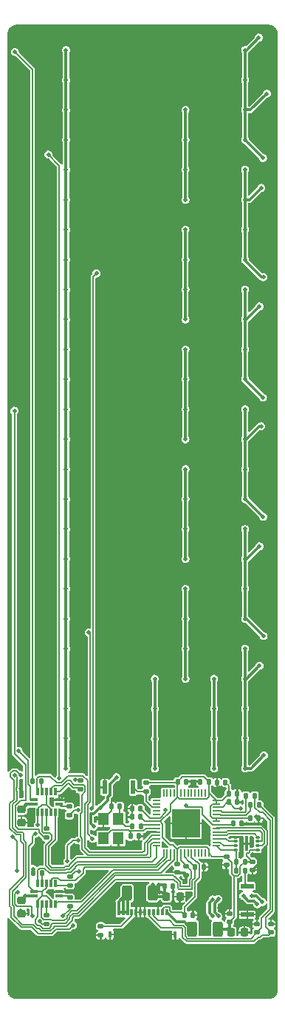
<source format=gbr>
G04 #@! TF.GenerationSoftware,KiCad,Pcbnew,7.0.8*
G04 #@! TF.CreationDate,2023-10-14T22:57:58-04:00*
G04 #@! TF.ProjectId,MicrocontrollerInputModule,4d696372-6f63-46f6-9e74-726f6c6c6572,V2*
G04 #@! TF.SameCoordinates,Original*
G04 #@! TF.FileFunction,Copper,L2,Bot*
G04 #@! TF.FilePolarity,Positive*
%FSLAX46Y46*%
G04 Gerber Fmt 4.6, Leading zero omitted, Abs format (unit mm)*
G04 Created by KiCad (PCBNEW 7.0.8) date 2023-10-14 22:57:58*
%MOMM*%
%LPD*%
G01*
G04 APERTURE LIST*
G04 Aperture macros list*
%AMRoundRect*
0 Rectangle with rounded corners*
0 $1 Rounding radius*
0 $2 $3 $4 $5 $6 $7 $8 $9 X,Y pos of 4 corners*
0 Add a 4 corners polygon primitive as box body*
4,1,4,$2,$3,$4,$5,$6,$7,$8,$9,$2,$3,0*
0 Add four circle primitives for the rounded corners*
1,1,$1+$1,$2,$3*
1,1,$1+$1,$4,$5*
1,1,$1+$1,$6,$7*
1,1,$1+$1,$8,$9*
0 Add four rect primitives between the rounded corners*
20,1,$1+$1,$2,$3,$4,$5,0*
20,1,$1+$1,$4,$5,$6,$7,0*
20,1,$1+$1,$6,$7,$8,$9,0*
20,1,$1+$1,$8,$9,$2,$3,0*%
G04 Aperture macros list end*
G04 #@! TA.AperFunction,SMDPad,CuDef*
%ADD10RoundRect,0.140000X-0.140000X-0.170000X0.140000X-0.170000X0.140000X0.170000X-0.140000X0.170000X0*%
G04 #@! TD*
G04 #@! TA.AperFunction,SMDPad,CuDef*
%ADD11RoundRect,0.140000X0.140000X0.170000X-0.140000X0.170000X-0.140000X-0.170000X0.140000X-0.170000X0*%
G04 #@! TD*
G04 #@! TA.AperFunction,SMDPad,CuDef*
%ADD12RoundRect,0.135000X0.185000X-0.135000X0.185000X0.135000X-0.185000X0.135000X-0.185000X-0.135000X0*%
G04 #@! TD*
G04 #@! TA.AperFunction,SMDPad,CuDef*
%ADD13RoundRect,0.225000X-0.250000X0.225000X-0.250000X-0.225000X0.250000X-0.225000X0.250000X0.225000X0*%
G04 #@! TD*
G04 #@! TA.AperFunction,SMDPad,CuDef*
%ADD14RoundRect,0.050000X0.050000X-0.387500X0.050000X0.387500X-0.050000X0.387500X-0.050000X-0.387500X0*%
G04 #@! TD*
G04 #@! TA.AperFunction,SMDPad,CuDef*
%ADD15RoundRect,0.050000X0.387500X-0.050000X0.387500X0.050000X-0.387500X0.050000X-0.387500X-0.050000X0*%
G04 #@! TD*
G04 #@! TA.AperFunction,SMDPad,CuDef*
%ADD16R,3.200000X3.200000*%
G04 #@! TD*
G04 #@! TA.AperFunction,SMDPad,CuDef*
%ADD17RoundRect,0.135000X-0.185000X0.135000X-0.185000X-0.135000X0.185000X-0.135000X0.185000X0.135000X0*%
G04 #@! TD*
G04 #@! TA.AperFunction,SMDPad,CuDef*
%ADD18RoundRect,0.250000X0.312500X0.625000X-0.312500X0.625000X-0.312500X-0.625000X0.312500X-0.625000X0*%
G04 #@! TD*
G04 #@! TA.AperFunction,SMDPad,CuDef*
%ADD19RoundRect,0.147500X0.147500X0.172500X-0.147500X0.172500X-0.147500X-0.172500X0.147500X-0.172500X0*%
G04 #@! TD*
G04 #@! TA.AperFunction,SMDPad,CuDef*
%ADD20RoundRect,0.135000X0.135000X0.185000X-0.135000X0.185000X-0.135000X-0.185000X0.135000X-0.185000X0*%
G04 #@! TD*
G04 #@! TA.AperFunction,SMDPad,CuDef*
%ADD21RoundRect,0.225000X-0.225000X-0.250000X0.225000X-0.250000X0.225000X0.250000X-0.225000X0.250000X0*%
G04 #@! TD*
G04 #@! TA.AperFunction,SMDPad,CuDef*
%ADD22RoundRect,0.147500X-0.172500X0.147500X-0.172500X-0.147500X0.172500X-0.147500X0.172500X0.147500X0*%
G04 #@! TD*
G04 #@! TA.AperFunction,SMDPad,CuDef*
%ADD23RoundRect,0.075000X-0.187500X-0.075000X0.187500X-0.075000X0.187500X0.075000X-0.187500X0.075000X0*%
G04 #@! TD*
G04 #@! TA.AperFunction,SMDPad,CuDef*
%ADD24R,0.300000X1.700000*%
G04 #@! TD*
G04 #@! TA.AperFunction,SMDPad,CuDef*
%ADD25R,1.500000X0.550000*%
G04 #@! TD*
G04 #@! TA.AperFunction,SMDPad,CuDef*
%ADD26R,1.200000X1.400000*%
G04 #@! TD*
G04 #@! TA.AperFunction,SMDPad,CuDef*
%ADD27RoundRect,0.250000X-0.312500X-0.625000X0.312500X-0.625000X0.312500X0.625000X-0.312500X0.625000X0*%
G04 #@! TD*
G04 #@! TA.AperFunction,SMDPad,CuDef*
%ADD28RoundRect,0.007800X0.422200X0.122200X-0.422200X0.122200X-0.422200X-0.122200X0.422200X-0.122200X0*%
G04 #@! TD*
G04 #@! TA.AperFunction,SMDPad,CuDef*
%ADD29RoundRect,0.007800X-0.122200X0.422200X-0.122200X-0.422200X0.122200X-0.422200X0.122200X0.422200X0*%
G04 #@! TD*
G04 #@! TA.AperFunction,SMDPad,CuDef*
%ADD30R,0.300000X0.800000*%
G04 #@! TD*
G04 #@! TA.AperFunction,SMDPad,CuDef*
%ADD31R,0.400000X0.800000*%
G04 #@! TD*
G04 #@! TA.AperFunction,SMDPad,CuDef*
%ADD32RoundRect,0.140000X-0.170000X0.140000X-0.170000X-0.140000X0.170000X-0.140000X0.170000X0.140000X0*%
G04 #@! TD*
G04 #@! TA.AperFunction,SMDPad,CuDef*
%ADD33R,0.550000X1.500000*%
G04 #@! TD*
G04 #@! TA.AperFunction,SMDPad,CuDef*
%ADD34RoundRect,0.135000X-0.135000X-0.185000X0.135000X-0.185000X0.135000X0.185000X-0.135000X0.185000X0*%
G04 #@! TD*
G04 #@! TA.AperFunction,ViaPad*
%ADD35C,0.508000*%
G04 #@! TD*
G04 #@! TA.AperFunction,Conductor*
%ADD36C,0.152400*%
G04 #@! TD*
G04 #@! TA.AperFunction,Conductor*
%ADD37C,0.304800*%
G04 #@! TD*
G04 APERTURE END LIST*
D10*
X56507107Y-109365108D03*
X57467107Y-109365108D03*
D11*
X55607107Y-104693108D03*
X54647107Y-104693108D03*
D12*
X51107107Y-115270108D03*
X51107107Y-114250108D03*
D13*
X32177106Y-118150108D03*
X32177106Y-119700108D03*
D14*
X53707107Y-112787608D03*
X53307107Y-112787608D03*
X52907107Y-112787608D03*
X52507107Y-112787608D03*
X52107107Y-112787608D03*
X51707107Y-112787608D03*
X51307107Y-112787608D03*
X50907107Y-112787608D03*
X50507107Y-112787608D03*
X50107107Y-112787608D03*
X49707107Y-112787608D03*
X49307107Y-112787608D03*
X48907107Y-112787608D03*
X48507107Y-112787608D03*
D15*
X47669607Y-111950108D03*
X47669607Y-111550108D03*
X47669607Y-111150108D03*
X47669607Y-110750108D03*
X47669607Y-110350108D03*
X47669607Y-109950108D03*
X47669607Y-109550108D03*
X47669607Y-109150108D03*
X47669607Y-108750108D03*
X47669607Y-108350108D03*
X47669607Y-107950108D03*
X47669607Y-107550108D03*
X47669607Y-107150108D03*
X47669607Y-106750108D03*
D14*
X48507107Y-105912608D03*
X48907107Y-105912608D03*
X49307107Y-105912608D03*
X49707107Y-105912608D03*
X50107107Y-105912608D03*
X50507107Y-105912608D03*
X50907107Y-105912608D03*
X51307107Y-105912608D03*
X51707107Y-105912608D03*
X52107107Y-105912608D03*
X52507107Y-105912608D03*
X52907107Y-105912608D03*
X53307107Y-105912608D03*
X53707107Y-105912608D03*
D15*
X54544607Y-106750108D03*
X54544607Y-107150108D03*
X54544607Y-107550108D03*
X54544607Y-107950108D03*
X54544607Y-108350108D03*
X54544607Y-108750108D03*
X54544607Y-109150108D03*
X54544607Y-109550108D03*
X54544607Y-109950108D03*
X54544607Y-110350108D03*
X54544607Y-110750108D03*
X54544607Y-111150108D03*
X54544607Y-111550108D03*
X54544607Y-111950108D03*
D16*
X51107107Y-109350108D03*
D17*
X35107107Y-109950107D03*
X35107107Y-110970107D03*
X41307107Y-121140108D03*
X41307107Y-122160108D03*
D18*
X47269607Y-117350108D03*
X44344607Y-117350108D03*
D19*
X51877107Y-119850108D03*
X50907107Y-119850108D03*
D20*
X57827107Y-114750108D03*
X56807107Y-114750108D03*
D17*
X37707106Y-107450107D03*
X37707106Y-108470107D03*
D21*
X56232107Y-121850108D03*
X57782107Y-121850108D03*
X48832107Y-117750108D03*
X50382107Y-117750108D03*
D10*
X58447107Y-108793108D03*
X59407107Y-108793108D03*
D11*
X45667107Y-110850108D03*
X44707107Y-110850108D03*
D22*
X56082107Y-119680108D03*
X56082107Y-120650108D03*
D23*
X56727107Y-112443108D03*
X56727107Y-111943108D03*
X56727107Y-111443108D03*
X56727107Y-110943108D03*
X59302107Y-110943108D03*
X59302107Y-111443108D03*
X59302107Y-111943108D03*
X59302107Y-112443108D03*
D24*
X58014607Y-111693108D03*
D20*
X57827107Y-113734108D03*
X56807107Y-113734108D03*
D10*
X56007107Y-106950108D03*
X56967107Y-106950108D03*
D20*
X34507107Y-104550108D03*
X33487107Y-104550108D03*
D12*
X38957107Y-105463108D03*
X38957107Y-104443108D03*
D11*
X53687107Y-104600108D03*
X52727107Y-104600108D03*
D25*
X58107107Y-119800109D03*
X58107107Y-116550109D03*
D26*
X43321107Y-108885108D03*
X43321107Y-111085108D03*
X41621107Y-111085108D03*
X41621107Y-108885108D03*
D27*
X51782107Y-121450108D03*
X54707107Y-121450108D03*
D28*
X33672107Y-117200108D03*
D29*
X34107107Y-116265108D03*
X34607107Y-116265108D03*
X35107107Y-116265108D03*
X35607107Y-116265108D03*
X36107107Y-116265108D03*
D28*
X36542107Y-117200108D03*
X36542107Y-117700108D03*
D29*
X36107107Y-118635108D03*
X35607107Y-118635108D03*
X35107107Y-118635108D03*
X34607107Y-118635108D03*
X34107107Y-118635108D03*
D28*
X33672107Y-117700108D03*
D17*
X37777106Y-117850108D03*
X37777106Y-118870108D03*
X35077106Y-119850108D03*
X35077106Y-120870108D03*
D20*
X59487107Y-107273108D03*
X58467107Y-107273108D03*
D12*
X37777106Y-116450108D03*
X37777106Y-115430108D03*
D13*
X32207107Y-107750108D03*
X32207107Y-109300108D03*
D30*
X43357107Y-119550108D03*
X43857107Y-119550108D03*
X44357107Y-119550108D03*
X44857107Y-119550108D03*
X45357107Y-119550108D03*
X45857107Y-119550108D03*
X46357107Y-119550108D03*
X46857107Y-119550108D03*
X47357107Y-119550108D03*
X47857107Y-119550108D03*
X48357107Y-119550108D03*
X48857107Y-119550108D03*
D31*
X42357107Y-122050108D03*
X49857107Y-122050108D03*
D10*
X42547107Y-107400108D03*
X43507107Y-107400108D03*
D32*
X55707107Y-113150108D03*
X55707107Y-114110108D03*
X58707107Y-113754108D03*
X58707107Y-114714108D03*
D10*
X50127107Y-104600108D03*
X51087107Y-104600108D03*
D20*
X58947107Y-106223108D03*
X57927107Y-106223108D03*
D32*
X50091107Y-114000108D03*
X50091107Y-114960108D03*
D33*
X41757107Y-105250108D03*
X45007107Y-105250108D03*
D22*
X59207107Y-120880108D03*
X59207107Y-121850108D03*
D20*
X34577107Y-115050108D03*
X33557107Y-115050108D03*
D10*
X56007107Y-105943108D03*
X56967107Y-105943108D03*
D19*
X49592107Y-116550108D03*
X48622107Y-116550108D03*
D11*
X45867107Y-107675108D03*
X44907107Y-107675108D03*
D28*
X33672107Y-106700108D03*
D29*
X34107107Y-105765108D03*
X34607107Y-105765108D03*
X35107107Y-105765108D03*
X35607107Y-105765108D03*
X36107107Y-105765108D03*
D28*
X36542107Y-106700108D03*
X36542107Y-107200108D03*
D29*
X36107107Y-108135108D03*
X35607107Y-108135108D03*
X35107107Y-108135108D03*
X34607107Y-108135108D03*
X34107107Y-108135108D03*
D28*
X33672107Y-107200108D03*
D22*
X60807107Y-120880108D03*
X60807107Y-121850108D03*
D34*
X44897107Y-109675108D03*
X45917107Y-109675108D03*
D11*
X45867107Y-108650108D03*
X44907107Y-108650108D03*
D17*
X46507107Y-104730108D03*
X46507107Y-105750108D03*
D20*
X53127107Y-114350108D03*
X52107107Y-114350108D03*
D35*
X55045107Y-91576108D03*
X58468107Y-43654108D03*
X37930107Y-125806108D03*
X44776107Y-26539108D03*
X58468107Y-88153108D03*
X41353107Y-53923108D03*
X48199107Y-125806108D03*
X40817107Y-108743108D03*
X37930107Y-50500108D03*
X48307107Y-101893108D03*
X58468107Y-64192108D03*
X54907107Y-118993108D03*
X34507107Y-26539108D03*
X58468107Y-71038108D03*
X58468107Y-91576108D03*
X37930107Y-81307108D03*
X32157107Y-119343108D03*
X48199107Y-43654108D03*
X44776107Y-91576108D03*
X51622107Y-57346108D03*
X34007107Y-112093108D03*
X51622107Y-40231108D03*
X51622107Y-29962108D03*
X33507107Y-108693108D03*
X37930107Y-122383108D03*
X44776107Y-81307108D03*
X41353107Y-67615108D03*
X54907107Y-115593108D03*
X37930107Y-84730108D03*
X41307107Y-118993108D03*
X34507107Y-53923108D03*
X51622107Y-43654108D03*
X55045107Y-67615108D03*
X40907107Y-105293108D03*
X51622107Y-19693108D03*
X41353107Y-57346108D03*
X51015407Y-115987093D03*
X55045107Y-50500108D03*
X37930107Y-91576108D03*
X48199107Y-57346108D03*
X54907107Y-105293108D03*
X58468107Y-50500108D03*
X44776107Y-84730108D03*
X41353107Y-125806108D03*
X41307107Y-101893108D03*
X58748139Y-112964057D03*
X48199107Y-36808108D03*
X44776107Y-50500108D03*
X34507107Y-77884108D03*
X48199107Y-77884108D03*
X44776107Y-29962108D03*
X41353107Y-19693108D03*
X58507107Y-118993108D03*
X58468107Y-98422108D03*
X37930107Y-23116108D03*
X51622107Y-94999108D03*
X41353107Y-40231108D03*
X41353107Y-43654108D03*
X51622107Y-98422108D03*
X37930107Y-29962108D03*
X44776107Y-67615108D03*
X48199107Y-91576108D03*
X44776107Y-88153108D03*
X34507107Y-60769108D03*
X41353107Y-84730108D03*
X44776107Y-98422108D03*
X37930107Y-67615108D03*
X34507107Y-23116108D03*
X37930107Y-19693108D03*
X55107107Y-101893108D03*
X32124004Y-105410005D03*
X44776107Y-36808108D03*
X58468107Y-81307108D03*
X34507107Y-29962108D03*
X34507107Y-43654108D03*
X36907107Y-108693108D03*
X41353107Y-94999108D03*
X34507107Y-47077108D03*
X36907107Y-112133108D03*
X55045107Y-81307108D03*
X44776107Y-125806108D03*
X55045107Y-125806108D03*
X48199107Y-60769108D03*
X41353107Y-71038108D03*
X48199107Y-67615108D03*
X58468107Y-26539108D03*
X51622107Y-74461108D03*
X44776107Y-53923108D03*
X34507107Y-33385108D03*
X41353107Y-60769108D03*
X51622107Y-84730108D03*
X55045107Y-47077108D03*
X51622107Y-23116108D03*
X44776107Y-60769108D03*
X37930107Y-60769108D03*
X37930107Y-77884108D03*
X51907107Y-105093108D03*
X57447107Y-112109308D03*
X41353107Y-91576108D03*
X55045107Y-94999108D03*
X58468107Y-60769108D03*
X34507107Y-84730108D03*
X48199107Y-74461108D03*
X34507107Y-40231108D03*
X51622107Y-64192108D03*
X58468107Y-53923108D03*
X55045107Y-53923108D03*
X48199107Y-40231108D03*
X55045107Y-33385108D03*
X51622107Y-60769108D03*
X51622107Y-53923108D03*
X37930107Y-53923108D03*
X44776107Y-23116108D03*
X58468107Y-29962108D03*
X48199107Y-98422108D03*
X37930107Y-40231108D03*
X58468107Y-40231108D03*
X51622107Y-50500108D03*
X48199107Y-26539108D03*
X51622107Y-125806108D03*
X55045107Y-19693108D03*
X41353107Y-77884108D03*
X34507107Y-74461108D03*
X43607107Y-105193108D03*
X44776107Y-74461108D03*
X55045107Y-26539108D03*
X44776107Y-43654108D03*
X51622107Y-77884108D03*
X33857107Y-122443108D03*
X55045107Y-60769108D03*
X51622107Y-36808108D03*
X37930107Y-98422108D03*
X55045107Y-77884108D03*
X51622107Y-26539108D03*
X37930107Y-64192108D03*
X41353107Y-74461108D03*
X58468107Y-125806108D03*
X34507107Y-81307108D03*
X44776107Y-47077108D03*
X51622107Y-88153108D03*
X55045107Y-57346108D03*
X58407107Y-105293108D03*
X58468107Y-94999108D03*
X51622107Y-33385108D03*
X48199107Y-122383108D03*
X44776107Y-122383108D03*
X37930107Y-47077108D03*
X51622107Y-81307108D03*
X51622107Y-91576108D03*
X55045107Y-23116108D03*
X40907107Y-115593108D03*
X50607107Y-108693108D03*
X38007107Y-112093108D03*
X47207107Y-105293108D03*
X41353107Y-23116108D03*
X41353107Y-98422108D03*
X55045107Y-84730108D03*
X34507107Y-19693108D03*
X55045107Y-74461108D03*
X51622107Y-67615108D03*
X58468107Y-84730108D03*
X37930107Y-36808108D03*
X58468107Y-74461108D03*
X55045107Y-64192108D03*
X51607107Y-108693108D03*
X58468107Y-33385108D03*
X37930107Y-26539108D03*
X58468107Y-23116108D03*
X44776107Y-71038108D03*
X48199107Y-71038108D03*
X34507107Y-98422108D03*
X55045107Y-98422108D03*
X41353107Y-47077108D03*
X41353107Y-36808108D03*
X48199107Y-29962108D03*
X44776107Y-64192108D03*
X44776107Y-77884108D03*
X58468107Y-47077108D03*
X34507107Y-91576108D03*
X59157107Y-108643108D03*
X34507107Y-67615108D03*
X41353107Y-81307108D03*
X41353107Y-26539108D03*
X48199107Y-88153108D03*
X44707107Y-101893108D03*
X44776107Y-57346108D03*
X55045107Y-40231108D03*
X55045107Y-71038108D03*
X41353107Y-64192108D03*
X44776107Y-94999108D03*
X34507107Y-64192108D03*
X55045107Y-29962108D03*
X37930107Y-33385108D03*
X48199107Y-50500108D03*
X34507107Y-88153108D03*
X44776107Y-33385108D03*
X58468107Y-36808108D03*
X37930107Y-43654108D03*
X41353107Y-50500108D03*
X37907107Y-101893108D03*
X58468107Y-67615108D03*
X34507107Y-94999108D03*
X48607107Y-111893108D03*
X48199107Y-94999108D03*
X34507107Y-57346108D03*
X44776107Y-40231108D03*
X34507107Y-101845108D03*
X48199107Y-47077108D03*
X37930107Y-88153108D03*
X58468107Y-57346108D03*
X48199107Y-53923108D03*
X44776107Y-19693108D03*
X37930107Y-74461108D03*
X48199107Y-33385108D03*
X55045107Y-43654108D03*
X51707107Y-101893108D03*
X34507107Y-125806108D03*
X48199107Y-64192108D03*
X51622107Y-71038108D03*
X58507107Y-101893108D03*
X48199107Y-84730108D03*
X41353107Y-33385108D03*
X55045107Y-88153108D03*
X34507107Y-71038108D03*
X58468107Y-19693108D03*
X48199107Y-23116108D03*
X48199107Y-81307108D03*
X41353107Y-29962108D03*
X37930107Y-71038108D03*
X40407107Y-112093108D03*
X48199107Y-19693108D03*
X55045107Y-36808108D03*
X41353107Y-88153108D03*
X37930107Y-57346108D03*
X51622107Y-47077108D03*
X34507107Y-36808108D03*
X37930107Y-94999108D03*
X45107107Y-112193108D03*
X58468107Y-77884108D03*
X34507107Y-50500108D03*
X37557107Y-105811008D03*
X51107107Y-107344208D03*
X57337107Y-107658408D03*
X48748586Y-107823208D03*
X59417673Y-19522118D03*
X57857107Y-27789108D03*
X59257107Y-118625208D03*
X51011107Y-89403108D03*
X37319107Y-92826108D03*
X51011107Y-79134108D03*
X37319107Y-27789108D03*
X54132107Y-119992208D03*
X37319107Y-103095108D03*
X51011107Y-55173108D03*
X32707107Y-107293108D03*
X57857107Y-99672108D03*
X51011107Y-62019108D03*
X57857107Y-103095108D03*
X59507107Y-91335208D03*
X37319107Y-41481108D03*
X51011107Y-27789108D03*
X37319107Y-96249108D03*
X57657107Y-117661008D03*
X47507107Y-96270108D03*
X57857107Y-82557108D03*
X37319107Y-38058108D03*
X57857107Y-48327108D03*
X37319107Y-85980108D03*
X57857107Y-75711108D03*
X57857107Y-62019108D03*
X59707107Y-36693108D03*
X37319107Y-44904108D03*
X54307107Y-92847108D03*
X54132107Y-118061008D03*
X59936149Y-46922150D03*
X60020149Y-101606150D03*
X48007107Y-117243108D03*
X37319107Y-48327108D03*
X37319107Y-79134108D03*
X57857107Y-92826108D03*
X51011107Y-58596108D03*
X57857107Y-85980108D03*
X57857107Y-96249108D03*
X57857107Y-79134108D03*
X57857107Y-38058108D03*
X57857107Y-24366108D03*
X37319107Y-20943108D03*
X54307107Y-103116108D03*
X37319107Y-65442108D03*
X51011107Y-82557108D03*
X43107107Y-104093108D03*
X47507107Y-99693108D03*
X51011107Y-68865108D03*
X51011107Y-31212108D03*
X51011107Y-44904108D03*
X37319107Y-89403108D03*
X57857107Y-65442108D03*
X51011107Y-51750108D03*
X57857107Y-72288108D03*
X51011107Y-38058108D03*
X59507107Y-77693108D03*
X37319107Y-51750108D03*
X60348004Y-25934005D03*
X37319107Y-31212108D03*
X57857107Y-44904108D03*
X54792210Y-119992208D03*
X40482107Y-109723208D03*
X37319107Y-58596108D03*
X58607107Y-117643108D03*
X54807107Y-118028408D03*
X57857107Y-55173108D03*
X59707107Y-63951208D03*
X51011107Y-41481108D03*
X47957107Y-116395408D03*
X47507107Y-103116108D03*
X41257107Y-107568108D03*
X59507107Y-50259208D03*
X51011107Y-34635108D03*
X51011107Y-92826108D03*
X37319107Y-99672108D03*
X59836704Y-118372705D03*
X37319107Y-62019108D03*
X57857107Y-58596108D03*
X59928149Y-74314150D03*
X54307107Y-99693108D03*
X54307107Y-96270108D03*
X37319107Y-34635108D03*
X57857107Y-31212108D03*
X47257107Y-116395408D03*
X57857107Y-89403108D03*
X47507107Y-92847108D03*
X37319107Y-75711108D03*
X59974149Y-87960150D03*
X51011107Y-65442108D03*
X59906365Y-33289945D03*
X59902637Y-60674838D03*
X57857107Y-41481108D03*
X57857107Y-34635108D03*
X51011107Y-48327108D03*
X57857107Y-20943108D03*
X37319107Y-24366108D03*
X32607107Y-117643108D03*
X37319107Y-55173108D03*
X57857107Y-68865108D03*
X57857107Y-51750108D03*
X37319107Y-82557108D03*
X51011107Y-72288108D03*
X51011107Y-75711108D03*
X37319107Y-68865108D03*
X51011107Y-85980108D03*
X37319107Y-72288108D03*
X31449427Y-103851978D03*
X31889207Y-101093108D03*
X31457107Y-21155057D03*
X33777991Y-110545464D03*
X34076407Y-109549408D03*
X38697398Y-107888844D03*
X40807107Y-46475808D03*
X40271698Y-107693108D03*
X31407107Y-62193108D03*
X33540607Y-114593108D03*
X31679710Y-114790711D03*
X31173414Y-110926801D03*
X39942407Y-87551808D03*
X37482917Y-113718919D03*
X38795581Y-114850972D03*
X40357107Y-111128408D03*
X38693292Y-111311315D03*
X36939476Y-119992208D03*
X32109229Y-103840450D03*
X38136040Y-121022041D03*
X34293893Y-120582896D03*
X31751872Y-117227327D03*
X33484530Y-119991937D03*
X35307107Y-32902508D03*
X38348004Y-104400208D03*
X36557107Y-104243108D03*
D36*
X36542107Y-106700108D02*
X36668007Y-106700108D01*
X59747159Y-109528056D02*
X59407107Y-109188004D01*
D37*
X50181107Y-115050108D02*
X50091107Y-114960108D01*
D36*
X60007107Y-113414108D02*
X60007107Y-112181160D01*
X60402807Y-111785460D02*
X60402807Y-110183704D01*
D37*
X50887107Y-115050108D02*
X50181107Y-115050108D01*
X59028056Y-112964057D02*
X59742607Y-113678608D01*
D36*
X41621107Y-108885108D02*
X42547107Y-107959108D01*
D37*
X57630055Y-109528056D02*
X57467107Y-109365108D01*
X51107107Y-115895393D02*
X51015407Y-115987093D01*
D36*
X59742607Y-113678608D02*
X60007107Y-113414108D01*
X60402807Y-110183704D02*
X59747159Y-109528056D01*
D37*
X59742607Y-113678608D02*
X58707107Y-114714108D01*
D36*
X42547107Y-107959108D02*
X42547107Y-107400108D01*
X60007107Y-112181160D02*
X60402807Y-111785460D01*
X51015407Y-115361808D02*
X51107107Y-115270108D01*
D37*
X41621107Y-108885108D02*
X40959107Y-108885108D01*
D36*
X59747159Y-109528056D02*
X57630055Y-109528056D01*
X59407107Y-109188004D02*
X59407107Y-108793108D01*
D37*
X51107107Y-115270108D02*
X50887107Y-115050108D01*
X58748139Y-112964057D02*
X59028056Y-112964057D01*
X51107107Y-115270108D02*
X51107107Y-115895393D01*
X59257107Y-108643108D02*
X59407107Y-108793108D01*
X59157107Y-108643108D02*
X59257107Y-108643108D01*
D36*
X36668007Y-106700108D02*
X37557107Y-105811008D01*
D37*
X40959107Y-108885108D02*
X40817107Y-108743108D01*
D36*
X44513507Y-110156508D02*
X44580707Y-110223708D01*
X44580707Y-110223708D02*
X46202715Y-110223708D01*
X42549707Y-110156508D02*
X44513507Y-110156508D01*
X41621107Y-111085108D02*
X42549707Y-110156508D01*
X46476315Y-109950108D02*
X47669607Y-109950108D01*
X46202715Y-110223708D02*
X46476315Y-109950108D01*
X44707107Y-110350108D02*
X44580707Y-110223708D01*
X44707107Y-110850108D02*
X44707107Y-110350108D01*
X44111107Y-109675108D02*
X43321107Y-108885108D01*
X43507107Y-108699108D02*
X43321107Y-108885108D01*
X44897107Y-109675108D02*
X44111107Y-109675108D01*
X43507107Y-107400108D02*
X43507107Y-108699108D01*
X53707107Y-112350108D02*
X53707107Y-112787608D01*
X46367107Y-109150108D02*
X47669607Y-109150108D01*
X55707107Y-113278828D02*
X56308507Y-113880228D01*
X56308507Y-113880228D02*
X56308507Y-115085716D01*
X58404107Y-108750108D02*
X58447107Y-108793108D01*
X46507107Y-104730108D02*
X49997107Y-104730108D01*
X58259297Y-112771708D02*
X58393207Y-112637798D01*
X50107107Y-106393108D02*
X50107107Y-105912608D01*
X53878507Y-108521508D02*
X53878507Y-107384708D01*
X56007107Y-105943108D02*
X56007107Y-105093108D01*
X50091107Y-112803608D02*
X50107107Y-112787608D01*
X50665707Y-104061508D02*
X53148507Y-104061508D01*
X57305707Y-115085716D02*
X57041315Y-115350108D01*
X58707107Y-113754108D02*
X57847107Y-113754108D01*
D37*
X55832107Y-121450108D02*
X56082107Y-121200108D01*
D36*
X54069607Y-113150108D02*
X55707107Y-113150108D01*
X56630707Y-120101508D02*
X56082107Y-120650108D01*
X48107107Y-109150108D02*
X47669607Y-109150108D01*
X50335707Y-112121508D02*
X53478507Y-112121508D01*
X50107107Y-105912608D02*
X50107107Y-104620108D01*
X53707107Y-112787608D02*
X54069607Y-113150108D01*
X53707107Y-106350108D02*
X53707107Y-105912608D01*
D37*
X54707107Y-121450108D02*
X55832107Y-121450108D01*
D36*
X53478507Y-106578708D02*
X53707107Y-106350108D01*
X55707107Y-113150108D02*
X55707107Y-113278828D01*
X48407107Y-109450108D02*
X48107107Y-109150108D01*
X48138159Y-109150108D02*
X49278507Y-108009760D01*
X58393207Y-112637798D02*
X58393207Y-112443108D01*
X54544607Y-107150108D02*
X54544607Y-106750108D01*
X49550107Y-111793108D02*
X49207107Y-111793108D01*
X45867107Y-108650108D02*
X46367107Y-109150108D01*
X55207107Y-106750108D02*
X55207107Y-106743108D01*
X58007107Y-112771708D02*
X58259297Y-112771708D01*
X49307107Y-107626818D02*
X49307107Y-107193108D01*
X56572899Y-115350108D02*
X56607107Y-115350108D01*
X50107107Y-112350108D02*
X50335707Y-112121508D01*
X47669607Y-109150108D02*
X48138159Y-109150108D01*
X53707107Y-104620108D02*
X53687107Y-104600108D01*
X50107107Y-106350108D02*
X50335707Y-106578708D01*
X54544607Y-108750108D02*
X58404107Y-108750108D01*
X53707107Y-105912608D02*
X53707107Y-104620108D01*
X54544607Y-106750108D02*
X55207107Y-106750108D01*
X57827107Y-113734108D02*
X57305707Y-114255508D01*
X50107107Y-112787608D02*
X50107107Y-112350108D01*
X50335707Y-106578708D02*
X53478507Y-106578708D01*
X49207107Y-111793108D02*
X48407107Y-110993108D01*
D37*
X55832107Y-121450108D02*
X56232107Y-121850108D01*
X56082107Y-121200108D02*
X56082107Y-120650108D01*
D36*
X56308507Y-115085716D02*
X56572899Y-115350108D01*
X57041315Y-115350108D02*
X56572899Y-115350108D01*
X55207107Y-106743108D02*
X56007107Y-105943108D01*
X57847107Y-113754108D02*
X57827107Y-113734108D01*
X53878507Y-107384708D02*
X54113107Y-107150108D01*
X48407107Y-110993108D02*
X48407107Y-109450108D01*
X54107107Y-108750108D02*
X53878507Y-108521508D01*
X50091107Y-114000108D02*
X50091107Y-112803608D01*
X54544607Y-108750108D02*
X54544607Y-109150108D01*
X58393207Y-112443108D02*
X59302107Y-112443108D01*
X50127107Y-104600108D02*
X50665707Y-104061508D01*
X50107107Y-112350108D02*
X49550107Y-111793108D01*
X54544607Y-108750108D02*
X54107107Y-108750108D01*
X53148507Y-104061508D02*
X53687107Y-104600108D01*
X49997107Y-104730108D02*
X50127107Y-104600108D01*
X58007107Y-113054108D02*
X58007107Y-112771708D01*
X56572899Y-115350108D02*
X56630707Y-115407916D01*
X57305707Y-114255508D02*
X57305707Y-115085716D01*
X58707107Y-113754108D02*
X58007107Y-113054108D01*
X54544607Y-106750108D02*
X53707107Y-105912608D01*
X56630707Y-115407916D02*
X56630707Y-120101508D01*
X50107107Y-104620108D02*
X50127107Y-104600108D01*
X56007107Y-105093108D02*
X55607107Y-104693108D01*
X49307107Y-107193108D02*
X50107107Y-106393108D01*
X54113107Y-107150108D02*
X54544607Y-107150108D01*
X49278507Y-107655418D02*
X49307107Y-107626818D01*
X53478507Y-112121508D02*
X53707107Y-112350108D01*
X49278507Y-108009760D02*
X49278507Y-107655418D01*
X50107107Y-105912608D02*
X50107107Y-106350108D01*
X46942107Y-108750108D02*
X45867107Y-107675108D01*
X54544607Y-107550108D02*
X55250107Y-107550108D01*
X54544607Y-109550108D02*
X54107107Y-109550108D01*
X51256007Y-107493108D02*
X51107107Y-107344208D01*
X47669607Y-108750108D02*
X46942107Y-108750108D01*
X52907107Y-107493108D02*
X51256007Y-107493108D01*
X52935707Y-107521708D02*
X52907107Y-107493108D01*
X54107107Y-109550108D02*
X52935707Y-108378708D01*
X48748586Y-107823208D02*
X48748586Y-108108629D01*
X55250107Y-107550108D02*
X55307107Y-107493108D01*
X55845003Y-106950108D02*
X56007107Y-106950108D01*
X55307107Y-107488004D02*
X55845003Y-106950108D01*
X55307107Y-107493108D02*
X55307107Y-107488004D01*
X48107107Y-108750108D02*
X47669607Y-108750108D01*
X52935707Y-108378708D02*
X52935707Y-107521708D01*
X48748586Y-108108629D02*
X48107107Y-108750108D01*
X56507107Y-109365108D02*
X56322107Y-109550108D01*
X57337107Y-107658408D02*
X56715407Y-107658408D01*
X56322107Y-109550108D02*
X54544607Y-109550108D01*
X56715407Y-107658408D02*
X56007107Y-106950108D01*
D37*
X57857107Y-58629308D02*
X59902637Y-60674838D01*
X40503161Y-108251908D02*
X41186961Y-107568108D01*
X59507107Y-50259208D02*
X59499270Y-50259208D01*
X58342107Y-38058108D02*
X59707107Y-36693108D01*
X60020149Y-101606150D02*
X58531191Y-103095108D01*
X48622107Y-117540108D02*
X48832107Y-117750108D01*
X54307107Y-92847108D02*
X54307107Y-103116108D01*
X37319107Y-34635108D02*
X37319107Y-31212108D01*
X48467407Y-116395408D02*
X48622107Y-116550108D01*
X47507107Y-92847108D02*
X47507107Y-103116108D01*
X58531191Y-103095108D02*
X57857107Y-103095108D01*
X37319107Y-89403108D02*
X37319107Y-85980108D01*
X58008370Y-65442108D02*
X57857107Y-65442108D01*
X53757107Y-118468108D02*
X54132107Y-118093108D01*
X57857107Y-44904108D02*
X57857107Y-45043108D01*
X58016207Y-92826108D02*
X59507107Y-91335208D01*
X47957107Y-116395408D02*
X47957107Y-117193108D01*
X48325107Y-117243108D02*
X48832107Y-117750108D01*
X58008370Y-51750108D02*
X57857107Y-51750108D01*
X47257107Y-117337608D02*
X47269607Y-117350108D01*
X37319107Y-48327108D02*
X37319107Y-58596108D01*
X53757107Y-118468108D02*
X53757107Y-119617208D01*
X57857107Y-75711108D02*
X57857107Y-85980108D01*
X54792210Y-119992208D02*
X54348307Y-119548305D01*
X57857107Y-31212108D02*
X57857107Y-31240687D01*
X57857107Y-58596108D02*
X57857107Y-58629308D01*
X51011107Y-27789108D02*
X51011107Y-38058108D01*
X37319107Y-20943108D02*
X37319107Y-31212108D01*
X42107107Y-106356160D02*
X42336907Y-106126360D01*
X47957107Y-117193108D02*
X48007107Y-117243108D01*
X51011107Y-68865108D02*
X51011107Y-79134108D01*
X53757107Y-119617208D02*
X54132107Y-119992208D01*
X37319107Y-62019108D02*
X37319107Y-72288108D01*
X37319107Y-89403108D02*
X37319107Y-103095108D01*
X54348307Y-118487208D02*
X54807107Y-118028408D01*
X59499270Y-63951208D02*
X58008370Y-65442108D01*
X57857107Y-20943108D02*
X57857107Y-31212108D01*
X40170598Y-108251908D02*
X40503161Y-108251908D01*
X40482107Y-109723208D02*
X40170598Y-109411699D01*
X57857107Y-45043108D02*
X59707107Y-46893108D01*
X58492901Y-27789108D02*
X57857107Y-27789108D01*
X57857107Y-89403108D02*
X57857107Y-103095108D01*
X47957107Y-116395408D02*
X48467407Y-116395408D01*
X57857107Y-72288108D02*
X57902107Y-72288108D01*
X32607107Y-117720107D02*
X32177106Y-118150108D01*
X37319107Y-48327108D02*
X37319107Y-44904108D01*
X59836704Y-118372705D02*
X59107107Y-117643108D01*
X33672106Y-107200108D02*
X32757107Y-107200107D01*
X54132107Y-118093108D02*
X54132107Y-118061008D01*
X57857107Y-34635108D02*
X57857107Y-44904108D01*
X54348307Y-119548305D02*
X54348307Y-118487208D01*
X42107107Y-106718108D02*
X42107107Y-106356160D01*
X37319107Y-62019108D02*
X37319107Y-58596108D01*
X47257107Y-116395408D02*
X47257107Y-117337608D01*
X57994107Y-85980108D02*
X59974149Y-87960150D01*
X41186961Y-107568108D02*
X41257107Y-107568108D01*
X47669607Y-117750108D02*
X47269607Y-117350108D01*
X51011107Y-55173108D02*
X51011107Y-65442108D01*
X59107107Y-117643108D02*
X58607107Y-117643108D01*
X60348004Y-25934005D02*
X58492901Y-27789108D01*
X57657107Y-117661008D02*
X58239207Y-118243108D01*
X57857107Y-31240687D02*
X59906365Y-33289945D01*
X42336907Y-104863308D02*
X43107107Y-104093108D01*
X48622107Y-116550108D02*
X48622107Y-117540108D01*
X32707107Y-107293108D02*
X32207106Y-107750107D01*
X57857107Y-48327108D02*
X57857107Y-58596108D01*
X42336907Y-106126360D02*
X42336907Y-104863308D01*
X59417673Y-19533805D02*
X59417673Y-19522118D01*
X32607107Y-117643108D02*
X32607107Y-117720107D01*
X48007107Y-117243108D02*
X47376607Y-117243108D01*
X48007107Y-117243108D02*
X48325107Y-117243108D01*
X47957107Y-116662608D02*
X47269607Y-117350108D01*
X57857107Y-79134108D02*
X58066107Y-79134108D01*
X37319107Y-75711108D02*
X37319107Y-72288108D01*
X59707107Y-63951208D02*
X59499270Y-63951208D01*
X32757107Y-107200107D02*
X32707107Y-107293108D01*
X41257107Y-107568108D02*
X42107107Y-106718108D01*
X40170598Y-109411699D02*
X40170598Y-108251908D01*
X57902107Y-72288108D02*
X59928149Y-74314150D01*
X58875007Y-118243108D02*
X59257107Y-118625208D01*
X57857107Y-92826108D02*
X58016207Y-92826108D01*
X57857107Y-85980108D02*
X57994107Y-85980108D01*
X51011107Y-82557108D02*
X51011107Y-92826108D01*
X51011107Y-41481108D02*
X51011107Y-51750108D01*
X37319107Y-34635108D02*
X37319107Y-44904108D01*
X58008370Y-20943108D02*
X59417673Y-19533805D01*
X47376607Y-117243108D02*
X47269607Y-117350108D01*
X58066107Y-79134108D02*
X59507107Y-77693108D01*
X48832107Y-117750108D02*
X47669607Y-117750108D01*
X37319107Y-75711108D02*
X37319107Y-85980108D01*
X32664107Y-117700108D02*
X32607107Y-117643108D01*
X47957107Y-116395408D02*
X47957107Y-116662608D01*
X57857107Y-62019108D02*
X57857107Y-72288108D01*
X57857107Y-20943108D02*
X58008370Y-20943108D01*
X57857107Y-38058108D02*
X58342107Y-38058108D01*
X33672106Y-117700108D02*
X32664107Y-117700108D01*
X59499270Y-50259208D02*
X58008370Y-51750108D01*
X58239207Y-118243108D02*
X58875007Y-118243108D01*
D36*
X59351507Y-122373708D02*
X59535393Y-122373708D01*
X50686207Y-122399604D02*
X51145111Y-122858508D01*
X46857107Y-119950108D02*
X48242907Y-121335908D01*
X60207107Y-121250108D02*
X60207107Y-120150108D01*
X60539107Y-122118108D02*
X60807107Y-121850108D01*
X60807107Y-121850108D02*
X60207107Y-121250108D01*
X58866707Y-122858508D02*
X59351507Y-122373708D01*
X61012407Y-108798408D02*
X59487107Y-107273108D01*
X51145111Y-122858508D02*
X58866707Y-122858508D01*
X48242907Y-121335908D02*
X50623039Y-121335908D01*
X60207107Y-120150108D02*
X61012407Y-119344808D01*
X50623039Y-121335908D02*
X50686207Y-121399076D01*
X59535393Y-122373708D02*
X59790993Y-122118108D01*
X50686207Y-121399076D02*
X50686207Y-122399604D01*
X61012407Y-119344808D02*
X61012407Y-108798408D01*
X46857107Y-119550108D02*
X46857107Y-119950108D01*
X59790993Y-122118108D02*
X60539107Y-122118108D01*
X60707607Y-119218556D02*
X60707607Y-108997660D01*
X58988507Y-106264508D02*
X58947107Y-106223108D01*
X58988507Y-107608716D02*
X58988507Y-106264508D01*
X50991007Y-121272824D02*
X50991007Y-122273352D01*
X50749291Y-121031108D02*
X50991007Y-121272824D01*
X49761397Y-121031108D02*
X50749291Y-121031108D01*
X59755707Y-120170456D02*
X60707607Y-119218556D01*
X51271363Y-122553708D02*
X58503507Y-122553708D01*
X47357107Y-119923398D02*
X47907107Y-120473398D01*
X60707607Y-108997660D02*
X59851655Y-108141708D01*
X59851655Y-108141708D02*
X59521499Y-108141708D01*
X47357107Y-119550108D02*
X47357107Y-119923398D01*
X59207107Y-121850108D02*
X59755707Y-121301508D01*
X59755707Y-121301508D02*
X59755707Y-120170456D01*
X49203687Y-120473398D02*
X49761397Y-121031108D01*
X59521499Y-108141708D02*
X58988507Y-107608716D01*
X50991007Y-122273352D02*
X51271363Y-122553708D01*
X47907107Y-120473398D02*
X49203687Y-120473398D01*
X58503507Y-122553708D02*
X59207107Y-121850108D01*
X52107107Y-116050108D02*
X52107107Y-117750108D01*
X52107107Y-117750108D02*
X50907107Y-118950108D01*
X49395923Y-119550108D02*
X50607107Y-119550108D01*
X51707107Y-112787608D02*
X51707107Y-113225108D01*
X49235707Y-119055418D02*
X49235707Y-119389892D01*
X52605707Y-114014500D02*
X52605707Y-115551508D01*
X51707107Y-113225108D02*
X52283507Y-113801508D01*
X50607107Y-119550108D02*
X50907107Y-119850108D01*
X52605707Y-115551508D02*
X52107107Y-116050108D01*
X48357107Y-119176818D02*
X48612417Y-118921508D01*
X48357107Y-119550108D02*
X48357107Y-119176818D01*
X52283507Y-113801508D02*
X52392715Y-113801508D01*
X49101797Y-118921508D02*
X49235707Y-119055418D01*
X49235707Y-119389892D02*
X49395923Y-119550108D01*
X50907107Y-118950108D02*
X50907107Y-119850108D01*
X52392715Y-113801508D02*
X52605707Y-114014500D01*
X48612417Y-118921508D02*
X49101797Y-118921508D01*
X44857107Y-119950108D02*
X43667107Y-121140108D01*
X44857107Y-119550108D02*
X44857107Y-119950108D01*
X43667107Y-121140108D02*
X41307107Y-121140108D01*
X57827107Y-116270109D02*
X57827107Y-114750108D01*
X58107107Y-116550109D02*
X57827107Y-116270109D01*
X56807107Y-112523108D02*
X56727107Y-112443108D01*
X56727107Y-112443108D02*
X55037607Y-112443108D01*
X56807107Y-113734108D02*
X56807107Y-112523108D01*
X56807107Y-114750108D02*
X56807107Y-113734108D01*
X55037607Y-112443108D02*
X54544607Y-111950108D01*
X46042107Y-109550108D02*
X47669607Y-109550108D01*
X45917107Y-109675108D02*
X46042107Y-109550108D01*
X58467107Y-107941828D02*
X57963627Y-108445308D01*
X55102359Y-108445308D02*
X57963627Y-108445308D01*
X58467107Y-107273108D02*
X58467107Y-107941828D01*
X54544607Y-108350108D02*
X55007159Y-108350108D01*
X55007159Y-108350108D02*
X55102359Y-108445308D01*
X56894107Y-111943108D02*
X55369107Y-111943108D01*
X55369107Y-111943108D02*
X54976107Y-111550108D01*
X54976107Y-111550108D02*
X54544607Y-111550108D01*
X55666107Y-111150108D02*
X54544607Y-111150108D01*
X56727107Y-111443108D02*
X55959107Y-111443108D01*
X55959107Y-111443108D02*
X55666107Y-111150108D01*
X55936759Y-110564508D02*
X55751159Y-110750108D01*
X59302107Y-110943108D02*
X58923507Y-110564508D01*
X55751159Y-110750108D02*
X54544607Y-110750108D01*
X58923507Y-110564508D02*
X55936759Y-110564508D01*
X54544607Y-110350108D02*
X55720107Y-110350108D01*
X59578707Y-110221708D02*
X59793207Y-110436208D01*
X59793207Y-111381508D02*
X59731607Y-111443108D01*
X55848507Y-110221708D02*
X59578707Y-110221708D01*
X55720107Y-110350108D02*
X55848507Y-110221708D01*
X59731607Y-111443108D02*
X59302107Y-111443108D01*
X59793207Y-110436208D02*
X59793207Y-111381508D01*
X60098007Y-111659208D02*
X59814107Y-111943108D01*
X60098007Y-110309956D02*
X60098007Y-111659208D01*
X59704959Y-109916908D02*
X60098007Y-110309956D01*
X59814107Y-111943108D02*
X59302107Y-111943108D01*
X54544607Y-109950108D02*
X54577807Y-109916908D01*
X54577807Y-109916908D02*
X59704959Y-109916908D01*
X57927107Y-108051482D02*
X57927107Y-106223108D01*
X57838081Y-108140508D02*
X57927107Y-108051482D01*
X55038211Y-107950108D02*
X55228611Y-108140508D01*
X55228611Y-108140508D02*
X57838081Y-108140508D01*
X54544607Y-107950108D02*
X55038211Y-107950108D01*
X31168706Y-117128699D02*
X32753707Y-115543698D01*
X35935655Y-121102708D02*
X35935655Y-121276819D01*
X32988507Y-104885716D02*
X33257107Y-105154316D01*
X52107107Y-115619056D02*
X51802307Y-115923856D01*
X31641404Y-105609905D02*
X31641404Y-105210105D01*
X31332107Y-119971597D02*
X31332107Y-118852649D01*
X31198707Y-107210968D02*
X31657107Y-106752568D01*
X35935655Y-121276819D02*
X35538966Y-121673508D01*
X50115707Y-116221822D02*
X49667393Y-115773508D01*
X51508507Y-113751508D02*
X52107107Y-114350108D01*
X35538966Y-121673508D02*
X34522401Y-121673508D01*
X31889207Y-101093108D02*
X33007107Y-102211008D01*
X32424507Y-111268008D02*
X32424507Y-110510508D01*
X31641404Y-105210105D02*
X31657107Y-105194402D01*
X32753707Y-111597208D02*
X32424507Y-111268008D01*
X49667393Y-115773508D02*
X42976707Y-115773508D01*
X33007107Y-104195900D02*
X32988507Y-104214500D01*
X50115707Y-116751708D02*
X50115707Y-116221822D01*
X33007107Y-102211008D02*
X33007107Y-104195900D01*
X51439507Y-113751508D02*
X51508507Y-113751508D01*
X50257107Y-116893108D02*
X50115707Y-116751708D01*
X42976707Y-115773508D02*
X38771907Y-119978308D01*
X33540553Y-120943108D02*
X32303618Y-120943108D01*
X31657107Y-105625608D02*
X31641404Y-105609905D01*
X31707367Y-110347908D02*
X31198707Y-109839248D01*
X34219189Y-121370296D02*
X33967741Y-121370296D01*
X32261907Y-110347908D02*
X31707367Y-110347908D01*
X33242107Y-106700108D02*
X33672107Y-106700108D01*
X51802307Y-116893108D02*
X50257107Y-116893108D01*
X33967741Y-121370296D02*
X33540553Y-120943108D01*
X32753707Y-115543698D02*
X32753707Y-111597208D01*
X38771907Y-119978308D02*
X38246532Y-119978308D01*
X38031676Y-120444612D02*
X37373580Y-121102708D01*
X38246532Y-119978308D02*
X38031676Y-120193164D01*
X32303618Y-120943108D02*
X31332107Y-119971597D01*
X52107107Y-114350108D02*
X52107107Y-115619056D01*
X31198707Y-109839248D02*
X31198707Y-107210968D01*
X37373580Y-121102708D02*
X35935655Y-121102708D01*
X31168706Y-118689248D02*
X31168706Y-117128699D01*
X31332107Y-118852649D02*
X31168706Y-118689248D01*
X34522401Y-121673508D02*
X34219189Y-121370296D01*
X51802307Y-115923856D02*
X51802307Y-116893108D01*
X32424507Y-110510508D02*
X32261907Y-110347908D01*
X50907107Y-113219108D02*
X51439507Y-113751508D01*
X38031676Y-120193164D02*
X38031676Y-120444612D01*
X33257107Y-106685108D02*
X33242107Y-106700108D01*
X31657107Y-105194402D02*
X31657107Y-104059658D01*
X32988507Y-104214500D02*
X32988507Y-104885716D01*
X31657107Y-106752568D02*
X31657107Y-105625608D01*
X31657107Y-104059658D02*
X31449427Y-103851978D01*
X50907107Y-112787608D02*
X50907107Y-113219108D01*
X33257107Y-105154316D02*
X33257107Y-106685108D01*
X36107107Y-118635108D02*
X36370707Y-118371508D01*
X42745178Y-114711881D02*
X47851386Y-114711881D01*
X49307107Y-113521776D02*
X49307107Y-112787608D01*
X49247707Y-113581176D02*
X49307107Y-113521776D01*
X36370707Y-118371508D02*
X39085551Y-118371508D01*
X47851386Y-114711881D02*
X48982091Y-113581176D01*
X48982091Y-113581176D02*
X49247707Y-113581176D01*
X39085551Y-118371508D02*
X42745178Y-114711881D01*
X38400345Y-115928708D02*
X36685707Y-115928708D01*
X35835707Y-115606508D02*
X35607107Y-115835108D01*
X39278181Y-114622034D02*
X39278181Y-115050872D01*
X36685707Y-115928708D02*
X36363507Y-115606508D01*
X36363507Y-115606508D02*
X35835707Y-115606508D01*
X48907107Y-112787608D02*
X48907107Y-113225108D01*
X48907107Y-113225108D02*
X47725134Y-114407081D01*
X39278181Y-115050872D02*
X38400345Y-115928708D01*
X47725134Y-114407081D02*
X39493134Y-114407081D01*
X39493134Y-114407081D02*
X39278181Y-114622034D01*
X35607107Y-115835108D02*
X35607107Y-116265108D01*
X34078507Y-116236508D02*
X34078507Y-114714500D01*
X38643453Y-114102281D02*
X47598882Y-114102281D01*
X48507107Y-113194056D02*
X48507107Y-112787608D01*
X34107107Y-116265108D02*
X34078507Y-116236508D01*
X47598882Y-114102281D02*
X48507107Y-113194056D01*
X38360753Y-114384981D02*
X38643453Y-114102281D01*
X37441498Y-114931508D02*
X37844654Y-114931508D01*
X34078507Y-114714500D02*
X34291499Y-114501508D01*
X38360753Y-114415409D02*
X38360753Y-114384981D01*
X37343503Y-115029503D02*
X37441498Y-114931508D01*
X35393502Y-115029503D02*
X37343503Y-115029503D01*
X34865507Y-114501508D02*
X35393502Y-115029503D01*
X37844654Y-114931508D02*
X38360753Y-114415409D01*
X34291499Y-114501508D02*
X34865507Y-114501508D01*
X47669607Y-113287608D02*
X47669607Y-111950108D01*
X35007107Y-111904315D02*
X35007107Y-114212056D01*
X35655707Y-110684499D02*
X35655707Y-111255715D01*
X37315246Y-114626708D02*
X37718402Y-114626708D01*
X34558507Y-110294508D02*
X34735506Y-110471507D01*
X34558507Y-108183708D02*
X34558507Y-110294508D01*
X34607107Y-108135108D02*
X34558507Y-108183708D01*
X38517201Y-113797481D02*
X47159734Y-113797481D01*
X38055953Y-114289157D02*
X38055953Y-114258729D01*
X37718402Y-114626708D02*
X38055953Y-114289157D01*
X34735506Y-110471507D02*
X35442715Y-110471507D01*
X35655707Y-111255715D02*
X35007107Y-111904315D01*
X47159734Y-113797481D02*
X47669607Y-113287608D01*
X37217251Y-114724703D02*
X37315246Y-114626708D01*
X35519754Y-114724703D02*
X37217251Y-114724703D01*
X35007107Y-114212056D02*
X35519754Y-114724703D01*
X38055953Y-114258729D02*
X38517201Y-113797481D01*
X35442715Y-110471507D02*
X35655707Y-110684499D01*
X47003507Y-111784708D02*
X47238107Y-111550108D01*
X37188994Y-114321908D02*
X37592150Y-114321908D01*
X36107107Y-108135108D02*
X36107107Y-111235367D01*
X35646006Y-114419903D02*
X37090999Y-114419903D01*
X37090999Y-114419903D02*
X37188994Y-114321908D01*
X38590522Y-113293108D02*
X46853507Y-113293108D01*
X47238107Y-111550108D02*
X47669607Y-111550108D01*
X35311907Y-114085804D02*
X35646006Y-114419903D01*
X35311907Y-112030567D02*
X35311907Y-114085804D01*
X37751153Y-114162905D02*
X37751153Y-114132477D01*
X36107107Y-111235367D02*
X35311907Y-112030567D01*
X47003507Y-113143108D02*
X47003507Y-111784708D01*
X37592150Y-114321908D02*
X37751153Y-114162905D01*
X37751153Y-114132477D02*
X38590522Y-113293108D01*
X46853507Y-113293108D02*
X47003507Y-113143108D01*
X45507107Y-105750108D02*
X46507107Y-105750108D01*
X47232107Y-107550108D02*
X47669607Y-107550108D01*
X45007107Y-105250108D02*
X45507107Y-105750108D01*
X46507107Y-106825108D02*
X47232107Y-107550108D01*
X46507107Y-105750108D02*
X46507107Y-106825108D01*
X33487107Y-104550108D02*
X33487107Y-23185057D01*
X33487107Y-23185057D02*
X31457107Y-21155057D01*
X38519403Y-119368708D02*
X42871430Y-115016681D01*
X42871430Y-115016681D02*
X48243254Y-115016681D01*
X37422076Y-119940660D02*
X37994028Y-119368708D01*
X49707107Y-113552828D02*
X49707107Y-112787608D01*
X34507107Y-120114317D02*
X34764298Y-120371508D01*
X34607107Y-118635108D02*
X34507107Y-118735108D01*
X37121076Y-120493108D02*
X37422076Y-120192108D01*
X34507107Y-118735108D02*
X34507107Y-120114317D01*
X35635507Y-120371508D02*
X35757107Y-120493108D01*
X48243254Y-115016681D02*
X49707107Y-113552828D01*
X37994028Y-119368708D02*
X38519403Y-119368708D01*
X37422076Y-120192108D02*
X37422076Y-119940660D01*
X34764298Y-120371508D02*
X35635507Y-120371508D01*
X35757107Y-120493108D02*
X37121076Y-120493108D01*
X49793645Y-115468708D02*
X49768427Y-115468708D01*
X34107107Y-107705108D02*
X34555827Y-107256388D01*
X51107107Y-114250108D02*
X51655707Y-114798708D01*
X34107107Y-120051860D02*
X34107107Y-118635108D01*
X50420507Y-116095570D02*
X49793645Y-115468708D01*
X34107107Y-118143828D02*
X34557467Y-117693468D01*
X34555827Y-107256388D02*
X35107107Y-107256388D01*
X51497507Y-116588308D02*
X50420507Y-116588308D01*
X35607107Y-107756388D02*
X35607107Y-108135108D01*
X51497507Y-115797604D02*
X51497507Y-116588308D01*
X50420507Y-116588308D02*
X50420507Y-116095570D01*
X37726876Y-120318360D02*
X37247328Y-120797908D01*
X34107107Y-109518708D02*
X34107107Y-108135108D01*
X35107107Y-105765108D02*
X35107107Y-107256388D01*
X34107107Y-118635108D02*
X34107107Y-118143828D01*
X35802307Y-120797908D02*
X35625706Y-120974509D01*
X34602107Y-117648828D02*
X34602107Y-117200108D01*
X33482107Y-110841348D02*
X33482107Y-111593108D01*
X51107107Y-114184828D02*
X51107107Y-114250108D01*
X33482107Y-111593108D02*
X33058507Y-112016708D01*
X35625706Y-120974509D02*
X35625706Y-121155716D01*
X35107107Y-107256388D02*
X35607107Y-107756388D01*
X33058507Y-116586508D02*
X33672107Y-117200108D01*
X35107107Y-116695108D02*
X35107107Y-116265108D01*
X33811293Y-120782796D02*
X33811293Y-120347674D01*
X49621200Y-115321481D02*
X42997682Y-115321481D01*
X38645655Y-119673508D02*
X38120280Y-119673508D01*
X35607107Y-118205108D02*
X35050827Y-117648828D01*
X50507107Y-113584828D02*
X51107107Y-114184828D01*
X51655707Y-115639404D02*
X51497507Y-115797604D01*
X37247328Y-120797908D02*
X35802307Y-120797908D01*
X35625706Y-121155716D02*
X35412714Y-121368708D01*
X38120280Y-119673508D02*
X37726876Y-120066912D01*
X35607107Y-118635108D02*
X35607107Y-118205108D01*
X34648653Y-121368708D02*
X34345441Y-121065496D01*
X35050827Y-117648828D02*
X34602107Y-117648828D01*
X34107107Y-108135108D02*
X34107107Y-107705108D01*
X33058507Y-112016708D02*
X33058507Y-116586508D01*
X42997682Y-115321481D02*
X38645655Y-119673508D01*
X34345441Y-121065496D02*
X34093993Y-121065496D01*
X33777991Y-110545464D02*
X33482107Y-110841348D01*
X50507107Y-112787608D02*
X50507107Y-113584828D01*
X51655707Y-114798708D02*
X51655707Y-115639404D01*
X35412714Y-121368708D02*
X34648653Y-121368708D01*
X34602107Y-117200108D02*
X35107107Y-116695108D01*
X37726876Y-120066912D02*
X37726876Y-120318360D01*
X33811293Y-120347674D02*
X34107107Y-120051860D01*
X34093993Y-121065496D02*
X33811293Y-120782796D01*
X33672107Y-117200108D02*
X34602107Y-117200108D01*
X49768427Y-115468708D02*
X49621200Y-115321481D01*
X34076407Y-109549408D02*
X34107107Y-109518708D01*
X34557467Y-117693468D02*
X34602107Y-117648828D01*
X40424507Y-107569122D02*
X40424507Y-46858408D01*
X38288369Y-107888844D02*
X37707106Y-108470107D01*
X40424507Y-46858408D02*
X40807107Y-46475808D01*
X40271698Y-107693108D02*
X40300521Y-107693108D01*
X38697398Y-107888844D02*
X38288369Y-107888844D01*
X40300521Y-107693108D02*
X40424507Y-107569122D01*
X34239707Y-110406760D02*
X34239707Y-110125708D01*
X31407107Y-101420366D02*
X31407107Y-62193108D01*
X31833619Y-110043108D02*
X31503507Y-109712996D01*
X32702307Y-106747908D02*
X32702307Y-105575708D01*
X32683707Y-102696966D02*
X31407107Y-101420366D01*
X34157107Y-110043108D02*
X31833619Y-110043108D01*
X32092819Y-106747908D02*
X32702307Y-106747908D01*
X35062708Y-110925708D02*
X34758655Y-110925708D01*
X32683707Y-105557108D02*
X32683707Y-102696966D01*
X35107107Y-110970107D02*
X35062708Y-110925708D01*
X34758655Y-110925708D02*
X34239707Y-110406760D01*
X31503507Y-107337220D02*
X32092819Y-106747908D01*
X31503507Y-109712996D02*
X31503507Y-107337220D01*
X32702307Y-105575708D02*
X32683707Y-105557108D01*
X34239707Y-110125708D02*
X34157107Y-110043108D01*
X31679710Y-111747505D02*
X31679710Y-114790711D01*
X31679710Y-111747505D02*
X31679710Y-111433097D01*
X31679710Y-111433097D02*
X31173414Y-110926801D01*
X33557107Y-115050108D02*
X33557107Y-114609608D01*
X33557107Y-114609608D02*
X33540607Y-114593108D01*
X39789598Y-107266869D02*
X40119707Y-106936760D01*
X40119707Y-106936760D02*
X40119707Y-87729108D01*
X37482917Y-111934798D02*
X38106400Y-111311315D01*
X38795581Y-114850972D02*
X38356242Y-114850972D01*
X38106400Y-111311315D02*
X38693292Y-111311315D01*
X40119707Y-87729108D02*
X39942407Y-87551808D01*
X39789598Y-110560899D02*
X39789598Y-107266869D01*
X37482917Y-113718919D02*
X37482917Y-111934798D01*
X40357107Y-111128408D02*
X39789598Y-110560899D01*
X38356242Y-114850972D02*
X37777106Y-115430108D01*
X36200418Y-121443108D02*
X35665218Y-121978308D01*
X32119707Y-110705708D02*
X32066707Y-110652708D01*
X31581115Y-110652708D02*
X30893907Y-109965500D01*
X30966827Y-103652078D02*
X31249527Y-103369378D01*
X32177366Y-121247908D02*
X31027307Y-120097849D01*
X30966827Y-104051878D02*
X30966827Y-103652078D01*
X31352307Y-105068150D02*
X31352307Y-104437358D01*
X30893907Y-107084716D02*
X31336604Y-106642019D01*
X31649327Y-103369378D02*
X32109229Y-103829280D01*
X33414301Y-121247908D02*
X32177366Y-121247908D01*
X37777106Y-119154578D02*
X37777106Y-118870108D01*
X31336604Y-105083853D02*
X31352307Y-105068150D01*
X32109229Y-103829280D02*
X32109229Y-103840450D01*
X31352307Y-104437358D02*
X30966827Y-104051878D01*
X31249527Y-103369378D02*
X31649327Y-103369378D01*
X37714973Y-121443108D02*
X36200418Y-121443108D01*
X31336604Y-106642019D02*
X31336604Y-105083853D01*
X31027307Y-120097849D02*
X31027307Y-118978901D01*
X32119707Y-111394260D02*
X32119707Y-110705708D01*
X30893907Y-109965500D02*
X30893907Y-107084716D01*
X36939476Y-119992208D02*
X37777106Y-119154578D01*
X31027307Y-118978901D02*
X30863906Y-118815500D01*
X34144701Y-121978308D02*
X33414301Y-121247908D01*
X32448907Y-111723460D02*
X32119707Y-111394260D01*
X32066707Y-110652708D02*
X31581115Y-110652708D01*
X32448907Y-115417446D02*
X32448907Y-111723460D01*
X30863906Y-117002447D02*
X32448907Y-115417446D01*
X38136040Y-121022041D02*
X37714973Y-121443108D01*
X35665218Y-121978308D02*
X34144701Y-121978308D01*
X30863906Y-118815500D02*
X30863906Y-117002447D01*
X33401807Y-119909214D02*
X33484530Y-119991937D01*
X31689287Y-117227327D02*
X31473506Y-117443108D01*
X31473506Y-118562996D02*
X31739218Y-118828708D01*
X33401807Y-118873408D02*
X33401807Y-119909214D01*
X34581105Y-120870108D02*
X35077106Y-120870108D01*
X34293893Y-120582896D02*
X34581105Y-120870108D01*
X33357107Y-118828708D02*
X33401807Y-118873408D01*
X31473506Y-117443108D02*
X31473506Y-118562996D01*
X31739218Y-118828708D02*
X33357107Y-118828708D01*
X31751872Y-117227327D02*
X31689287Y-117227327D01*
X46307107Y-111619004D02*
X47176003Y-110750108D01*
X36757007Y-104725708D02*
X37565107Y-103917608D01*
X33985707Y-104237300D02*
X34221499Y-104001508D01*
X34107107Y-105765108D02*
X33985707Y-105643708D01*
X39989707Y-112675708D02*
X46124507Y-112675708D01*
X39814907Y-104466700D02*
X39814907Y-106810508D01*
X39484798Y-107140617D02*
X39484798Y-112170799D01*
X39484798Y-112170799D02*
X39989707Y-112675708D01*
X34221499Y-104001508D02*
X35515507Y-104001508D01*
X47176003Y-110750108D02*
X47669607Y-110750108D01*
X39814907Y-106810508D02*
X39484798Y-107140617D01*
X36239707Y-104725708D02*
X36757007Y-104725708D01*
X46307107Y-112493108D02*
X46307107Y-111619004D01*
X35515507Y-104001508D02*
X36239707Y-104725708D01*
X46124507Y-112675708D02*
X46307107Y-112493108D01*
X39265815Y-103917608D02*
X39814907Y-104466700D01*
X33985707Y-105643708D02*
X33985707Y-104237300D01*
X37565107Y-103917608D02*
X39265815Y-103917608D01*
X37420659Y-104493108D02*
X37757107Y-104493108D01*
X35607107Y-105765108D02*
X35607107Y-105386388D01*
X35893707Y-105106508D02*
X35969707Y-105030508D01*
X39175892Y-112292945D02*
X39863455Y-112980508D01*
X39292715Y-104964508D02*
X39505707Y-105177500D01*
X38982107Y-108286635D02*
X38982107Y-110917630D01*
X37757107Y-104493108D02*
X38228507Y-104964508D01*
X46698707Y-111658456D02*
X47207055Y-111150108D01*
X39179998Y-107688944D02*
X39179998Y-108088744D01*
X39505707Y-105748716D02*
X39132107Y-106122316D01*
X39505707Y-105177500D02*
X39505707Y-105748716D01*
X39132107Y-107641053D02*
X39179998Y-107688944D01*
X39179998Y-108088744D02*
X38982107Y-108286635D01*
X38982107Y-110917630D02*
X39175892Y-111111415D01*
X38228507Y-104964508D02*
X39292715Y-104964508D01*
X36883259Y-105030508D02*
X37420659Y-104493108D01*
X46698707Y-112802508D02*
X46698707Y-111658456D01*
X39132107Y-106122316D02*
X39132107Y-107641053D01*
X46520707Y-112980508D02*
X46698707Y-112802508D01*
X39863455Y-112980508D02*
X46520707Y-112980508D01*
X47207055Y-111150108D02*
X47669607Y-111150108D01*
X39175892Y-111111415D02*
X39175892Y-112292945D01*
X35607107Y-105386388D02*
X35886987Y-105106508D01*
X35886987Y-105106508D02*
X35893707Y-105106508D01*
X35969707Y-105030508D02*
X36883259Y-105030508D01*
X38348004Y-104400208D02*
X38657107Y-104400208D01*
X38657107Y-104400208D02*
X38707107Y-104450208D01*
X36557107Y-34152508D02*
X35307107Y-32902508D01*
X36557107Y-104243108D02*
X36557107Y-34152508D01*
D37*
X44357107Y-119550108D02*
X43857107Y-119550108D01*
X43357107Y-119550108D02*
X43357107Y-118337608D01*
X44357107Y-119550108D02*
X44357107Y-117362608D01*
X43357107Y-118337608D02*
X44344607Y-117350108D01*
X44357107Y-117362608D02*
X44344607Y-117350108D01*
X43857107Y-117837608D02*
X44344607Y-117350108D01*
X43857107Y-119550108D02*
X43857107Y-117837608D01*
X43357107Y-119550108D02*
X43857107Y-119550108D01*
X49957107Y-120650108D02*
X50907107Y-120650108D01*
X48857107Y-119550108D02*
X49957107Y-120650108D01*
X51707107Y-121450108D02*
X51782107Y-121450108D01*
X50907107Y-120650108D02*
X51707107Y-121450108D01*
D36*
X34507107Y-105665108D02*
X34607107Y-105765108D01*
X34507107Y-104550108D02*
X34507107Y-105665108D01*
X38763307Y-105269308D02*
X38102255Y-105269308D01*
X38957107Y-105463108D02*
X38763307Y-105269308D01*
X36579712Y-105765107D02*
X36107108Y-105765107D01*
X38102255Y-105269308D02*
X37630855Y-104797908D01*
X37546911Y-104797908D02*
X36579712Y-105765107D01*
X37630855Y-104797908D02*
X37546911Y-104797908D01*
X36792107Y-107450107D02*
X36542107Y-107200108D01*
X37707106Y-107450107D02*
X36792107Y-107450107D01*
X35107107Y-108135107D02*
X35107107Y-109950107D01*
X34607106Y-116265108D02*
X34607106Y-115080107D01*
X34607106Y-115080107D02*
X34577107Y-115050108D01*
X36292106Y-116450108D02*
X36107106Y-116265108D01*
X37777106Y-116450108D02*
X36292106Y-116450108D01*
X37627106Y-117700108D02*
X37777106Y-117850108D01*
X36542106Y-117700108D02*
X37627106Y-117700108D01*
X35107106Y-119820109D02*
X35077106Y-119850108D01*
X35107106Y-118635108D02*
X35107106Y-119820109D01*
G04 #@! TA.AperFunction,Conductor*
G36*
X60565600Y-18050607D02*
G01*
X60565604Y-18050609D01*
X60604947Y-18050609D01*
X60609264Y-18050798D01*
X60652902Y-18054617D01*
X60726289Y-18061838D01*
X60780817Y-18067204D01*
X60796727Y-18070098D01*
X60865910Y-18088636D01*
X60960270Y-18117261D01*
X60973365Y-18122272D01*
X60988356Y-18129262D01*
X61043065Y-18154774D01*
X61045452Y-18155968D01*
X61129987Y-18201154D01*
X61135049Y-18204264D01*
X61202488Y-18251486D01*
X61205484Y-18253758D01*
X61278273Y-18313495D01*
X61281875Y-18316760D01*
X61340450Y-18375335D01*
X61343713Y-18378937D01*
X61403433Y-18451705D01*
X61405719Y-18454718D01*
X61452945Y-18522165D01*
X61456054Y-18527228D01*
X61501230Y-18611747D01*
X61502437Y-18614162D01*
X61534935Y-18683854D01*
X61539947Y-18696956D01*
X61568567Y-18791304D01*
X61587104Y-18860486D01*
X61590000Y-18876406D01*
X61602488Y-19003208D01*
X61606418Y-19048136D01*
X61606606Y-19052451D01*
X61606604Y-128447943D01*
X61606415Y-128452260D01*
X61602623Y-128495596D01*
X61589987Y-128623893D01*
X61587090Y-128639814D01*
X61568685Y-128708501D01*
X61539914Y-128803346D01*
X61534901Y-128816448D01*
X61502546Y-128885833D01*
X61501339Y-128888247D01*
X61455995Y-128973081D01*
X61452885Y-128978144D01*
X61405834Y-129045340D01*
X61403549Y-129048351D01*
X61343617Y-129121377D01*
X61340353Y-129124978D01*
X61281977Y-129183354D01*
X61278376Y-129186618D01*
X61205351Y-129246548D01*
X61202340Y-129248833D01*
X61135143Y-129295885D01*
X61130080Y-129298995D01*
X61045233Y-129344346D01*
X61042819Y-129345553D01*
X60973457Y-129377899D01*
X60960355Y-129382912D01*
X60865472Y-129411695D01*
X60796812Y-129430090D01*
X60780896Y-129432986D01*
X60652710Y-129445613D01*
X60609246Y-129449416D01*
X60604930Y-129449604D01*
X31609267Y-129449603D01*
X31604966Y-129449415D01*
X31575389Y-129446828D01*
X31561857Y-129445644D01*
X31433249Y-129432971D01*
X31417337Y-129430075D01*
X31349063Y-129411783D01*
X31253779Y-129382879D01*
X31240676Y-129377866D01*
X31171596Y-129345653D01*
X31169182Y-129344446D01*
X31084032Y-129298933D01*
X31078969Y-129295823D01*
X31011985Y-129248921D01*
X31008981Y-129246641D01*
X30935841Y-129186618D01*
X30935746Y-129186540D01*
X30932152Y-129183282D01*
X30873925Y-129125055D01*
X30870662Y-129121455D01*
X30849337Y-129095471D01*
X30810560Y-129048222D01*
X30808303Y-129045248D01*
X30761365Y-128978215D01*
X30758268Y-128973172D01*
X30712747Y-128888009D01*
X30711555Y-128885624D01*
X30679338Y-128816535D01*
X30674325Y-128803434D01*
X30674298Y-128803346D01*
X30645417Y-128708139D01*
X30627124Y-128639873D01*
X30624232Y-128623976D01*
X30611489Y-128494596D01*
X30607794Y-128452368D01*
X30607607Y-128448069D01*
X30607607Y-122334368D01*
X40787108Y-122334368D01*
X40793529Y-122383149D01*
X40843456Y-122490217D01*
X40926997Y-122573758D01*
X41034059Y-122623682D01*
X41034066Y-122623684D01*
X41082852Y-122630107D01*
X41202107Y-122630107D01*
X41202107Y-122265109D01*
X41202106Y-122265108D01*
X40787109Y-122265108D01*
X40787108Y-122265109D01*
X40787108Y-122334368D01*
X30607607Y-122334368D01*
X30607607Y-120301665D01*
X30626514Y-120243474D01*
X30676014Y-120207510D01*
X30737200Y-120207510D01*
X30786700Y-120243474D01*
X30791113Y-120251147D01*
X30795073Y-120256927D01*
X30795075Y-120256929D01*
X30795076Y-120256931D01*
X30800833Y-120262688D01*
X30814999Y-120280574D01*
X30819280Y-120287489D01*
X30819281Y-120287490D01*
X30842481Y-120305010D01*
X30847660Y-120309516D01*
X31941171Y-121403027D01*
X31945677Y-121408205D01*
X31952729Y-121417544D01*
X31952730Y-121417545D01*
X31977086Y-121439749D01*
X31985372Y-121447302D01*
X31987024Y-121448880D01*
X31997491Y-121459346D01*
X31999840Y-121461695D01*
X32002316Y-121463391D01*
X32007683Y-121467642D01*
X32029179Y-121487238D01*
X32029180Y-121487238D01*
X32029181Y-121487239D01*
X32036767Y-121490178D01*
X32056948Y-121500815D01*
X32063663Y-121505415D01*
X32063665Y-121505416D01*
X32091981Y-121512075D01*
X32098520Y-121514100D01*
X32125642Y-121524608D01*
X32133778Y-121524608D01*
X32156443Y-121527237D01*
X32164366Y-121529101D01*
X32187074Y-121525933D01*
X32193170Y-121525083D01*
X32200016Y-121524608D01*
X33258680Y-121524608D01*
X33316871Y-121543515D01*
X33328684Y-121553604D01*
X33908506Y-122133427D01*
X33913012Y-122138605D01*
X33920064Y-122147944D01*
X33920065Y-122147945D01*
X33939870Y-122166000D01*
X33952707Y-122177702D01*
X33954359Y-122179280D01*
X33967171Y-122192092D01*
X33967175Y-122192095D01*
X33969640Y-122193783D01*
X33975022Y-122198045D01*
X33980040Y-122202619D01*
X33996511Y-122217636D01*
X33996512Y-122217636D01*
X33996514Y-122217638D01*
X34004103Y-122220577D01*
X34024291Y-122231219D01*
X34031001Y-122235816D01*
X34059318Y-122242476D01*
X34065852Y-122244499D01*
X34092977Y-122255008D01*
X34101113Y-122255008D01*
X34123778Y-122257637D01*
X34131701Y-122259501D01*
X34156566Y-122256032D01*
X34160506Y-122255483D01*
X34167352Y-122255008D01*
X35607887Y-122255008D01*
X35614735Y-122255483D01*
X35626326Y-122257100D01*
X35626328Y-122257101D01*
X35626329Y-122257100D01*
X35626330Y-122257101D01*
X35639963Y-122256470D01*
X35670462Y-122255060D01*
X35672740Y-122255008D01*
X35690853Y-122255008D01*
X35690858Y-122255008D01*
X35693806Y-122254456D01*
X35700608Y-122253666D01*
X35729666Y-122252324D01*
X35737107Y-122249037D01*
X35758905Y-122242287D01*
X35766905Y-122240792D01*
X35791633Y-122225480D01*
X35797685Y-122222289D01*
X35824300Y-122210539D01*
X35830048Y-122204789D01*
X35847941Y-122190616D01*
X35854859Y-122186334D01*
X35872391Y-122163115D01*
X35876881Y-122157956D01*
X36286035Y-121748804D01*
X36340551Y-121721027D01*
X36356038Y-121719808D01*
X37657642Y-121719808D01*
X37664490Y-121720283D01*
X37676081Y-121721900D01*
X37676083Y-121721901D01*
X37676084Y-121721900D01*
X37676085Y-121721901D01*
X37689718Y-121721270D01*
X37720217Y-121719860D01*
X37722495Y-121719808D01*
X37740608Y-121719808D01*
X37740613Y-121719808D01*
X37743561Y-121719256D01*
X37750363Y-121718466D01*
X37779421Y-121717124D01*
X37786862Y-121713837D01*
X37808660Y-121707087D01*
X37816660Y-121705592D01*
X37841388Y-121690280D01*
X37847440Y-121687089D01*
X37874055Y-121675339D01*
X37879803Y-121669589D01*
X37897696Y-121655416D01*
X37904614Y-121651134D01*
X37922146Y-121627915D01*
X37926629Y-121622763D01*
X38043857Y-121505537D01*
X38098374Y-121477760D01*
X38113860Y-121476541D01*
X38201386Y-121476541D01*
X38201387Y-121476541D01*
X38326788Y-121439720D01*
X38436735Y-121369062D01*
X38484079Y-121314424D01*
X40786607Y-121314424D01*
X40790881Y-121346888D01*
X40793039Y-121363282D01*
X40793039Y-121363283D01*
X40843040Y-121470509D01*
X40843041Y-121470510D01*
X40843042Y-121470512D01*
X40926703Y-121554173D01*
X40926704Y-121554173D01*
X40926705Y-121554174D01*
X40940614Y-121560660D01*
X40985362Y-121602388D01*
X40997036Y-121662450D01*
X40971178Y-121717902D01*
X40940614Y-121740108D01*
X40926997Y-121746457D01*
X40843456Y-121829998D01*
X40793532Y-121937060D01*
X40793530Y-121937067D01*
X40787107Y-121985854D01*
X40787107Y-122055107D01*
X40787108Y-122055108D01*
X41313107Y-122055108D01*
X41371298Y-122074015D01*
X41407262Y-122123515D01*
X41412107Y-122154108D01*
X41412107Y-122630106D01*
X41412108Y-122630107D01*
X41531358Y-122630107D01*
X41531367Y-122630106D01*
X41580148Y-122623685D01*
X41687216Y-122573758D01*
X41770755Y-122490219D01*
X41776409Y-122478094D01*
X41818135Y-122433343D01*
X41878196Y-122421665D01*
X41933650Y-122447520D01*
X41963233Y-122500612D01*
X41968709Y-122528140D01*
X41968710Y-122528144D01*
X42012913Y-122594297D01*
X42012917Y-122594301D01*
X42079070Y-122638504D01*
X42137406Y-122650107D01*
X42137410Y-122650108D01*
X42252106Y-122650108D01*
X42252107Y-122650107D01*
X42462107Y-122650107D01*
X42462108Y-122650108D01*
X42576804Y-122650108D01*
X42576807Y-122650107D01*
X42635143Y-122638504D01*
X42701296Y-122594301D01*
X42701300Y-122594297D01*
X42745503Y-122528144D01*
X42757106Y-122469808D01*
X49457107Y-122469808D01*
X49468710Y-122528144D01*
X49512913Y-122594297D01*
X49512917Y-122594301D01*
X49579070Y-122638504D01*
X49637406Y-122650107D01*
X49637410Y-122650108D01*
X49752106Y-122650108D01*
X49752107Y-122650107D01*
X49752107Y-122155109D01*
X49752106Y-122155108D01*
X49457108Y-122155108D01*
X49457107Y-122155109D01*
X49457107Y-122469808D01*
X42757106Y-122469808D01*
X42757107Y-122469805D01*
X42757107Y-122155109D01*
X42757106Y-122155108D01*
X42462108Y-122155108D01*
X42462107Y-122155109D01*
X42462107Y-122650107D01*
X42252107Y-122650107D01*
X42252107Y-122044108D01*
X42271014Y-121985917D01*
X42320514Y-121949953D01*
X42351107Y-121945108D01*
X42757106Y-121945108D01*
X42757107Y-121945107D01*
X42757107Y-121630410D01*
X42757106Y-121630407D01*
X42745503Y-121572071D01*
X42744660Y-121570810D01*
X42743975Y-121568384D01*
X42741772Y-121563064D01*
X42742401Y-121562803D01*
X42728051Y-121511922D01*
X42749228Y-121454519D01*
X42800101Y-121420525D01*
X42826975Y-121416808D01*
X43609776Y-121416808D01*
X43616624Y-121417283D01*
X43628215Y-121418900D01*
X43628217Y-121418901D01*
X43628218Y-121418900D01*
X43628219Y-121418901D01*
X43641852Y-121418270D01*
X43672351Y-121416860D01*
X43674629Y-121416808D01*
X43692742Y-121416808D01*
X43692747Y-121416808D01*
X43695695Y-121416256D01*
X43702497Y-121415466D01*
X43731555Y-121414124D01*
X43738996Y-121410837D01*
X43760794Y-121404087D01*
X43768794Y-121402592D01*
X43793522Y-121387280D01*
X43799574Y-121384089D01*
X43826189Y-121372339D01*
X43831937Y-121366589D01*
X43849830Y-121352416D01*
X43856748Y-121348134D01*
X43874277Y-121324919D01*
X43878774Y-121319753D01*
X44437639Y-120760888D01*
X45012230Y-120186296D01*
X45017404Y-120181796D01*
X45026742Y-120174744D01*
X45026744Y-120174744D01*
X45026746Y-120174742D01*
X45031669Y-120169342D01*
X45084844Y-120139076D01*
X45085500Y-120138943D01*
X45089056Y-120138235D01*
X45127702Y-120138231D01*
X45187408Y-120150107D01*
X45187410Y-120150108D01*
X45252106Y-120150108D01*
X45252107Y-120150107D01*
X45462107Y-120150107D01*
X45462108Y-120150108D01*
X45526804Y-120150108D01*
X45526807Y-120150107D01*
X45587793Y-120137977D01*
X45626421Y-120137977D01*
X45687406Y-120150107D01*
X45687410Y-120150108D01*
X45752106Y-120150108D01*
X45752107Y-120150107D01*
X45962107Y-120150107D01*
X45962108Y-120150108D01*
X46026804Y-120150108D01*
X46026807Y-120150107D01*
X46087793Y-120137977D01*
X46126421Y-120137977D01*
X46187406Y-120150107D01*
X46187410Y-120150108D01*
X46252106Y-120150108D01*
X46252107Y-120150107D01*
X46252107Y-119655109D01*
X46252106Y-119655108D01*
X45962108Y-119655108D01*
X45962107Y-119655109D01*
X45962107Y-120150107D01*
X45752107Y-120150107D01*
X45752107Y-119655109D01*
X45752106Y-119655108D01*
X45462108Y-119655108D01*
X45462107Y-119655109D01*
X45462107Y-120150107D01*
X45252107Y-120150107D01*
X45252107Y-119445107D01*
X45462107Y-119445107D01*
X45462108Y-119445108D01*
X45752106Y-119445108D01*
X45752107Y-119445107D01*
X45962107Y-119445107D01*
X45962108Y-119445108D01*
X46252106Y-119445108D01*
X46252107Y-119445107D01*
X46252107Y-118950109D01*
X46252106Y-118950108D01*
X46187406Y-118950108D01*
X46126421Y-118962239D01*
X46087793Y-118962239D01*
X46026807Y-118950108D01*
X45962108Y-118950108D01*
X45962107Y-118950109D01*
X45962107Y-119445107D01*
X45752107Y-119445107D01*
X45752107Y-118950109D01*
X45752106Y-118950108D01*
X45687406Y-118950108D01*
X45626421Y-118962239D01*
X45587793Y-118962239D01*
X45526807Y-118950108D01*
X45462108Y-118950108D01*
X45462107Y-118950109D01*
X45462107Y-119445107D01*
X45252107Y-119445107D01*
X45252107Y-118950109D01*
X45252106Y-118950108D01*
X45187404Y-118950108D01*
X45127700Y-118961984D01*
X45089073Y-118961984D01*
X45026857Y-118949608D01*
X45026855Y-118949608D01*
X44809007Y-118949608D01*
X44750816Y-118930701D01*
X44714852Y-118881201D01*
X44710007Y-118850608D01*
X44710007Y-118504125D01*
X44728914Y-118445934D01*
X44776310Y-118410681D01*
X44827719Y-118392691D01*
X44869989Y-118377901D01*
X44979257Y-118297258D01*
X45059900Y-118187990D01*
X45104753Y-118059807D01*
X45107606Y-118029381D01*
X45107607Y-118029381D01*
X45107607Y-116670835D01*
X45107606Y-116670833D01*
X45104753Y-116640409D01*
X45059900Y-116512226D01*
X45051534Y-116500891D01*
X44979261Y-116402963D01*
X44979259Y-116402961D01*
X44979257Y-116402958D01*
X44979253Y-116402955D01*
X44979251Y-116402953D01*
X44869990Y-116322315D01*
X44741810Y-116277463D01*
X44741801Y-116277461D01*
X44711381Y-116274608D01*
X44711373Y-116274608D01*
X43977841Y-116274608D01*
X43977832Y-116274608D01*
X43947412Y-116277461D01*
X43947403Y-116277463D01*
X43819223Y-116322315D01*
X43709962Y-116402953D01*
X43709952Y-116402963D01*
X43629314Y-116512224D01*
X43584462Y-116640404D01*
X43584460Y-116640413D01*
X43581607Y-116670833D01*
X43581607Y-117573024D01*
X43562700Y-117631215D01*
X43552610Y-117643028D01*
X43140707Y-118054930D01*
X43124858Y-118067802D01*
X43114789Y-118074381D01*
X43114785Y-118074385D01*
X43093964Y-118101135D01*
X43089910Y-118105727D01*
X43086896Y-118108742D01*
X43086886Y-118108753D01*
X43077846Y-118121415D01*
X43074139Y-118126607D01*
X43068982Y-118133233D01*
X43042450Y-118167322D01*
X43038929Y-118173828D01*
X43035682Y-118180471D01*
X43035681Y-118180473D01*
X43024269Y-118218800D01*
X43020957Y-118229925D01*
X43004207Y-118278717D01*
X43002986Y-118286031D01*
X43002074Y-118293354D01*
X43004207Y-118344916D01*
X43004207Y-119533457D01*
X43004038Y-119537546D01*
X43000549Y-119579651D01*
X43000549Y-119579655D01*
X43003578Y-119591615D01*
X43006607Y-119615916D01*
X43006607Y-119969854D01*
X43006608Y-119969866D01*
X43018239Y-120028335D01*
X43018241Y-120028341D01*
X43060518Y-120091612D01*
X43062555Y-120094660D01*
X43128876Y-120138975D01*
X43160614Y-120145288D01*
X43187348Y-120150606D01*
X43187353Y-120150606D01*
X43187359Y-120150608D01*
X43187360Y-120150608D01*
X43526854Y-120150608D01*
X43526855Y-120150608D01*
X43533597Y-120149267D01*
X43587792Y-120138487D01*
X43626422Y-120138487D01*
X43687348Y-120150606D01*
X43687353Y-120150606D01*
X43687359Y-120150608D01*
X43687360Y-120150608D01*
X44026286Y-120150608D01*
X44084477Y-120169515D01*
X44120441Y-120219015D01*
X44120441Y-120280201D01*
X44096290Y-120319612D01*
X43581490Y-120834412D01*
X43526973Y-120862189D01*
X43511486Y-120863408D01*
X41859285Y-120863408D01*
X41801094Y-120844501D01*
X41777481Y-120815859D01*
X41776140Y-120816799D01*
X41771174Y-120809707D01*
X41771172Y-120809705D01*
X41771172Y-120809704D01*
X41687511Y-120726043D01*
X41687509Y-120726042D01*
X41687508Y-120726041D01*
X41580282Y-120676040D01*
X41547708Y-120671752D01*
X41531423Y-120669608D01*
X41082791Y-120669608D01*
X41066505Y-120671752D01*
X41033932Y-120676040D01*
X41033931Y-120676040D01*
X40926705Y-120726041D01*
X40843040Y-120809706D01*
X40793039Y-120916932D01*
X40793039Y-120916933D01*
X40789437Y-120944299D01*
X40786607Y-120965792D01*
X40786607Y-121314424D01*
X38484079Y-121314424D01*
X38522322Y-121270289D01*
X38576614Y-121151405D01*
X38583116Y-121106183D01*
X38595214Y-121022043D01*
X38595214Y-121022038D01*
X38576615Y-120892682D01*
X38576614Y-120892679D01*
X38576614Y-120892677D01*
X38522322Y-120773793D01*
X38522320Y-120773791D01*
X38522320Y-120773790D01*
X38487321Y-120733399D01*
X38436735Y-120675020D01*
X38415795Y-120661563D01*
X38346523Y-120617044D01*
X38307791Y-120569678D01*
X38304298Y-120508592D01*
X38307731Y-120497998D01*
X38308376Y-120496336D01*
X38308376Y-120488200D01*
X38311007Y-120465530D01*
X38312869Y-120457614D01*
X38312191Y-120452756D01*
X38308851Y-120428807D01*
X38308376Y-120421961D01*
X38308376Y-120354008D01*
X38327283Y-120295817D01*
X38376783Y-120259853D01*
X38407376Y-120255008D01*
X38714576Y-120255008D01*
X38721424Y-120255483D01*
X38733015Y-120257100D01*
X38733017Y-120257101D01*
X38733018Y-120257100D01*
X38733019Y-120257101D01*
X38746652Y-120256470D01*
X38777151Y-120255060D01*
X38779429Y-120255008D01*
X38797542Y-120255008D01*
X38797547Y-120255008D01*
X38800495Y-120254456D01*
X38807297Y-120253666D01*
X38836355Y-120252324D01*
X38843796Y-120249037D01*
X38865594Y-120242287D01*
X38873594Y-120240792D01*
X38898322Y-120225480D01*
X38904374Y-120222289D01*
X38930989Y-120210539D01*
X38936737Y-120204789D01*
X38954630Y-120190616D01*
X38961548Y-120186334D01*
X38979077Y-120163119D01*
X38983574Y-120157953D01*
X43062324Y-116079204D01*
X43116841Y-116051427D01*
X43132328Y-116050208D01*
X46761055Y-116050208D01*
X46819246Y-116069115D01*
X46855210Y-116118615D01*
X46855210Y-116179801D01*
X46851109Y-116190332D01*
X46850034Y-116192686D01*
X46817227Y-116264522D01*
X46775855Y-116309599D01*
X46759874Y-116316838D01*
X46744226Y-116322313D01*
X46744223Y-116322315D01*
X46634962Y-116402953D01*
X46634952Y-116402963D01*
X46554314Y-116512224D01*
X46509462Y-116640404D01*
X46509460Y-116640413D01*
X46506607Y-116670833D01*
X46506607Y-118029382D01*
X46509460Y-118059802D01*
X46509462Y-118059811D01*
X46554314Y-118187991D01*
X46634952Y-118297252D01*
X46634954Y-118297254D01*
X46634957Y-118297258D01*
X46634960Y-118297260D01*
X46634962Y-118297262D01*
X46744223Y-118377900D01*
X46744224Y-118377900D01*
X46744225Y-118377901D01*
X46872408Y-118422754D01*
X46902832Y-118425607D01*
X46902834Y-118425608D01*
X46902841Y-118425608D01*
X47636380Y-118425608D01*
X47636380Y-118425607D01*
X47666806Y-118422754D01*
X47794989Y-118377901D01*
X47904257Y-118297258D01*
X47960248Y-118221393D01*
X47984899Y-118187992D01*
X47991437Y-118169309D01*
X48028503Y-118120629D01*
X48084881Y-118103008D01*
X48121320Y-118103008D01*
X48179511Y-118121915D01*
X48209528Y-118157061D01*
X48258579Y-118253328D01*
X48353887Y-118348636D01*
X48353889Y-118348637D01*
X48473974Y-118409824D01*
X48473976Y-118409824D01*
X48473981Y-118409827D01*
X48549648Y-118421811D01*
X48573617Y-118425608D01*
X48573619Y-118425608D01*
X49090597Y-118425608D01*
X49111992Y-118422219D01*
X49190233Y-118409827D01*
X49310327Y-118348636D01*
X49405635Y-118253328D01*
X49466826Y-118133234D01*
X49482607Y-118033596D01*
X49482607Y-118033561D01*
X49732107Y-118033561D01*
X49747867Y-118133073D01*
X49747869Y-118133077D01*
X49808988Y-118253029D01*
X49904185Y-118348226D01*
X50024137Y-118409345D01*
X50024136Y-118409345D01*
X50123652Y-118425107D01*
X50277107Y-118425107D01*
X50277107Y-117855109D01*
X50277106Y-117855108D01*
X49732109Y-117855108D01*
X49732108Y-117855109D01*
X49732108Y-118033561D01*
X49732107Y-118033561D01*
X49482607Y-118033561D01*
X49482607Y-117466620D01*
X49479481Y-117446886D01*
X49476448Y-117427732D01*
X49466826Y-117366982D01*
X49466823Y-117366977D01*
X49466823Y-117366975D01*
X49405636Y-117246890D01*
X49405635Y-117246888D01*
X49397856Y-117239109D01*
X49370081Y-117184595D01*
X49379652Y-117124163D01*
X49422917Y-117080898D01*
X49467862Y-117070108D01*
X49487106Y-117070108D01*
X49487107Y-117070107D01*
X49487107Y-116544108D01*
X49506014Y-116485917D01*
X49555514Y-116449953D01*
X49586107Y-116445108D01*
X49598107Y-116445108D01*
X49656298Y-116464015D01*
X49692262Y-116513515D01*
X49697107Y-116544108D01*
X49697107Y-117070107D01*
X49697108Y-117070108D01*
X49747059Y-117070108D01*
X49805250Y-117089015D01*
X49841214Y-117138515D01*
X49841214Y-117199701D01*
X49817063Y-117239112D01*
X49808988Y-117247186D01*
X49747869Y-117367138D01*
X49732107Y-117466654D01*
X49732107Y-117645107D01*
X49732108Y-117645108D01*
X51032105Y-117645108D01*
X51032106Y-117645107D01*
X51032106Y-117466654D01*
X51016346Y-117367142D01*
X51016344Y-117367135D01*
X50989144Y-117313753D01*
X50979572Y-117253321D01*
X51007349Y-117198805D01*
X51061866Y-117171027D01*
X51077353Y-117169808D01*
X51731407Y-117169808D01*
X51789598Y-117188715D01*
X51825562Y-117238215D01*
X51830407Y-117268808D01*
X51830407Y-117594486D01*
X51811500Y-117652677D01*
X51801411Y-117664490D01*
X51129558Y-118336343D01*
X51075041Y-118364120D01*
X51014609Y-118354549D01*
X50971344Y-118311284D01*
X50961773Y-118250852D01*
X50971345Y-118221393D01*
X51016344Y-118133077D01*
X51032107Y-118033561D01*
X51032107Y-117855109D01*
X51032106Y-117855108D01*
X50487108Y-117855108D01*
X50487107Y-117855109D01*
X50487107Y-118425106D01*
X50487108Y-118425107D01*
X50640560Y-118425107D01*
X50740072Y-118409347D01*
X50740076Y-118409346D01*
X50828391Y-118364346D01*
X50888823Y-118354774D01*
X50943340Y-118382550D01*
X50971118Y-118437067D01*
X50961547Y-118497499D01*
X50943341Y-118522559D01*
X50751988Y-118713911D01*
X50746814Y-118718414D01*
X50737470Y-118725470D01*
X50707701Y-118758124D01*
X50706125Y-118759775D01*
X50693322Y-118772579D01*
X50693317Y-118772585D01*
X50691621Y-118775060D01*
X50687368Y-118780429D01*
X50667777Y-118801920D01*
X50664833Y-118809518D01*
X50654202Y-118829684D01*
X50649602Y-118836400D01*
X50649597Y-118836411D01*
X50642940Y-118864712D01*
X50640911Y-118871264D01*
X50630407Y-118898383D01*
X50630407Y-118906519D01*
X50627777Y-118929186D01*
X50625914Y-118937106D01*
X50629932Y-118965910D01*
X50630407Y-118972757D01*
X50630407Y-119174408D01*
X50611500Y-119232599D01*
X50562000Y-119268563D01*
X50531407Y-119273408D01*
X49611407Y-119273408D01*
X49553216Y-119254501D01*
X49517252Y-119205001D01*
X49512407Y-119174408D01*
X49512407Y-119112753D01*
X49512882Y-119105906D01*
X49514500Y-119094305D01*
X49512460Y-119050181D01*
X49512407Y-119047894D01*
X49512407Y-119029781D01*
X49512407Y-119029778D01*
X49511856Y-119026831D01*
X49511065Y-119020023D01*
X49509723Y-118990970D01*
X49506436Y-118983526D01*
X49499686Y-118961727D01*
X49498192Y-118953735D01*
X49498191Y-118953734D01*
X49498191Y-118953731D01*
X49482883Y-118929008D01*
X49479685Y-118922939D01*
X49468842Y-118898384D01*
X49467938Y-118896336D01*
X49467937Y-118896335D01*
X49467936Y-118896333D01*
X49462182Y-118890579D01*
X49448016Y-118872693D01*
X49443735Y-118865779D01*
X49443733Y-118865777D01*
X49420527Y-118848252D01*
X49415350Y-118843747D01*
X49337990Y-118766387D01*
X49333484Y-118761209D01*
X49326432Y-118751869D01*
X49293789Y-118722112D01*
X49292137Y-118720534D01*
X49279323Y-118707721D01*
X49279321Y-118707719D01*
X49276847Y-118706024D01*
X49271468Y-118701763D01*
X49249983Y-118682177D01*
X49242388Y-118679234D01*
X49222212Y-118668599D01*
X49215497Y-118663999D01*
X49187188Y-118657340D01*
X49180634Y-118655311D01*
X49153522Y-118644808D01*
X49153521Y-118644808D01*
X49145385Y-118644808D01*
X49122719Y-118642178D01*
X49114797Y-118640315D01*
X49114796Y-118640315D01*
X49085993Y-118644333D01*
X49079147Y-118644808D01*
X48669748Y-118644808D01*
X48662900Y-118644333D01*
X48651304Y-118642714D01*
X48613961Y-118644441D01*
X48607172Y-118644755D01*
X48604895Y-118644808D01*
X48586775Y-118644808D01*
X48583821Y-118645360D01*
X48577012Y-118646149D01*
X48547972Y-118647491D01*
X48547966Y-118647492D01*
X48540515Y-118650782D01*
X48518734Y-118657527D01*
X48510732Y-118659023D01*
X48510725Y-118659026D01*
X48486005Y-118674331D01*
X48479938Y-118677529D01*
X48453335Y-118689276D01*
X48453333Y-118689277D01*
X48447579Y-118695032D01*
X48429698Y-118709196D01*
X48422774Y-118713483D01*
X48405251Y-118736687D01*
X48400746Y-118741863D01*
X48215639Y-118926971D01*
X48164950Y-118954065D01*
X48125140Y-118961984D01*
X48086511Y-118961984D01*
X48026807Y-118950108D01*
X47962108Y-118950108D01*
X47962107Y-118950109D01*
X47962107Y-119556108D01*
X47943200Y-119614299D01*
X47893700Y-119650263D01*
X47863107Y-119655108D01*
X47851107Y-119655108D01*
X47792916Y-119636201D01*
X47756952Y-119586701D01*
X47752107Y-119556108D01*
X47752107Y-118950109D01*
X47752106Y-118950108D01*
X47687404Y-118950108D01*
X47627700Y-118961984D01*
X47589073Y-118961984D01*
X47526857Y-118949608D01*
X47526855Y-118949608D01*
X47187359Y-118949608D01*
X47187355Y-118949608D01*
X47126421Y-118961729D01*
X47087793Y-118961729D01*
X47026858Y-118949608D01*
X47026855Y-118949608D01*
X46687359Y-118949608D01*
X46687355Y-118949608D01*
X46625139Y-118961984D01*
X46586511Y-118961984D01*
X46526807Y-118950108D01*
X46462108Y-118950108D01*
X46462107Y-118950109D01*
X46462107Y-120150107D01*
X46462108Y-120150108D01*
X46526804Y-120150108D01*
X46526812Y-120150107D01*
X46586508Y-120138232D01*
X46625138Y-120138231D01*
X46628875Y-120138974D01*
X46628876Y-120138975D01*
X46631609Y-120139518D01*
X46682298Y-120166612D01*
X48006712Y-121491027D01*
X48011218Y-121496205D01*
X48018270Y-121505544D01*
X48018271Y-121505545D01*
X48044109Y-121529100D01*
X48050913Y-121535302D01*
X48052565Y-121536880D01*
X48059201Y-121543515D01*
X48065381Y-121549695D01*
X48067857Y-121551391D01*
X48073224Y-121555642D01*
X48094720Y-121575238D01*
X48094721Y-121575238D01*
X48094722Y-121575239D01*
X48102308Y-121578178D01*
X48122489Y-121588815D01*
X48129204Y-121593415D01*
X48129206Y-121593416D01*
X48157522Y-121600075D01*
X48164061Y-121602100D01*
X48191183Y-121612608D01*
X48199319Y-121612608D01*
X48221984Y-121615237D01*
X48229907Y-121617101D01*
X48252615Y-121613933D01*
X48258711Y-121613083D01*
X48265557Y-121612608D01*
X49358107Y-121612608D01*
X49416298Y-121631515D01*
X49452262Y-121681015D01*
X49457107Y-121711608D01*
X49457107Y-121945107D01*
X49457108Y-121945108D01*
X49863107Y-121945108D01*
X49921298Y-121964015D01*
X49957262Y-122013515D01*
X49962107Y-122044108D01*
X49962107Y-122650107D01*
X49962108Y-122650108D01*
X50076804Y-122650108D01*
X50076807Y-122650107D01*
X50135143Y-122638504D01*
X50201296Y-122594301D01*
X50201300Y-122594297D01*
X50245503Y-122528144D01*
X50249235Y-122519135D01*
X50252714Y-122520576D01*
X50273755Y-122482997D01*
X50329317Y-122457375D01*
X50389328Y-122469306D01*
X50425137Y-122503574D01*
X50439027Y-122526009D01*
X50442226Y-122532078D01*
X50453906Y-122558528D01*
X50453976Y-122558686D01*
X50459733Y-122564443D01*
X50473899Y-122582329D01*
X50478180Y-122589244D01*
X50478181Y-122589245D01*
X50501385Y-122606768D01*
X50506556Y-122611266D01*
X50908910Y-123013619D01*
X50913416Y-123018797D01*
X50920474Y-123028144D01*
X50953128Y-123057912D01*
X50954780Y-123059490D01*
X50967582Y-123072292D01*
X50967585Y-123072294D01*
X50970051Y-123073983D01*
X50975423Y-123078237D01*
X50996924Y-123097838D01*
X51004511Y-123100777D01*
X51024697Y-123111417D01*
X51031410Y-123116016D01*
X51059722Y-123122674D01*
X51066265Y-123124700D01*
X51093387Y-123135208D01*
X51101523Y-123135208D01*
X51124188Y-123137837D01*
X51132111Y-123139701D01*
X51154819Y-123136533D01*
X51160915Y-123135683D01*
X51167761Y-123135208D01*
X58809376Y-123135208D01*
X58816224Y-123135683D01*
X58827815Y-123137300D01*
X58827817Y-123137301D01*
X58827818Y-123137300D01*
X58827819Y-123137301D01*
X58841452Y-123136670D01*
X58871951Y-123135260D01*
X58874229Y-123135208D01*
X58892342Y-123135208D01*
X58892347Y-123135208D01*
X58895295Y-123134656D01*
X58902097Y-123133866D01*
X58931155Y-123132524D01*
X58938596Y-123129237D01*
X58960394Y-123122487D01*
X58968394Y-123120992D01*
X58993122Y-123105680D01*
X58999174Y-123102489D01*
X59025789Y-123090739D01*
X59031537Y-123084989D01*
X59049430Y-123070816D01*
X59056348Y-123066534D01*
X59073880Y-123043315D01*
X59078370Y-123038156D01*
X59435334Y-122681193D01*
X59489849Y-122653417D01*
X59500765Y-122652304D01*
X59504704Y-122652121D01*
X59540636Y-122650460D01*
X59542916Y-122650408D01*
X59561028Y-122650408D01*
X59561033Y-122650408D01*
X59563981Y-122649856D01*
X59570783Y-122649066D01*
X59599841Y-122647724D01*
X59607282Y-122644437D01*
X59629080Y-122637687D01*
X59637080Y-122636192D01*
X59661808Y-122620880D01*
X59667860Y-122617689D01*
X59694475Y-122605939D01*
X59700223Y-122600189D01*
X59718116Y-122586016D01*
X59725034Y-122581734D01*
X59742566Y-122558515D01*
X59747049Y-122553363D01*
X59876610Y-122423804D01*
X59931127Y-122396027D01*
X59946613Y-122394808D01*
X60481776Y-122394808D01*
X60488624Y-122395283D01*
X60500215Y-122396900D01*
X60500217Y-122396901D01*
X60500218Y-122396900D01*
X60500219Y-122396901D01*
X60513852Y-122396270D01*
X60544351Y-122394860D01*
X60546629Y-122394808D01*
X60564742Y-122394808D01*
X60564747Y-122394808D01*
X60567695Y-122394256D01*
X60574497Y-122393466D01*
X60603555Y-122392124D01*
X60610996Y-122388837D01*
X60632794Y-122382087D01*
X60640794Y-122380592D01*
X60665528Y-122365276D01*
X60671575Y-122362089D01*
X60688835Y-122354469D01*
X60689805Y-122354041D01*
X60729787Y-122345608D01*
X61012631Y-122345608D01*
X61012635Y-122345608D01*
X61080277Y-122335753D01*
X61184618Y-122284744D01*
X61266743Y-122202619D01*
X61317752Y-122098278D01*
X61327607Y-122030636D01*
X61327607Y-121669580D01*
X61317752Y-121601938D01*
X61266743Y-121497597D01*
X61203901Y-121434755D01*
X61176126Y-121380241D01*
X61185697Y-121319809D01*
X61203904Y-121294750D01*
X61268654Y-121230000D01*
X61320445Y-121118935D01*
X61327106Y-121068333D01*
X61327107Y-121068329D01*
X61327107Y-120985109D01*
X61327106Y-120985108D01*
X60801107Y-120985108D01*
X60742916Y-120966201D01*
X60706952Y-120916701D01*
X60702107Y-120886108D01*
X60702107Y-120775107D01*
X60912107Y-120775107D01*
X60912108Y-120775108D01*
X61327106Y-120775108D01*
X61327107Y-120775107D01*
X61327107Y-120691887D01*
X61327106Y-120691882D01*
X61320445Y-120641280D01*
X61268655Y-120530217D01*
X61181997Y-120443559D01*
X61070933Y-120391769D01*
X61070935Y-120391769D01*
X61020332Y-120385108D01*
X60912108Y-120385108D01*
X60912107Y-120385109D01*
X60912107Y-120775107D01*
X60702107Y-120775107D01*
X60702107Y-120385109D01*
X60702106Y-120385108D01*
X60602428Y-120385108D01*
X60544237Y-120366201D01*
X60508273Y-120316701D01*
X60508273Y-120255515D01*
X60532424Y-120216105D01*
X61167523Y-119581004D01*
X61172704Y-119576496D01*
X61182039Y-119569446D01*
X61182044Y-119569444D01*
X61211817Y-119536783D01*
X61213371Y-119535155D01*
X61226194Y-119522334D01*
X61227885Y-119519864D01*
X61232149Y-119514481D01*
X61235135Y-119511206D01*
X61251737Y-119492995D01*
X61254678Y-119485401D01*
X61265318Y-119465219D01*
X61269915Y-119458509D01*
X61276575Y-119430189D01*
X61278599Y-119423654D01*
X61289107Y-119396532D01*
X61289107Y-119388396D01*
X61291738Y-119365726D01*
X61293600Y-119357810D01*
X61289582Y-119329003D01*
X61289107Y-119322157D01*
X61289107Y-108855743D01*
X61289582Y-108848896D01*
X61291200Y-108837295D01*
X61289160Y-108793171D01*
X61289107Y-108790884D01*
X61289107Y-108772771D01*
X61289107Y-108772768D01*
X61288556Y-108769821D01*
X61287765Y-108763013D01*
X61286423Y-108733960D01*
X61283136Y-108726516D01*
X61276386Y-108704717D01*
X61274892Y-108696725D01*
X61274891Y-108696724D01*
X61274891Y-108696721D01*
X61259583Y-108671998D01*
X61256385Y-108665929D01*
X61247197Y-108645122D01*
X61244638Y-108639326D01*
X61244637Y-108639325D01*
X61244636Y-108639323D01*
X61238882Y-108633569D01*
X61224716Y-108615683D01*
X61220435Y-108608769D01*
X61220433Y-108608767D01*
X61197227Y-108591242D01*
X61192050Y-108586737D01*
X59986603Y-107381291D01*
X59958826Y-107326774D01*
X59957607Y-107311287D01*
X59957607Y-107048793D01*
X59957089Y-107044860D01*
X59951175Y-106999935D01*
X59949636Y-106996635D01*
X59901173Y-106892706D01*
X59901172Y-106892705D01*
X59901172Y-106892704D01*
X59817511Y-106809043D01*
X59817509Y-106809042D01*
X59817508Y-106809041D01*
X59710282Y-106759040D01*
X59677708Y-106754752D01*
X59661423Y-106752608D01*
X59446951Y-106752608D01*
X59388760Y-106733701D01*
X59352796Y-106684201D01*
X59352796Y-106623015D01*
X59358399Y-106611776D01*
X59357512Y-106611362D01*
X59411174Y-106496283D01*
X59411175Y-106496281D01*
X59417607Y-106447424D01*
X59417607Y-105998792D01*
X59411175Y-105949935D01*
X59411173Y-105949931D01*
X59361173Y-105842706D01*
X59361172Y-105842705D01*
X59361172Y-105842704D01*
X59277511Y-105759043D01*
X59277509Y-105759042D01*
X59277508Y-105759041D01*
X59170282Y-105709040D01*
X59137708Y-105704752D01*
X59121423Y-105702608D01*
X58772791Y-105702608D01*
X58756505Y-105704752D01*
X58723932Y-105709040D01*
X58723931Y-105709040D01*
X58616705Y-105759041D01*
X58533040Y-105842706D01*
X58526831Y-105856023D01*
X58485102Y-105900771D01*
X58425041Y-105912445D01*
X58369589Y-105886586D01*
X58347383Y-105856023D01*
X58341173Y-105842706D01*
X58341172Y-105842705D01*
X58341172Y-105842704D01*
X58257511Y-105759043D01*
X58257509Y-105759042D01*
X58257508Y-105759041D01*
X58150282Y-105709040D01*
X58117708Y-105704752D01*
X58101423Y-105702608D01*
X57752791Y-105702608D01*
X57736505Y-105704752D01*
X57703932Y-105709040D01*
X57703931Y-105709040D01*
X57596704Y-105759041D01*
X57596477Y-105759201D01*
X57596146Y-105759302D01*
X57588853Y-105762703D01*
X57588374Y-105761677D01*
X57537964Y-105777086D01*
X57480113Y-105757162D01*
X57445022Y-105707040D01*
X57441545Y-105691023D01*
X57440588Y-105683754D01*
X57440585Y-105683746D01*
X57389916Y-105575086D01*
X57305128Y-105490298D01*
X57196468Y-105439629D01*
X57196461Y-105439627D01*
X57146946Y-105433108D01*
X57072108Y-105433108D01*
X57072107Y-105433109D01*
X57072107Y-106845107D01*
X57072108Y-106845108D01*
X57447106Y-106845108D01*
X57447107Y-106845107D01*
X57447107Y-106772601D01*
X57466014Y-106714410D01*
X57515514Y-106678446D01*
X57576700Y-106678446D01*
X57588467Y-106684318D01*
X57588845Y-106683509D01*
X57593238Y-106685557D01*
X57595872Y-106688013D01*
X57602946Y-106691543D01*
X57603853Y-106692179D01*
X57602464Y-106694159D01*
X57637990Y-106727281D01*
X57650407Y-106775285D01*
X57650407Y-107144464D01*
X57631500Y-107202655D01*
X57582000Y-107238619D01*
X57523519Y-107239455D01*
X57518219Y-107237899D01*
X57467711Y-107203365D01*
X57447147Y-107145739D01*
X57447107Y-107142908D01*
X57447107Y-107055109D01*
X57447106Y-107055108D01*
X56961107Y-107055108D01*
X56902916Y-107036201D01*
X56866952Y-106986701D01*
X56862107Y-106956108D01*
X56862107Y-105433109D01*
X56862106Y-105433108D01*
X56787268Y-105433108D01*
X56737752Y-105439627D01*
X56737745Y-105439629D01*
X56629085Y-105490298D01*
X56557465Y-105561919D01*
X56502948Y-105589696D01*
X56442516Y-105580125D01*
X56417460Y-105561921D01*
X56345423Y-105489884D01*
X56340963Y-105487804D01*
X56296218Y-105446075D01*
X56283807Y-105398082D01*
X56283807Y-105150443D01*
X56284282Y-105143596D01*
X56285900Y-105131995D01*
X56284057Y-105092122D01*
X56283859Y-105087864D01*
X56283807Y-105085584D01*
X56283807Y-105067471D01*
X56283807Y-105067468D01*
X56283256Y-105064521D01*
X56282465Y-105057713D01*
X56281123Y-105028660D01*
X56277836Y-105021216D01*
X56271086Y-104999417D01*
X56269592Y-104991425D01*
X56269591Y-104991424D01*
X56269591Y-104991421D01*
X56254283Y-104966698D01*
X56251085Y-104960629D01*
X56244763Y-104946314D01*
X56239338Y-104934026D01*
X56239337Y-104934025D01*
X56239336Y-104934023D01*
X56233582Y-104928269D01*
X56219416Y-104910383D01*
X56215135Y-104903469D01*
X56215133Y-104903467D01*
X56191927Y-104885942D01*
X56186750Y-104881437D01*
X56116602Y-104811290D01*
X56088825Y-104756773D01*
X56087606Y-104741286D01*
X56087606Y-104483211D01*
X56087605Y-104483200D01*
X56081079Y-104433621D01*
X56081079Y-104433619D01*
X56030332Y-104324794D01*
X56030331Y-104324793D01*
X56030331Y-104324792D01*
X55945423Y-104239884D01*
X55945421Y-104239883D01*
X55945420Y-104239882D01*
X55836596Y-104189137D01*
X55836595Y-104189136D01*
X55820065Y-104186960D01*
X55787008Y-104182608D01*
X55787006Y-104182608D01*
X55427211Y-104182608D01*
X55427199Y-104182609D01*
X55377620Y-104189135D01*
X55377618Y-104189135D01*
X55268793Y-104239882D01*
X55268791Y-104239883D01*
X55268791Y-104239884D01*
X55196754Y-104311920D01*
X55142240Y-104339696D01*
X55081808Y-104330125D01*
X55056749Y-104311919D01*
X54985128Y-104240298D01*
X54876468Y-104189629D01*
X54876461Y-104189627D01*
X54826946Y-104183108D01*
X54752108Y-104183108D01*
X54752107Y-104183109D01*
X54752107Y-105203107D01*
X54752108Y-105203108D01*
X54826945Y-105203108D01*
X54876461Y-105196588D01*
X54876468Y-105196586D01*
X54985128Y-105145917D01*
X55056749Y-105074297D01*
X55111266Y-105046520D01*
X55171698Y-105056091D01*
X55196753Y-105074294D01*
X55268791Y-105146332D01*
X55268792Y-105146332D01*
X55268793Y-105146333D01*
X55277607Y-105150443D01*
X55377620Y-105197080D01*
X55427206Y-105203608D01*
X55631407Y-105203607D01*
X55689597Y-105222514D01*
X55725561Y-105272014D01*
X55730407Y-105302607D01*
X55730407Y-105398082D01*
X55711500Y-105456273D01*
X55673250Y-105487804D01*
X55670597Y-105489042D01*
X55668791Y-105489884D01*
X55583881Y-105574794D01*
X55533136Y-105683618D01*
X55533135Y-105683619D01*
X55526607Y-105733208D01*
X55526607Y-105991287D01*
X55507700Y-106049478D01*
X55497616Y-106061284D01*
X55290387Y-106268515D01*
X55121408Y-106437494D01*
X55066891Y-106465271D01*
X55032090Y-106464588D01*
X54956783Y-106449608D01*
X54956781Y-106449608D01*
X54676428Y-106449608D01*
X54618237Y-106430701D01*
X54606424Y-106420612D01*
X54036603Y-105850791D01*
X54008826Y-105796274D01*
X54007607Y-105780787D01*
X54007607Y-105500435D01*
X54007605Y-105500423D01*
X53995512Y-105439629D01*
X53993073Y-105427368D01*
X53993071Y-105427365D01*
X53991342Y-105423189D01*
X53983807Y-105385306D01*
X53983807Y-105134008D01*
X54002714Y-105075817D01*
X54019330Y-105059489D01*
X54019298Y-105059457D01*
X54038491Y-105040264D01*
X54058599Y-105020155D01*
X54113113Y-104992379D01*
X54173545Y-105001950D01*
X54216810Y-105045214D01*
X54218326Y-105048322D01*
X54224298Y-105061130D01*
X54309085Y-105145917D01*
X54417745Y-105196586D01*
X54417752Y-105196588D01*
X54467268Y-105203108D01*
X54542106Y-105203108D01*
X54542107Y-105203107D01*
X54542107Y-104183109D01*
X54542106Y-104183108D01*
X54467268Y-104183108D01*
X54417752Y-104189627D01*
X54417745Y-104189629D01*
X54309085Y-104240298D01*
X54309082Y-104240300D01*
X54276217Y-104273165D01*
X54221700Y-104300942D01*
X54161268Y-104291370D01*
X54118004Y-104248105D01*
X54116489Y-104244998D01*
X54110332Y-104231794D01*
X54110331Y-104231793D01*
X54110331Y-104231792D01*
X54025423Y-104146884D01*
X54025421Y-104146883D01*
X54025420Y-104146882D01*
X53916596Y-104096137D01*
X53916595Y-104096136D01*
X53891801Y-104092872D01*
X53867008Y-104089608D01*
X53867007Y-104089608D01*
X53608928Y-104089608D01*
X53550737Y-104070701D01*
X53538924Y-104060612D01*
X53384700Y-103906387D01*
X53380194Y-103901209D01*
X53373142Y-103891869D01*
X53340499Y-103862112D01*
X53338847Y-103860534D01*
X53326033Y-103847721D01*
X53326031Y-103847719D01*
X53323557Y-103846024D01*
X53318178Y-103841763D01*
X53296693Y-103822177D01*
X53289098Y-103819234D01*
X53268922Y-103808599D01*
X53262207Y-103803999D01*
X53233898Y-103797340D01*
X53227344Y-103795311D01*
X53200232Y-103784808D01*
X53200231Y-103784808D01*
X53192095Y-103784808D01*
X53169429Y-103782178D01*
X53161507Y-103780315D01*
X53161506Y-103780315D01*
X53132703Y-103784333D01*
X53125857Y-103784808D01*
X50723038Y-103784808D01*
X50716190Y-103784333D01*
X50704594Y-103782714D01*
X50667251Y-103784441D01*
X50660462Y-103784755D01*
X50658185Y-103784808D01*
X50640065Y-103784808D01*
X50637111Y-103785360D01*
X50630302Y-103786149D01*
X50601262Y-103787491D01*
X50601256Y-103787492D01*
X50593805Y-103790782D01*
X50572024Y-103797527D01*
X50564022Y-103799023D01*
X50564015Y-103799026D01*
X50539295Y-103814331D01*
X50533228Y-103817529D01*
X50506625Y-103829276D01*
X50506623Y-103829277D01*
X50500869Y-103835032D01*
X50482988Y-103849196D01*
X50476064Y-103853483D01*
X50458541Y-103876687D01*
X50454036Y-103881863D01*
X50275288Y-104060612D01*
X50220771Y-104088389D01*
X50205284Y-104089608D01*
X49947211Y-104089608D01*
X49947199Y-104089609D01*
X49897620Y-104096135D01*
X49897618Y-104096135D01*
X49788793Y-104146882D01*
X49703881Y-104231794D01*
X49653136Y-104340618D01*
X49653135Y-104340619D01*
X49649619Y-104367330D01*
X49623278Y-104422555D01*
X49569507Y-104451750D01*
X49551466Y-104453408D01*
X47059285Y-104453408D01*
X47001094Y-104434501D01*
X46977481Y-104405859D01*
X46976140Y-104406799D01*
X46971174Y-104399707D01*
X46971172Y-104399705D01*
X46971172Y-104399704D01*
X46887511Y-104316043D01*
X46887509Y-104316042D01*
X46887508Y-104316041D01*
X46780282Y-104266040D01*
X46747708Y-104261752D01*
X46731423Y-104259608D01*
X46282791Y-104259608D01*
X46266505Y-104261752D01*
X46233932Y-104266040D01*
X46233931Y-104266040D01*
X46126705Y-104316041D01*
X46043040Y-104399706D01*
X45993039Y-104506932D01*
X45993039Y-104506933D01*
X45993039Y-104506935D01*
X45986607Y-104555792D01*
X45986607Y-104904424D01*
X45990504Y-104934023D01*
X45993039Y-104953282D01*
X45993039Y-104953283D01*
X46043040Y-105060509D01*
X46043041Y-105060510D01*
X46043042Y-105060512D01*
X46126703Y-105144173D01*
X46126704Y-105144173D01*
X46126705Y-105144174D01*
X46140022Y-105150384D01*
X46184770Y-105192113D01*
X46196444Y-105252174D01*
X46170585Y-105307626D01*
X46140022Y-105329832D01*
X46126705Y-105336041D01*
X46043039Y-105419707D01*
X46038074Y-105426799D01*
X46036102Y-105425418D01*
X46002917Y-105461000D01*
X45954929Y-105473408D01*
X45662728Y-105473408D01*
X45604537Y-105454501D01*
X45592724Y-105444412D01*
X45511603Y-105363291D01*
X45483826Y-105308774D01*
X45482607Y-105293287D01*
X45482607Y-104480361D01*
X45482605Y-104480349D01*
X45474605Y-104440131D01*
X45470974Y-104421877D01*
X45426659Y-104355556D01*
X45426655Y-104355553D01*
X45360340Y-104311242D01*
X45360338Y-104311241D01*
X45360335Y-104311240D01*
X45360334Y-104311240D01*
X45301865Y-104299609D01*
X45301855Y-104299608D01*
X44712359Y-104299608D01*
X44712358Y-104299608D01*
X44712348Y-104299609D01*
X44653879Y-104311240D01*
X44653873Y-104311242D01*
X44587558Y-104355553D01*
X44587552Y-104355559D01*
X44543241Y-104421874D01*
X44543239Y-104421880D01*
X44531608Y-104480349D01*
X44531607Y-104480361D01*
X44531607Y-106019854D01*
X44531608Y-106019866D01*
X44543239Y-106078335D01*
X44543241Y-106078341D01*
X44585459Y-106141523D01*
X44587555Y-106144660D01*
X44653876Y-106188975D01*
X44698338Y-106197819D01*
X44712348Y-106200606D01*
X44712353Y-106200606D01*
X44712359Y-106200608D01*
X44712360Y-106200608D01*
X45301854Y-106200608D01*
X45301855Y-106200608D01*
X45360338Y-106188975D01*
X45426659Y-106144660D01*
X45470974Y-106078339D01*
X45470974Y-106078337D01*
X45476007Y-106070806D01*
X45524057Y-106032927D01*
X45558322Y-106026808D01*
X45954929Y-106026808D01*
X46013120Y-106045715D01*
X46036732Y-106074356D01*
X46038074Y-106073417D01*
X46043039Y-106080508D01*
X46043041Y-106080510D01*
X46043042Y-106080512D01*
X46126703Y-106164173D01*
X46173246Y-106185876D01*
X46217994Y-106227603D01*
X46230407Y-106275600D01*
X46230407Y-106767776D01*
X46229932Y-106774624D01*
X46228313Y-106786219D01*
X46229694Y-106816073D01*
X46230332Y-106829882D01*
X46230354Y-106830343D01*
X46230407Y-106832629D01*
X46230407Y-106850750D01*
X46230957Y-106853693D01*
X46231748Y-106860509D01*
X46233090Y-106889553D01*
X46233091Y-106889557D01*
X46236380Y-106897007D01*
X46243126Y-106918791D01*
X46244573Y-106926529D01*
X46244623Y-106926795D01*
X46259927Y-106951512D01*
X46263126Y-106957581D01*
X46271963Y-106977594D01*
X46274876Y-106984190D01*
X46280633Y-106989947D01*
X46294799Y-107007833D01*
X46299080Y-107014748D01*
X46299081Y-107014749D01*
X46322281Y-107032269D01*
X46327460Y-107036775D01*
X46995912Y-107705227D01*
X47000418Y-107710405D01*
X47007470Y-107719744D01*
X47012810Y-107724612D01*
X47043076Y-107777788D01*
X47043212Y-107817087D01*
X47031607Y-107875428D01*
X47031607Y-108024780D01*
X47031608Y-108024792D01*
X47044583Y-108090015D01*
X47046141Y-108097848D01*
X47046142Y-108097850D01*
X47049873Y-108106857D01*
X47047858Y-108107691D01*
X47060918Y-108153996D01*
X47048334Y-108192721D01*
X47049873Y-108193359D01*
X47046140Y-108202370D01*
X47039060Y-108237960D01*
X47009162Y-108291343D01*
X46953596Y-108316957D01*
X46893586Y-108305018D01*
X46871959Y-108288647D01*
X46376602Y-107793290D01*
X46348825Y-107738773D01*
X46347606Y-107723286D01*
X46347606Y-107465211D01*
X46347605Y-107465200D01*
X46341079Y-107415621D01*
X46341079Y-107415619D01*
X46290332Y-107306794D01*
X46290331Y-107306793D01*
X46290331Y-107306792D01*
X46205423Y-107221884D01*
X46205421Y-107221883D01*
X46205420Y-107221882D01*
X46096596Y-107171137D01*
X46096595Y-107171136D01*
X46080065Y-107168960D01*
X46047008Y-107164608D01*
X46047006Y-107164608D01*
X45687211Y-107164608D01*
X45687199Y-107164609D01*
X45637620Y-107171135D01*
X45637618Y-107171135D01*
X45528793Y-107221882D01*
X45528791Y-107221883D01*
X45528791Y-107221884D01*
X45456754Y-107293920D01*
X45402240Y-107321696D01*
X45341808Y-107312125D01*
X45316749Y-107293919D01*
X45245128Y-107222298D01*
X45136468Y-107171629D01*
X45136461Y-107171627D01*
X45086946Y-107165108D01*
X45012108Y-107165108D01*
X45012107Y-107165109D01*
X45012107Y-108656108D01*
X44993200Y-108714299D01*
X44943700Y-108750263D01*
X44913107Y-108755108D01*
X44427108Y-108755108D01*
X44427107Y-108755109D01*
X44427107Y-108859946D01*
X44433626Y-108909462D01*
X44433628Y-108909469D01*
X44484297Y-109018129D01*
X44551953Y-109085785D01*
X44579730Y-109140302D01*
X44570159Y-109200734D01*
X44551953Y-109225792D01*
X44483042Y-109294703D01*
X44483040Y-109294706D01*
X44461338Y-109341247D01*
X44419610Y-109385995D01*
X44371614Y-109398408D01*
X44266728Y-109398408D01*
X44208537Y-109379501D01*
X44196724Y-109369412D01*
X44150603Y-109323291D01*
X44122826Y-109268774D01*
X44121607Y-109253287D01*
X44121607Y-108545107D01*
X44427107Y-108545107D01*
X44427108Y-108545108D01*
X44802106Y-108545108D01*
X44802107Y-108545107D01*
X44802107Y-107780109D01*
X44802106Y-107780108D01*
X44427108Y-107780108D01*
X44427107Y-107780109D01*
X44427107Y-107884946D01*
X44433626Y-107934462D01*
X44433628Y-107934469D01*
X44484297Y-108043129D01*
X44533772Y-108092604D01*
X44561549Y-108147121D01*
X44551978Y-108207553D01*
X44533772Y-108232612D01*
X44484297Y-108282086D01*
X44433628Y-108390746D01*
X44433626Y-108390753D01*
X44427107Y-108440269D01*
X44427107Y-108545107D01*
X44121607Y-108545107D01*
X44121607Y-108165361D01*
X44121605Y-108165349D01*
X44117979Y-108147121D01*
X44109974Y-108106877D01*
X44065659Y-108040556D01*
X44046102Y-108027488D01*
X43999340Y-107996242D01*
X43999338Y-107996241D01*
X43999335Y-107996240D01*
X43999334Y-107996240D01*
X43936084Y-107983658D01*
X43936411Y-107982012D01*
X43886721Y-107960273D01*
X43855786Y-107907484D01*
X43861787Y-107846594D01*
X43882481Y-107816273D01*
X43930331Y-107768424D01*
X43981079Y-107659595D01*
X43987607Y-107610009D01*
X43987607Y-107570107D01*
X44427107Y-107570107D01*
X44427108Y-107570108D01*
X44802106Y-107570108D01*
X44802107Y-107570107D01*
X44802107Y-107165109D01*
X44802106Y-107165108D01*
X44727268Y-107165108D01*
X44677752Y-107171627D01*
X44677745Y-107171629D01*
X44569085Y-107222298D01*
X44484297Y-107307086D01*
X44433628Y-107415746D01*
X44433626Y-107415753D01*
X44427107Y-107465269D01*
X44427107Y-107570107D01*
X43987607Y-107570107D01*
X43987606Y-107190208D01*
X43985160Y-107171629D01*
X43981079Y-107140621D01*
X43981079Y-107140619D01*
X43930332Y-107031794D01*
X43930331Y-107031793D01*
X43930331Y-107031792D01*
X43845423Y-106946884D01*
X43845421Y-106946883D01*
X43845420Y-106946882D01*
X43736596Y-106896137D01*
X43736595Y-106896136D01*
X43710540Y-106892706D01*
X43687008Y-106889608D01*
X43687006Y-106889608D01*
X43327211Y-106889608D01*
X43327199Y-106889609D01*
X43277620Y-106896135D01*
X43277618Y-106896135D01*
X43168793Y-106946882D01*
X43168791Y-106946883D01*
X43168791Y-106946884D01*
X43096754Y-107018920D01*
X43042240Y-107046696D01*
X42981808Y-107037125D01*
X42956749Y-107018919D01*
X42885128Y-106947298D01*
X42776468Y-106896629D01*
X42776461Y-106896627D01*
X42726946Y-106890108D01*
X42652108Y-106890108D01*
X42652107Y-106890109D01*
X42652107Y-107937156D01*
X42633200Y-107995347D01*
X42608112Y-108019469D01*
X42596111Y-108027488D01*
X42537225Y-108044099D01*
X42479821Y-108022924D01*
X42445825Y-107972052D01*
X42442107Y-107945175D01*
X42442107Y-106849101D01*
X42443716Y-106849101D01*
X42446590Y-106816076D01*
X42460007Y-106776997D01*
X42460007Y-106776995D01*
X42461228Y-106769680D01*
X42462138Y-106762368D01*
X42462140Y-106762363D01*
X42460007Y-106710800D01*
X42460007Y-106543342D01*
X42478914Y-106485151D01*
X42488998Y-106473343D01*
X42553307Y-106409034D01*
X42569158Y-106396163D01*
X42579225Y-106389587D01*
X42600052Y-106362826D01*
X42604110Y-106358232D01*
X42607123Y-106355220D01*
X42619876Y-106337357D01*
X42651565Y-106296644D01*
X42651566Y-106296638D01*
X42655084Y-106290140D01*
X42658332Y-106283497D01*
X42658331Y-106283497D01*
X42658333Y-106283496D01*
X42673054Y-106234048D01*
X42689807Y-106185249D01*
X42689807Y-106185244D01*
X42691023Y-106177961D01*
X42691937Y-106170621D01*
X42691939Y-106170615D01*
X42689807Y-106119066D01*
X42689807Y-105050492D01*
X42708714Y-104992301D01*
X42718803Y-104980489D01*
X43125181Y-104574110D01*
X43167294Y-104549123D01*
X43172454Y-104547608D01*
X43297855Y-104510787D01*
X43407802Y-104440129D01*
X43493389Y-104341356D01*
X43547681Y-104222472D01*
X43551061Y-104198967D01*
X43566281Y-104093110D01*
X43566281Y-104093105D01*
X43547682Y-103963749D01*
X43547681Y-103963746D01*
X43547681Y-103963744D01*
X43493389Y-103844860D01*
X43493387Y-103844858D01*
X43493387Y-103844857D01*
X43443876Y-103787719D01*
X43407802Y-103746087D01*
X43348962Y-103708273D01*
X43297859Y-103675431D01*
X43297856Y-103675430D01*
X43297855Y-103675429D01*
X43235154Y-103657018D01*
X43172455Y-103638608D01*
X43172454Y-103638608D01*
X43041760Y-103638608D01*
X43041758Y-103638608D01*
X42916359Y-103675429D01*
X42916354Y-103675431D01*
X42806416Y-103746084D01*
X42806411Y-103746088D01*
X42720826Y-103844857D01*
X42666533Y-103963743D01*
X42659322Y-104013892D01*
X42632324Y-104068799D01*
X42631333Y-104069804D01*
X42329258Y-104371878D01*
X42274742Y-104399655D01*
X42214310Y-104390084D01*
X42183393Y-104362610D01*
X42183193Y-104362811D01*
X42179785Y-104359403D01*
X42176938Y-104356873D01*
X42176299Y-104355917D01*
X42176296Y-104355914D01*
X42110143Y-104311711D01*
X42051807Y-104300108D01*
X41862108Y-104300108D01*
X41862107Y-104300109D01*
X41862107Y-105256108D01*
X41843200Y-105314299D01*
X41793700Y-105350263D01*
X41763107Y-105355108D01*
X41282108Y-105355108D01*
X41282107Y-105355109D01*
X41282107Y-106019808D01*
X41293710Y-106078144D01*
X41337913Y-106144297D01*
X41337917Y-106144301D01*
X41404070Y-106188504D01*
X41462406Y-106200107D01*
X41462410Y-106200108D01*
X41653903Y-106200108D01*
X41712094Y-106219015D01*
X41748058Y-106268515D01*
X41751416Y-106303723D01*
X41751735Y-106303710D01*
X41751979Y-106309624D01*
X41752144Y-106311347D01*
X41752074Y-106311907D01*
X41754207Y-106363468D01*
X41754207Y-106530924D01*
X41735300Y-106589115D01*
X41725210Y-106600928D01*
X41239031Y-107087106D01*
X41196920Y-107112092D01*
X41099769Y-107140619D01*
X41066359Y-107150429D01*
X41066357Y-107150429D01*
X41066354Y-107150431D01*
X40956416Y-107221084D01*
X40956414Y-107221085D01*
X40956412Y-107221086D01*
X40956412Y-107221087D01*
X40875026Y-107315012D01*
X40822630Y-107346607D01*
X40761669Y-107341371D01*
X40715428Y-107301303D01*
X40701207Y-107250180D01*
X40701207Y-105145107D01*
X41282107Y-105145107D01*
X41282108Y-105145108D01*
X41652106Y-105145108D01*
X41652107Y-105145107D01*
X41652107Y-104300109D01*
X41652106Y-104300108D01*
X41462406Y-104300108D01*
X41404070Y-104311711D01*
X41337917Y-104355914D01*
X41337913Y-104355918D01*
X41293710Y-104422071D01*
X41282107Y-104480407D01*
X41282107Y-105145107D01*
X40701207Y-105145107D01*
X40701207Y-103116110D01*
X47047933Y-103116110D01*
X47066531Y-103245466D01*
X47066532Y-103245469D01*
X47120826Y-103364358D01*
X47136084Y-103381966D01*
X47206412Y-103463129D01*
X47316359Y-103533787D01*
X47441760Y-103570608D01*
X47441761Y-103570608D01*
X47572453Y-103570608D01*
X47572454Y-103570608D01*
X47697855Y-103533787D01*
X47807802Y-103463129D01*
X47893389Y-103364356D01*
X47947681Y-103245472D01*
X47947682Y-103245466D01*
X47966281Y-103116110D01*
X53847933Y-103116110D01*
X53866531Y-103245466D01*
X53866532Y-103245469D01*
X53920826Y-103364358D01*
X53936084Y-103381966D01*
X54006412Y-103463129D01*
X54116359Y-103533787D01*
X54241760Y-103570608D01*
X54241761Y-103570608D01*
X54372453Y-103570608D01*
X54372454Y-103570608D01*
X54497855Y-103533787D01*
X54607802Y-103463129D01*
X54693389Y-103364356D01*
X54747681Y-103245472D01*
X54747682Y-103245466D01*
X54766281Y-103116110D01*
X54766281Y-103116105D01*
X54763262Y-103095110D01*
X57397933Y-103095110D01*
X57416531Y-103224466D01*
X57416532Y-103224469D01*
X57416532Y-103224470D01*
X57416533Y-103224472D01*
X57461049Y-103321949D01*
X57470826Y-103343358D01*
X57507733Y-103385950D01*
X57556412Y-103442129D01*
X57590015Y-103463724D01*
X57664068Y-103511315D01*
X57666359Y-103512787D01*
X57791760Y-103549608D01*
X57791761Y-103549608D01*
X57922453Y-103549608D01*
X57922454Y-103549608D01*
X58047855Y-103512787D01*
X58124199Y-103463723D01*
X58177722Y-103448008D01*
X58484325Y-103448008D01*
X58504640Y-103450115D01*
X58516406Y-103452582D01*
X58550054Y-103448387D01*
X58556178Y-103448008D01*
X58560432Y-103448008D01*
X58560434Y-103448008D01*
X58582079Y-103444395D01*
X58633279Y-103438014D01*
X58633280Y-103438013D01*
X58640340Y-103435911D01*
X58647352Y-103433503D01*
X58647362Y-103433502D01*
X58692735Y-103408947D01*
X58739088Y-103386287D01*
X58739090Y-103386284D01*
X58745138Y-103381966D01*
X58750938Y-103377451D01*
X58750939Y-103377449D01*
X58750944Y-103377447D01*
X58785891Y-103339483D01*
X60038225Y-102087149D01*
X60080336Y-102062165D01*
X60085496Y-102060650D01*
X60210897Y-102023829D01*
X60320844Y-101953171D01*
X60406431Y-101854398D01*
X60460723Y-101735514D01*
X60475951Y-101629604D01*
X60479323Y-101606152D01*
X60479323Y-101606147D01*
X60460724Y-101476791D01*
X60460723Y-101476788D01*
X60460723Y-101476786D01*
X60406431Y-101357902D01*
X60406429Y-101357900D01*
X60406429Y-101357899D01*
X60371430Y-101317508D01*
X60320844Y-101259129D01*
X60290928Y-101239903D01*
X60210901Y-101188473D01*
X60210898Y-101188472D01*
X60210897Y-101188471D01*
X60148196Y-101170060D01*
X60085497Y-101151650D01*
X60085496Y-101151650D01*
X59954802Y-101151650D01*
X59954800Y-101151650D01*
X59829401Y-101188471D01*
X59829396Y-101188473D01*
X59719458Y-101259126D01*
X59719453Y-101259130D01*
X59633868Y-101357899D01*
X59579575Y-101476785D01*
X59572364Y-101526933D01*
X59545366Y-101581840D01*
X59544376Y-101582845D01*
X58414011Y-102713212D01*
X58359494Y-102740989D01*
X58344007Y-102742208D01*
X58309007Y-102742208D01*
X58250816Y-102723301D01*
X58214852Y-102673801D01*
X58210007Y-102643208D01*
X58210007Y-99995805D01*
X58228914Y-99937614D01*
X58234190Y-99930972D01*
X58243387Y-99920358D01*
X58243386Y-99920358D01*
X58243389Y-99920356D01*
X58297681Y-99801472D01*
X58297682Y-99801466D01*
X58316281Y-99672110D01*
X58316281Y-99672105D01*
X58297682Y-99542749D01*
X58297681Y-99542746D01*
X58297681Y-99542744D01*
X58243389Y-99423860D01*
X58243386Y-99423856D01*
X58234186Y-99413238D01*
X58210370Y-99356878D01*
X58210007Y-99348409D01*
X58210007Y-96572805D01*
X58228914Y-96514614D01*
X58234190Y-96507972D01*
X58243387Y-96497358D01*
X58243386Y-96497358D01*
X58243389Y-96497356D01*
X58297681Y-96378472D01*
X58297682Y-96378466D01*
X58316281Y-96249110D01*
X58316281Y-96249105D01*
X58297682Y-96119749D01*
X58297681Y-96119746D01*
X58297681Y-96119744D01*
X58243389Y-96000860D01*
X58243386Y-96000856D01*
X58234186Y-95990238D01*
X58210370Y-95933878D01*
X58210007Y-95925409D01*
X58210007Y-93175269D01*
X58228914Y-93117078D01*
X58236161Y-93108227D01*
X58270907Y-93070483D01*
X59525183Y-91816207D01*
X59567294Y-91791223D01*
X59572454Y-91789708D01*
X59697855Y-91752887D01*
X59807802Y-91682229D01*
X59893389Y-91583456D01*
X59947681Y-91464572D01*
X59966281Y-91335208D01*
X59962930Y-91311903D01*
X59947682Y-91205849D01*
X59947681Y-91205846D01*
X59947681Y-91205844D01*
X59893389Y-91086960D01*
X59893387Y-91086958D01*
X59893387Y-91086957D01*
X59858388Y-91046566D01*
X59807802Y-90988187D01*
X59777886Y-90968961D01*
X59697859Y-90917531D01*
X59697856Y-90917530D01*
X59697855Y-90917529D01*
X59635154Y-90899118D01*
X59572455Y-90880708D01*
X59572454Y-90880708D01*
X59441760Y-90880708D01*
X59441758Y-90880708D01*
X59316359Y-90917529D01*
X59316354Y-90917531D01*
X59206416Y-90988184D01*
X59206411Y-90988188D01*
X59120826Y-91086957D01*
X59066533Y-91205843D01*
X59059322Y-91255991D01*
X59032324Y-91310898D01*
X59031334Y-91311903D01*
X58379011Y-91964227D01*
X58324494Y-91992004D01*
X58264062Y-91982433D01*
X58220797Y-91939168D01*
X58210007Y-91894223D01*
X58210007Y-89726805D01*
X58228914Y-89668614D01*
X58234190Y-89661972D01*
X58243387Y-89651358D01*
X58243386Y-89651358D01*
X58243389Y-89651356D01*
X58297681Y-89532472D01*
X58316281Y-89403108D01*
X58297681Y-89273744D01*
X58243389Y-89154860D01*
X58243387Y-89154858D01*
X58243387Y-89154857D01*
X58185349Y-89087878D01*
X58157802Y-89056087D01*
X58127886Y-89036861D01*
X58047859Y-88985431D01*
X58047856Y-88985430D01*
X58047855Y-88985429D01*
X57985154Y-88967018D01*
X57922455Y-88948608D01*
X57922454Y-88948608D01*
X57791760Y-88948608D01*
X57791758Y-88948608D01*
X57666359Y-88985429D01*
X57666354Y-88985431D01*
X57556416Y-89056084D01*
X57556411Y-89056088D01*
X57470826Y-89154857D01*
X57416532Y-89273746D01*
X57416531Y-89273749D01*
X57397933Y-89403105D01*
X57397933Y-89403110D01*
X57416531Y-89532466D01*
X57416532Y-89532469D01*
X57470826Y-89651358D01*
X57480024Y-89661972D01*
X57503844Y-89718330D01*
X57504207Y-89726805D01*
X57504207Y-92502409D01*
X57485300Y-92560600D01*
X57480028Y-92567238D01*
X57470827Y-92577856D01*
X57416532Y-92696746D01*
X57416531Y-92696749D01*
X57397933Y-92826105D01*
X57397933Y-92826110D01*
X57416531Y-92955466D01*
X57416532Y-92955469D01*
X57416532Y-92955470D01*
X57416533Y-92955472D01*
X57469056Y-93070483D01*
X57470826Y-93074358D01*
X57480024Y-93084972D01*
X57503844Y-93141330D01*
X57504207Y-93149805D01*
X57504207Y-95925409D01*
X57485300Y-95983600D01*
X57480028Y-95990238D01*
X57470827Y-96000856D01*
X57416532Y-96119746D01*
X57416531Y-96119749D01*
X57397933Y-96249105D01*
X57397933Y-96249110D01*
X57416531Y-96378466D01*
X57416532Y-96378469D01*
X57416532Y-96378470D01*
X57416533Y-96378472D01*
X57470825Y-96497356D01*
X57470826Y-96497358D01*
X57480024Y-96507972D01*
X57503844Y-96564330D01*
X57504207Y-96572805D01*
X57504207Y-99348409D01*
X57485300Y-99406600D01*
X57480028Y-99413238D01*
X57470827Y-99423856D01*
X57416532Y-99542746D01*
X57416531Y-99542749D01*
X57397933Y-99672105D01*
X57397933Y-99672110D01*
X57416531Y-99801466D01*
X57416532Y-99801469D01*
X57416532Y-99801470D01*
X57416533Y-99801472D01*
X57470825Y-99920356D01*
X57470826Y-99920358D01*
X57480024Y-99930972D01*
X57503844Y-99987330D01*
X57504207Y-99995805D01*
X57504207Y-102771409D01*
X57485300Y-102829600D01*
X57480028Y-102836238D01*
X57470827Y-102846856D01*
X57416532Y-102965746D01*
X57416531Y-102965749D01*
X57397933Y-103095105D01*
X57397933Y-103095110D01*
X54763262Y-103095110D01*
X54747682Y-102986749D01*
X54747681Y-102986746D01*
X54747681Y-102986744D01*
X54693389Y-102867860D01*
X54693386Y-102867856D01*
X54684186Y-102857238D01*
X54660370Y-102800878D01*
X54660007Y-102792409D01*
X54660007Y-100016805D01*
X54678914Y-99958614D01*
X54684190Y-99951972D01*
X54693387Y-99941358D01*
X54693386Y-99941358D01*
X54693389Y-99941356D01*
X54747681Y-99822472D01*
X54747682Y-99822466D01*
X54766281Y-99693110D01*
X54766281Y-99693105D01*
X54747682Y-99563749D01*
X54747681Y-99563746D01*
X54747681Y-99563744D01*
X54693389Y-99444860D01*
X54693386Y-99444856D01*
X54684186Y-99434238D01*
X54660370Y-99377878D01*
X54660007Y-99369409D01*
X54660007Y-96593805D01*
X54678914Y-96535614D01*
X54684190Y-96528972D01*
X54693387Y-96518358D01*
X54693386Y-96518358D01*
X54693389Y-96518356D01*
X54747681Y-96399472D01*
X54747682Y-96399466D01*
X54766281Y-96270110D01*
X54766281Y-96270105D01*
X54747682Y-96140749D01*
X54747681Y-96140746D01*
X54747681Y-96140744D01*
X54693389Y-96021860D01*
X54693386Y-96021856D01*
X54684186Y-96011238D01*
X54660370Y-95954878D01*
X54660007Y-95946409D01*
X54660007Y-93170805D01*
X54678914Y-93112614D01*
X54684190Y-93105972D01*
X54693387Y-93095358D01*
X54693386Y-93095358D01*
X54693389Y-93095356D01*
X54747681Y-92976472D01*
X54747682Y-92976466D01*
X54766281Y-92847110D01*
X54766281Y-92847105D01*
X54747682Y-92717749D01*
X54747681Y-92717746D01*
X54747681Y-92717744D01*
X54693389Y-92598860D01*
X54693387Y-92598858D01*
X54693387Y-92598857D01*
X54658388Y-92558466D01*
X54607802Y-92500087D01*
X54577886Y-92480861D01*
X54497859Y-92429431D01*
X54497856Y-92429430D01*
X54497855Y-92429429D01*
X54435154Y-92411018D01*
X54372455Y-92392608D01*
X54372454Y-92392608D01*
X54241760Y-92392608D01*
X54241758Y-92392608D01*
X54116359Y-92429429D01*
X54116354Y-92429431D01*
X54006416Y-92500084D01*
X54006411Y-92500088D01*
X53920826Y-92598857D01*
X53866532Y-92717746D01*
X53866531Y-92717749D01*
X53847933Y-92847105D01*
X53847933Y-92847110D01*
X53866531Y-92976466D01*
X53866532Y-92976469D01*
X53920826Y-93095358D01*
X53930024Y-93105972D01*
X53953844Y-93162330D01*
X53954207Y-93170805D01*
X53954207Y-95946409D01*
X53935300Y-96004600D01*
X53930028Y-96011238D01*
X53920827Y-96021856D01*
X53866532Y-96140746D01*
X53866531Y-96140749D01*
X53847933Y-96270105D01*
X53847933Y-96270110D01*
X53866531Y-96399466D01*
X53866532Y-96399469D01*
X53920826Y-96518358D01*
X53930024Y-96528972D01*
X53953844Y-96585330D01*
X53954207Y-96593805D01*
X53954207Y-99369409D01*
X53935300Y-99427600D01*
X53930028Y-99434238D01*
X53920827Y-99444856D01*
X53866532Y-99563746D01*
X53866531Y-99563749D01*
X53847933Y-99693105D01*
X53847933Y-99693110D01*
X53866531Y-99822466D01*
X53866532Y-99822469D01*
X53920826Y-99941358D01*
X53930024Y-99951972D01*
X53953844Y-100008330D01*
X53954207Y-100016805D01*
X53954207Y-102792409D01*
X53935300Y-102850600D01*
X53930028Y-102857238D01*
X53920827Y-102867856D01*
X53866532Y-102986746D01*
X53866531Y-102986749D01*
X53847933Y-103116105D01*
X53847933Y-103116110D01*
X47966281Y-103116110D01*
X47966281Y-103116105D01*
X47947682Y-102986749D01*
X47947681Y-102986746D01*
X47947681Y-102986744D01*
X47893389Y-102867860D01*
X47893386Y-102867856D01*
X47884186Y-102857238D01*
X47860370Y-102800878D01*
X47860007Y-102792409D01*
X47860007Y-100016805D01*
X47878914Y-99958614D01*
X47884190Y-99951972D01*
X47893387Y-99941358D01*
X47893386Y-99941358D01*
X47893389Y-99941356D01*
X47947681Y-99822472D01*
X47947682Y-99822466D01*
X47966281Y-99693110D01*
X47966281Y-99693105D01*
X47947682Y-99563749D01*
X47947681Y-99563746D01*
X47947681Y-99563744D01*
X47893389Y-99444860D01*
X47893386Y-99444856D01*
X47884186Y-99434238D01*
X47860370Y-99377878D01*
X47860007Y-99369409D01*
X47860007Y-96593805D01*
X47878914Y-96535614D01*
X47884190Y-96528972D01*
X47893387Y-96518358D01*
X47893386Y-96518358D01*
X47893389Y-96518356D01*
X47947681Y-96399472D01*
X47947682Y-96399466D01*
X47966281Y-96270110D01*
X47966281Y-96270105D01*
X47947682Y-96140749D01*
X47947681Y-96140746D01*
X47947681Y-96140744D01*
X47893389Y-96021860D01*
X47893386Y-96021856D01*
X47884186Y-96011238D01*
X47860370Y-95954878D01*
X47860007Y-95946409D01*
X47860007Y-93170805D01*
X47878914Y-93112614D01*
X47884190Y-93105972D01*
X47893387Y-93095358D01*
X47893386Y-93095358D01*
X47893389Y-93095356D01*
X47947681Y-92976472D01*
X47947682Y-92976466D01*
X47966281Y-92847110D01*
X47966281Y-92847105D01*
X47963262Y-92826110D01*
X50551933Y-92826110D01*
X50570531Y-92955466D01*
X50570532Y-92955469D01*
X50570532Y-92955470D01*
X50570533Y-92955472D01*
X50623056Y-93070483D01*
X50624826Y-93074358D01*
X50658207Y-93112881D01*
X50710412Y-93173129D01*
X50820359Y-93243787D01*
X50945760Y-93280608D01*
X50945761Y-93280608D01*
X51076453Y-93280608D01*
X51076454Y-93280608D01*
X51201855Y-93243787D01*
X51311802Y-93173129D01*
X51397389Y-93074356D01*
X51451681Y-92955472D01*
X51451682Y-92955466D01*
X51470281Y-92826110D01*
X51470281Y-92826105D01*
X51451682Y-92696749D01*
X51451681Y-92696746D01*
X51451681Y-92696744D01*
X51397389Y-92577860D01*
X51397386Y-92577856D01*
X51388186Y-92567238D01*
X51364370Y-92510878D01*
X51364007Y-92502409D01*
X51364007Y-89726805D01*
X51382914Y-89668614D01*
X51388190Y-89661972D01*
X51397387Y-89651358D01*
X51397386Y-89651358D01*
X51397389Y-89651356D01*
X51451681Y-89532472D01*
X51470281Y-89403108D01*
X51451681Y-89273744D01*
X51397389Y-89154860D01*
X51397386Y-89154856D01*
X51388186Y-89144238D01*
X51364370Y-89087878D01*
X51364007Y-89079409D01*
X51364007Y-86303805D01*
X51382914Y-86245614D01*
X51388190Y-86238972D01*
X51397387Y-86228358D01*
X51397386Y-86228358D01*
X51397389Y-86228356D01*
X51451681Y-86109472D01*
X51470281Y-85980110D01*
X57397933Y-85980110D01*
X57416531Y-86109466D01*
X57416532Y-86109469D01*
X57470826Y-86228358D01*
X57485779Y-86245614D01*
X57556412Y-86327129D01*
X57666359Y-86397787D01*
X57791760Y-86434608D01*
X57791761Y-86434608D01*
X57908523Y-86434608D01*
X57966714Y-86453515D01*
X57978527Y-86463604D01*
X59498376Y-87983453D01*
X59526153Y-88037970D01*
X59526364Y-88039367D01*
X59533573Y-88089509D01*
X59533574Y-88089511D01*
X59587868Y-88208400D01*
X59630660Y-88257784D01*
X59673454Y-88307171D01*
X59783401Y-88377829D01*
X59908802Y-88414650D01*
X59908803Y-88414650D01*
X60039495Y-88414650D01*
X60039496Y-88414650D01*
X60164897Y-88377829D01*
X60274844Y-88307171D01*
X60360431Y-88208398D01*
X60414723Y-88089514D01*
X60414724Y-88089508D01*
X60433323Y-87960152D01*
X60433323Y-87960147D01*
X60414724Y-87830791D01*
X60414723Y-87830788D01*
X60414723Y-87830786D01*
X60360431Y-87711902D01*
X60360429Y-87711900D01*
X60360429Y-87711899D01*
X60325430Y-87671508D01*
X60274844Y-87613129D01*
X60244928Y-87593903D01*
X60164901Y-87542473D01*
X60164898Y-87542472D01*
X60164897Y-87542471D01*
X60121802Y-87529817D01*
X60034335Y-87504134D01*
X59992223Y-87479148D01*
X58276783Y-85763708D01*
X58263907Y-85747851D01*
X58257334Y-85737790D01*
X58248197Y-85730678D01*
X58213892Y-85680015D01*
X58210007Y-85652555D01*
X58210007Y-82880805D01*
X58228914Y-82822614D01*
X58234190Y-82815972D01*
X58243387Y-82805358D01*
X58243386Y-82805358D01*
X58243389Y-82805356D01*
X58297681Y-82686472D01*
X58316281Y-82557108D01*
X58297681Y-82427744D01*
X58243389Y-82308860D01*
X58243386Y-82308856D01*
X58234186Y-82298238D01*
X58210370Y-82241878D01*
X58210007Y-82233409D01*
X58210007Y-79518372D01*
X58228914Y-79460181D01*
X58265527Y-79429431D01*
X58274004Y-79425287D01*
X58274006Y-79425284D01*
X58280054Y-79420966D01*
X58285854Y-79416451D01*
X58285855Y-79416449D01*
X58285860Y-79416447D01*
X58320807Y-79378483D01*
X59525183Y-78174107D01*
X59567294Y-78149123D01*
X59572454Y-78147608D01*
X59697855Y-78110787D01*
X59807802Y-78040129D01*
X59893389Y-77941356D01*
X59947681Y-77822472D01*
X59966281Y-77693108D01*
X59962930Y-77669803D01*
X59947682Y-77563749D01*
X59947681Y-77563746D01*
X59947681Y-77563744D01*
X59893389Y-77444860D01*
X59893387Y-77444858D01*
X59893387Y-77444857D01*
X59858388Y-77404466D01*
X59807802Y-77346087D01*
X59777886Y-77326861D01*
X59697859Y-77275431D01*
X59697856Y-77275430D01*
X59697855Y-77275429D01*
X59635154Y-77257018D01*
X59572455Y-77238608D01*
X59572454Y-77238608D01*
X59441760Y-77238608D01*
X59441758Y-77238608D01*
X59316359Y-77275429D01*
X59316354Y-77275431D01*
X59206416Y-77346084D01*
X59206411Y-77346088D01*
X59120826Y-77444857D01*
X59066533Y-77563743D01*
X59059322Y-77613891D01*
X59032324Y-77668798D01*
X59031334Y-77669803D01*
X58379011Y-78322127D01*
X58324494Y-78349904D01*
X58264062Y-78340333D01*
X58220797Y-78297068D01*
X58210007Y-78252123D01*
X58210007Y-76034805D01*
X58228914Y-75976614D01*
X58234190Y-75969972D01*
X58243387Y-75959358D01*
X58243386Y-75959358D01*
X58243389Y-75959356D01*
X58297681Y-75840472D01*
X58316281Y-75711108D01*
X58297681Y-75581744D01*
X58243389Y-75462860D01*
X58243387Y-75462858D01*
X58243387Y-75462857D01*
X58185349Y-75395878D01*
X58157802Y-75364087D01*
X58127886Y-75344861D01*
X58047859Y-75293431D01*
X58047856Y-75293430D01*
X58047855Y-75293429D01*
X57985154Y-75275018D01*
X57922455Y-75256608D01*
X57922454Y-75256608D01*
X57791760Y-75256608D01*
X57791758Y-75256608D01*
X57666359Y-75293429D01*
X57666354Y-75293431D01*
X57556416Y-75364084D01*
X57556411Y-75364088D01*
X57470826Y-75462857D01*
X57416532Y-75581746D01*
X57416531Y-75581749D01*
X57397933Y-75711105D01*
X57397933Y-75711110D01*
X57416531Y-75840466D01*
X57416532Y-75840469D01*
X57470826Y-75959358D01*
X57480024Y-75969972D01*
X57503844Y-76026330D01*
X57504207Y-76034805D01*
X57504207Y-78810409D01*
X57485300Y-78868600D01*
X57480028Y-78875238D01*
X57470827Y-78885856D01*
X57416532Y-79004746D01*
X57416531Y-79004749D01*
X57397933Y-79134105D01*
X57397933Y-79134110D01*
X57416531Y-79263466D01*
X57416532Y-79263469D01*
X57470826Y-79382358D01*
X57480024Y-79392972D01*
X57503844Y-79449330D01*
X57504207Y-79457805D01*
X57504207Y-82233409D01*
X57485300Y-82291600D01*
X57480028Y-82298238D01*
X57470827Y-82308856D01*
X57416532Y-82427746D01*
X57416531Y-82427749D01*
X57397933Y-82557105D01*
X57397933Y-82557110D01*
X57416531Y-82686466D01*
X57416532Y-82686469D01*
X57470826Y-82805358D01*
X57480024Y-82815972D01*
X57503844Y-82872330D01*
X57504207Y-82880805D01*
X57504207Y-85656409D01*
X57485300Y-85714600D01*
X57480028Y-85721238D01*
X57470827Y-85731856D01*
X57416532Y-85850746D01*
X57416531Y-85850749D01*
X57397933Y-85980105D01*
X57397933Y-85980110D01*
X51470281Y-85980110D01*
X51470281Y-85980108D01*
X51451681Y-85850744D01*
X51397389Y-85731860D01*
X51396365Y-85730678D01*
X51388186Y-85721238D01*
X51364370Y-85664878D01*
X51364007Y-85656409D01*
X51364007Y-82880805D01*
X51382914Y-82822614D01*
X51388190Y-82815972D01*
X51397387Y-82805358D01*
X51397386Y-82805358D01*
X51397389Y-82805356D01*
X51451681Y-82686472D01*
X51470281Y-82557108D01*
X51451681Y-82427744D01*
X51397389Y-82308860D01*
X51397387Y-82308858D01*
X51397387Y-82308857D01*
X51339349Y-82241878D01*
X51311802Y-82210087D01*
X51281886Y-82190861D01*
X51201859Y-82139431D01*
X51201856Y-82139430D01*
X51201855Y-82139429D01*
X51139154Y-82121018D01*
X51076455Y-82102608D01*
X51076454Y-82102608D01*
X50945760Y-82102608D01*
X50945758Y-82102608D01*
X50820359Y-82139429D01*
X50820354Y-82139431D01*
X50710416Y-82210084D01*
X50710411Y-82210088D01*
X50624826Y-82308857D01*
X50570532Y-82427746D01*
X50570531Y-82427749D01*
X50551933Y-82557105D01*
X50551933Y-82557110D01*
X50570531Y-82686466D01*
X50570532Y-82686469D01*
X50624826Y-82805358D01*
X50634024Y-82815972D01*
X50657844Y-82872330D01*
X50658207Y-82880805D01*
X50658207Y-85656409D01*
X50639300Y-85714600D01*
X50634028Y-85721238D01*
X50624827Y-85731856D01*
X50570532Y-85850746D01*
X50570531Y-85850749D01*
X50551933Y-85980105D01*
X50551933Y-85980110D01*
X50570531Y-86109466D01*
X50570532Y-86109469D01*
X50624826Y-86228358D01*
X50634024Y-86238972D01*
X50657844Y-86295330D01*
X50658207Y-86303805D01*
X50658207Y-89079409D01*
X50639300Y-89137600D01*
X50634028Y-89144238D01*
X50624827Y-89154856D01*
X50570532Y-89273746D01*
X50570531Y-89273749D01*
X50551933Y-89403105D01*
X50551933Y-89403110D01*
X50570531Y-89532466D01*
X50570532Y-89532469D01*
X50624826Y-89651358D01*
X50634024Y-89661972D01*
X50657844Y-89718330D01*
X50658207Y-89726805D01*
X50658207Y-92502409D01*
X50639300Y-92560600D01*
X50634028Y-92567238D01*
X50624827Y-92577856D01*
X50570532Y-92696746D01*
X50570531Y-92696749D01*
X50551933Y-92826105D01*
X50551933Y-92826110D01*
X47963262Y-92826110D01*
X47947682Y-92717749D01*
X47947681Y-92717746D01*
X47947681Y-92717744D01*
X47893389Y-92598860D01*
X47893387Y-92598858D01*
X47893387Y-92598857D01*
X47858388Y-92558466D01*
X47807802Y-92500087D01*
X47777886Y-92480861D01*
X47697859Y-92429431D01*
X47697856Y-92429430D01*
X47697855Y-92429429D01*
X47635154Y-92411018D01*
X47572455Y-92392608D01*
X47572454Y-92392608D01*
X47441760Y-92392608D01*
X47441758Y-92392608D01*
X47316359Y-92429429D01*
X47316354Y-92429431D01*
X47206416Y-92500084D01*
X47206411Y-92500088D01*
X47120826Y-92598857D01*
X47066532Y-92717746D01*
X47066531Y-92717749D01*
X47047933Y-92847105D01*
X47047933Y-92847110D01*
X47066531Y-92976466D01*
X47066532Y-92976469D01*
X47120826Y-93095358D01*
X47130024Y-93105972D01*
X47153844Y-93162330D01*
X47154207Y-93170805D01*
X47154207Y-95946409D01*
X47135300Y-96004600D01*
X47130028Y-96011238D01*
X47120827Y-96021856D01*
X47066532Y-96140746D01*
X47066531Y-96140749D01*
X47047933Y-96270105D01*
X47047933Y-96270110D01*
X47066531Y-96399466D01*
X47066532Y-96399469D01*
X47120826Y-96518358D01*
X47130024Y-96528972D01*
X47153844Y-96585330D01*
X47154207Y-96593805D01*
X47154207Y-99369409D01*
X47135300Y-99427600D01*
X47130028Y-99434238D01*
X47120827Y-99444856D01*
X47066532Y-99563746D01*
X47066531Y-99563749D01*
X47047933Y-99693105D01*
X47047933Y-99693110D01*
X47066531Y-99822466D01*
X47066532Y-99822469D01*
X47120826Y-99941358D01*
X47130024Y-99951972D01*
X47153844Y-100008330D01*
X47154207Y-100016805D01*
X47154207Y-102792409D01*
X47135300Y-102850600D01*
X47130028Y-102857238D01*
X47120827Y-102867856D01*
X47066532Y-102986746D01*
X47066531Y-102986749D01*
X47047933Y-103116105D01*
X47047933Y-103116110D01*
X40701207Y-103116110D01*
X40701207Y-79134110D01*
X50551933Y-79134110D01*
X50570531Y-79263466D01*
X50570532Y-79263469D01*
X50624826Y-79382358D01*
X50662025Y-79425287D01*
X50710412Y-79481129D01*
X50820359Y-79551787D01*
X50945760Y-79588608D01*
X50945761Y-79588608D01*
X51076453Y-79588608D01*
X51076454Y-79588608D01*
X51201855Y-79551787D01*
X51311802Y-79481129D01*
X51397389Y-79382356D01*
X51451681Y-79263472D01*
X51470281Y-79134108D01*
X51451681Y-79004744D01*
X51397389Y-78885860D01*
X51397386Y-78885856D01*
X51388186Y-78875238D01*
X51364370Y-78818878D01*
X51364007Y-78810409D01*
X51364007Y-76034805D01*
X51382914Y-75976614D01*
X51388190Y-75969972D01*
X51397387Y-75959358D01*
X51397386Y-75959358D01*
X51397389Y-75959356D01*
X51451681Y-75840472D01*
X51470281Y-75711108D01*
X51451681Y-75581744D01*
X51397389Y-75462860D01*
X51397386Y-75462856D01*
X51388186Y-75452238D01*
X51364370Y-75395878D01*
X51364007Y-75387409D01*
X51364007Y-72611805D01*
X51382914Y-72553614D01*
X51388190Y-72546972D01*
X51397387Y-72536358D01*
X51397386Y-72536358D01*
X51397389Y-72536356D01*
X51451681Y-72417472D01*
X51470281Y-72288110D01*
X57397933Y-72288110D01*
X57416531Y-72417466D01*
X57416532Y-72417469D01*
X57470826Y-72536358D01*
X57485779Y-72553614D01*
X57556412Y-72635129D01*
X57666359Y-72705787D01*
X57791760Y-72742608D01*
X57816523Y-72742608D01*
X57874714Y-72761515D01*
X57886527Y-72771604D01*
X59452376Y-74337453D01*
X59480153Y-74391970D01*
X59480364Y-74393367D01*
X59487573Y-74443509D01*
X59487574Y-74443511D01*
X59541868Y-74562400D01*
X59584660Y-74611784D01*
X59627454Y-74661171D01*
X59737401Y-74731829D01*
X59862802Y-74768650D01*
X59862803Y-74768650D01*
X59993495Y-74768650D01*
X59993496Y-74768650D01*
X60118897Y-74731829D01*
X60228844Y-74661171D01*
X60314431Y-74562398D01*
X60368723Y-74443514D01*
X60380623Y-74360752D01*
X60387323Y-74314152D01*
X60387323Y-74314147D01*
X60368724Y-74184791D01*
X60368723Y-74184788D01*
X60368723Y-74184786D01*
X60314431Y-74065902D01*
X60314429Y-74065900D01*
X60314429Y-74065899D01*
X60279430Y-74025508D01*
X60228844Y-73967129D01*
X60198928Y-73947903D01*
X60118901Y-73896473D01*
X60118898Y-73896472D01*
X60118897Y-73896471D01*
X60075802Y-73883817D01*
X59988335Y-73858134D01*
X59946223Y-73833148D01*
X58325322Y-72212247D01*
X58301283Y-72165067D01*
X58299676Y-72165539D01*
X58297681Y-72158746D01*
X58297681Y-72158744D01*
X58243389Y-72039860D01*
X58243386Y-72039856D01*
X58234186Y-72029238D01*
X58210370Y-71972878D01*
X58210007Y-71964409D01*
X58210007Y-69188805D01*
X58228914Y-69130614D01*
X58234190Y-69123972D01*
X58243387Y-69113358D01*
X58243386Y-69113358D01*
X58243389Y-69113356D01*
X58297681Y-68994472D01*
X58316281Y-68865108D01*
X58297681Y-68735744D01*
X58243389Y-68616860D01*
X58243386Y-68616856D01*
X58234186Y-68606238D01*
X58210370Y-68549878D01*
X58210007Y-68541409D01*
X58210007Y-65782755D01*
X58228914Y-65724564D01*
X58236170Y-65715705D01*
X58263070Y-65686483D01*
X58831144Y-65118409D01*
X59524536Y-64425016D01*
X59579051Y-64397241D01*
X59622429Y-64400031D01*
X59641760Y-64405708D01*
X59641761Y-64405708D01*
X59772453Y-64405708D01*
X59772454Y-64405708D01*
X59897855Y-64368887D01*
X60007802Y-64298229D01*
X60093389Y-64199456D01*
X60147681Y-64080572D01*
X60166281Y-63951208D01*
X60147681Y-63821844D01*
X60093389Y-63702960D01*
X60093387Y-63702958D01*
X60093387Y-63702957D01*
X60015276Y-63612813D01*
X60007802Y-63604187D01*
X59977886Y-63584961D01*
X59897859Y-63533531D01*
X59897856Y-63533530D01*
X59897855Y-63533529D01*
X59835154Y-63515118D01*
X59772455Y-63496708D01*
X59772454Y-63496708D01*
X59641760Y-63496708D01*
X59641758Y-63496708D01*
X59516359Y-63533529D01*
X59411402Y-63600979D01*
X59406345Y-63603825D01*
X59403363Y-63605280D01*
X59390587Y-63609370D01*
X59390855Y-63610151D01*
X59383101Y-63612813D01*
X59337725Y-63637368D01*
X59291374Y-63660028D01*
X59285323Y-63664348D01*
X59279517Y-63668867D01*
X59256870Y-63693469D01*
X59244569Y-63706832D01*
X58653175Y-64298227D01*
X58379011Y-64572391D01*
X58324494Y-64600168D01*
X58264062Y-64590597D01*
X58220797Y-64547332D01*
X58210007Y-64502387D01*
X58210007Y-62342805D01*
X58228914Y-62284614D01*
X58234190Y-62277972D01*
X58243387Y-62267358D01*
X58243386Y-62267358D01*
X58243389Y-62267356D01*
X58297681Y-62148472D01*
X58316281Y-62019108D01*
X58305605Y-61944857D01*
X58297682Y-61889749D01*
X58297681Y-61889746D01*
X58297681Y-61889744D01*
X58243389Y-61770860D01*
X58243387Y-61770858D01*
X58243387Y-61770857D01*
X58185349Y-61703878D01*
X58157802Y-61672087D01*
X58127886Y-61652861D01*
X58047859Y-61601431D01*
X58047856Y-61601430D01*
X58047855Y-61601429D01*
X57985154Y-61583018D01*
X57922455Y-61564608D01*
X57922454Y-61564608D01*
X57791760Y-61564608D01*
X57791758Y-61564608D01*
X57666359Y-61601429D01*
X57666354Y-61601431D01*
X57556416Y-61672084D01*
X57556411Y-61672088D01*
X57470826Y-61770857D01*
X57416532Y-61889746D01*
X57416531Y-61889749D01*
X57397933Y-62019105D01*
X57397933Y-62019110D01*
X57416531Y-62148466D01*
X57416532Y-62148469D01*
X57416532Y-62148470D01*
X57416533Y-62148472D01*
X57470825Y-62267356D01*
X57470826Y-62267358D01*
X57480024Y-62277972D01*
X57503844Y-62334330D01*
X57504207Y-62342805D01*
X57504207Y-65118409D01*
X57485300Y-65176600D01*
X57480028Y-65183238D01*
X57470827Y-65193856D01*
X57416532Y-65312746D01*
X57416531Y-65312749D01*
X57397933Y-65442105D01*
X57397933Y-65442110D01*
X57416531Y-65571466D01*
X57416532Y-65571469D01*
X57470826Y-65690358D01*
X57480024Y-65700972D01*
X57503844Y-65757330D01*
X57504207Y-65765805D01*
X57504207Y-68541409D01*
X57485300Y-68599600D01*
X57480028Y-68606238D01*
X57470827Y-68616856D01*
X57416532Y-68735746D01*
X57416531Y-68735749D01*
X57397933Y-68865105D01*
X57397933Y-68865110D01*
X57416531Y-68994466D01*
X57416532Y-68994469D01*
X57470826Y-69113358D01*
X57480024Y-69123972D01*
X57503844Y-69180330D01*
X57504207Y-69188805D01*
X57504207Y-71964409D01*
X57485300Y-72022600D01*
X57480028Y-72029238D01*
X57470827Y-72039856D01*
X57416532Y-72158746D01*
X57416531Y-72158749D01*
X57397933Y-72288105D01*
X57397933Y-72288110D01*
X51470281Y-72288110D01*
X51470281Y-72288108D01*
X51451681Y-72158744D01*
X51397389Y-72039860D01*
X51397386Y-72039856D01*
X51388186Y-72029238D01*
X51364370Y-71972878D01*
X51364007Y-71964409D01*
X51364007Y-69188805D01*
X51382914Y-69130614D01*
X51388190Y-69123972D01*
X51397387Y-69113358D01*
X51397386Y-69113358D01*
X51397389Y-69113356D01*
X51451681Y-68994472D01*
X51470281Y-68865108D01*
X51451681Y-68735744D01*
X51397389Y-68616860D01*
X51397387Y-68616858D01*
X51397387Y-68616857D01*
X51339349Y-68549878D01*
X51311802Y-68518087D01*
X51281886Y-68498861D01*
X51201859Y-68447431D01*
X51201856Y-68447430D01*
X51201855Y-68447429D01*
X51139154Y-68429018D01*
X51076455Y-68410608D01*
X51076454Y-68410608D01*
X50945760Y-68410608D01*
X50945758Y-68410608D01*
X50820359Y-68447429D01*
X50820354Y-68447431D01*
X50710416Y-68518084D01*
X50710411Y-68518088D01*
X50624826Y-68616857D01*
X50570532Y-68735746D01*
X50570531Y-68735749D01*
X50551933Y-68865105D01*
X50551933Y-68865110D01*
X50570531Y-68994466D01*
X50570532Y-68994469D01*
X50624826Y-69113358D01*
X50634024Y-69123972D01*
X50657844Y-69180330D01*
X50658207Y-69188805D01*
X50658207Y-71964409D01*
X50639300Y-72022600D01*
X50634028Y-72029238D01*
X50624827Y-72039856D01*
X50570532Y-72158746D01*
X50570531Y-72158749D01*
X50551933Y-72288105D01*
X50551933Y-72288110D01*
X50570531Y-72417466D01*
X50570532Y-72417469D01*
X50624826Y-72536358D01*
X50634024Y-72546972D01*
X50657844Y-72603330D01*
X50658207Y-72611805D01*
X50658207Y-75387409D01*
X50639300Y-75445600D01*
X50634028Y-75452238D01*
X50624827Y-75462856D01*
X50570532Y-75581746D01*
X50570531Y-75581749D01*
X50551933Y-75711105D01*
X50551933Y-75711110D01*
X50570531Y-75840466D01*
X50570532Y-75840469D01*
X50624826Y-75959358D01*
X50634024Y-75969972D01*
X50657844Y-76026330D01*
X50658207Y-76034805D01*
X50658207Y-78810409D01*
X50639300Y-78868600D01*
X50634028Y-78875238D01*
X50624827Y-78885856D01*
X50570532Y-79004746D01*
X50570531Y-79004749D01*
X50551933Y-79134105D01*
X50551933Y-79134110D01*
X40701207Y-79134110D01*
X40701207Y-65442110D01*
X50551933Y-65442110D01*
X50570531Y-65571466D01*
X50570532Y-65571469D01*
X50624826Y-65690358D01*
X50639779Y-65707614D01*
X50710412Y-65789129D01*
X50820359Y-65859787D01*
X50945760Y-65896608D01*
X50945761Y-65896608D01*
X51076453Y-65896608D01*
X51076454Y-65896608D01*
X51201855Y-65859787D01*
X51311802Y-65789129D01*
X51397389Y-65690356D01*
X51451681Y-65571472D01*
X51470281Y-65442108D01*
X51451681Y-65312744D01*
X51397389Y-65193860D01*
X51397386Y-65193856D01*
X51388186Y-65183238D01*
X51364370Y-65126878D01*
X51364007Y-65118409D01*
X51364007Y-62342805D01*
X51382914Y-62284614D01*
X51388190Y-62277972D01*
X51397387Y-62267358D01*
X51397386Y-62267358D01*
X51397389Y-62267356D01*
X51451681Y-62148472D01*
X51470281Y-62019108D01*
X51459605Y-61944857D01*
X51451682Y-61889749D01*
X51451681Y-61889746D01*
X51451681Y-61889744D01*
X51397389Y-61770860D01*
X51397386Y-61770856D01*
X51388186Y-61760238D01*
X51364370Y-61703878D01*
X51364007Y-61695409D01*
X51364007Y-58919805D01*
X51382914Y-58861614D01*
X51388190Y-58854972D01*
X51397387Y-58844358D01*
X51397386Y-58844358D01*
X51397389Y-58844356D01*
X51451681Y-58725472D01*
X51470281Y-58596110D01*
X57397933Y-58596110D01*
X57416531Y-58725466D01*
X57416532Y-58725469D01*
X57470826Y-58844358D01*
X57485779Y-58861614D01*
X57556412Y-58943129D01*
X57666359Y-59013787D01*
X57749918Y-59038322D01*
X57792030Y-59063307D01*
X59426864Y-60698141D01*
X59454641Y-60752658D01*
X59454852Y-60754055D01*
X59462061Y-60804197D01*
X59462062Y-60804199D01*
X59516356Y-60923088D01*
X59559148Y-60972472D01*
X59601942Y-61021859D01*
X59711889Y-61092517D01*
X59837290Y-61129338D01*
X59837291Y-61129338D01*
X59967983Y-61129338D01*
X59967984Y-61129338D01*
X60093385Y-61092517D01*
X60203332Y-61021859D01*
X60288919Y-60923086D01*
X60343211Y-60804202D01*
X60355111Y-60721440D01*
X60361811Y-60674840D01*
X60361811Y-60674835D01*
X60343212Y-60545479D01*
X60343211Y-60545476D01*
X60343211Y-60545474D01*
X60288919Y-60426590D01*
X60288917Y-60426588D01*
X60288917Y-60426587D01*
X60253918Y-60386196D01*
X60203332Y-60327817D01*
X60173416Y-60308591D01*
X60093389Y-60257161D01*
X60093386Y-60257160D01*
X60093385Y-60257159D01*
X60050290Y-60244505D01*
X59962823Y-60218822D01*
X59920711Y-60193836D01*
X58338453Y-58611578D01*
X58310676Y-58557061D01*
X58310465Y-58555662D01*
X58297682Y-58466747D01*
X58297681Y-58466744D01*
X58243389Y-58347860D01*
X58243386Y-58347856D01*
X58234186Y-58337238D01*
X58210370Y-58280878D01*
X58210007Y-58272409D01*
X58210007Y-55496805D01*
X58228914Y-55438614D01*
X58234190Y-55431972D01*
X58243387Y-55421358D01*
X58243386Y-55421358D01*
X58243389Y-55421356D01*
X58297681Y-55302472D01*
X58316281Y-55173108D01*
X58297681Y-55043744D01*
X58243389Y-54924860D01*
X58243386Y-54924856D01*
X58234186Y-54914238D01*
X58210370Y-54857878D01*
X58210007Y-54849409D01*
X58210007Y-52090755D01*
X58228914Y-52032564D01*
X58236170Y-52023705D01*
X58263070Y-51994483D01*
X58831144Y-51426409D01*
X59515743Y-50741809D01*
X59565832Y-50716289D01*
X59565660Y-50715703D01*
X59568783Y-50714785D01*
X59570259Y-50714034D01*
X59571661Y-50713822D01*
X59572447Y-50713708D01*
X59572454Y-50713708D01*
X59697855Y-50676887D01*
X59807802Y-50606229D01*
X59893389Y-50507456D01*
X59947681Y-50388572D01*
X59966281Y-50259208D01*
X59961614Y-50226750D01*
X59947682Y-50129849D01*
X59947681Y-50129846D01*
X59947681Y-50129844D01*
X59893389Y-50010960D01*
X59893387Y-50010958D01*
X59893387Y-50010957D01*
X59858388Y-49970566D01*
X59807802Y-49912187D01*
X59777886Y-49892961D01*
X59697859Y-49841531D01*
X59697856Y-49841530D01*
X59697855Y-49841529D01*
X59635154Y-49823118D01*
X59572455Y-49804708D01*
X59572454Y-49804708D01*
X59441760Y-49804708D01*
X59441758Y-49804708D01*
X59316359Y-49841529D01*
X59316354Y-49841531D01*
X59206416Y-49912184D01*
X59206411Y-49912188D01*
X59120826Y-50010957D01*
X59066533Y-50129844D01*
X59060638Y-50170838D01*
X59033640Y-50225745D01*
X59032650Y-50226750D01*
X58379011Y-50880390D01*
X58324494Y-50908167D01*
X58264062Y-50898596D01*
X58220797Y-50855331D01*
X58210007Y-50810386D01*
X58210007Y-48650805D01*
X58228914Y-48592614D01*
X58234190Y-48585972D01*
X58243387Y-48575358D01*
X58243386Y-48575358D01*
X58243389Y-48575356D01*
X58297681Y-48456472D01*
X58316281Y-48327108D01*
X58297681Y-48197744D01*
X58243389Y-48078860D01*
X58243387Y-48078858D01*
X58243387Y-48078857D01*
X58185349Y-48011878D01*
X58157802Y-47980087D01*
X58127886Y-47960861D01*
X58047859Y-47909431D01*
X58047856Y-47909430D01*
X58047855Y-47909429D01*
X57985154Y-47891018D01*
X57922455Y-47872608D01*
X57922454Y-47872608D01*
X57791760Y-47872608D01*
X57791758Y-47872608D01*
X57666359Y-47909429D01*
X57666354Y-47909431D01*
X57556416Y-47980084D01*
X57556411Y-47980088D01*
X57470826Y-48078857D01*
X57416532Y-48197746D01*
X57416531Y-48197749D01*
X57397933Y-48327105D01*
X57397933Y-48327110D01*
X57416531Y-48456466D01*
X57416532Y-48456469D01*
X57470826Y-48575358D01*
X57480024Y-48585972D01*
X57503844Y-48642330D01*
X57504207Y-48650805D01*
X57504207Y-51426409D01*
X57485300Y-51484600D01*
X57480028Y-51491238D01*
X57470827Y-51501856D01*
X57416532Y-51620746D01*
X57416531Y-51620749D01*
X57397933Y-51750105D01*
X57397933Y-51750110D01*
X57416531Y-51879466D01*
X57416532Y-51879469D01*
X57470826Y-51998358D01*
X57480024Y-52008972D01*
X57503844Y-52065330D01*
X57504207Y-52073805D01*
X57504207Y-54849409D01*
X57485300Y-54907600D01*
X57480028Y-54914238D01*
X57470827Y-54924856D01*
X57416532Y-55043746D01*
X57416531Y-55043749D01*
X57397933Y-55173105D01*
X57397933Y-55173110D01*
X57416531Y-55302466D01*
X57416532Y-55302469D01*
X57470826Y-55421358D01*
X57480024Y-55431972D01*
X57503844Y-55488330D01*
X57504207Y-55496805D01*
X57504207Y-58272409D01*
X57485300Y-58330600D01*
X57480028Y-58337238D01*
X57470827Y-58347856D01*
X57416532Y-58466746D01*
X57416531Y-58466749D01*
X57397933Y-58596105D01*
X57397933Y-58596110D01*
X51470281Y-58596110D01*
X51470281Y-58596108D01*
X51469155Y-58588280D01*
X51451682Y-58466749D01*
X51451681Y-58466746D01*
X51451681Y-58466744D01*
X51397389Y-58347860D01*
X51397386Y-58347856D01*
X51388186Y-58337238D01*
X51364370Y-58280878D01*
X51364007Y-58272409D01*
X51364007Y-55496805D01*
X51382914Y-55438614D01*
X51388190Y-55431972D01*
X51397387Y-55421358D01*
X51397386Y-55421358D01*
X51397389Y-55421356D01*
X51451681Y-55302472D01*
X51470281Y-55173108D01*
X51451681Y-55043744D01*
X51397389Y-54924860D01*
X51397387Y-54924858D01*
X51397387Y-54924857D01*
X51339349Y-54857878D01*
X51311802Y-54826087D01*
X51281886Y-54806861D01*
X51201859Y-54755431D01*
X51201856Y-54755430D01*
X51201855Y-54755429D01*
X51139154Y-54737018D01*
X51076455Y-54718608D01*
X51076454Y-54718608D01*
X50945760Y-54718608D01*
X50945758Y-54718608D01*
X50820359Y-54755429D01*
X50820354Y-54755431D01*
X50710416Y-54826084D01*
X50710411Y-54826088D01*
X50624826Y-54924857D01*
X50570532Y-55043746D01*
X50570531Y-55043749D01*
X50551933Y-55173105D01*
X50551933Y-55173110D01*
X50570531Y-55302466D01*
X50570532Y-55302469D01*
X50624826Y-55421358D01*
X50634024Y-55431972D01*
X50657844Y-55488330D01*
X50658207Y-55496805D01*
X50658207Y-58272409D01*
X50639300Y-58330600D01*
X50634028Y-58337238D01*
X50624827Y-58347856D01*
X50570532Y-58466746D01*
X50570531Y-58466749D01*
X50551933Y-58596105D01*
X50551933Y-58596110D01*
X50570531Y-58725466D01*
X50570532Y-58725469D01*
X50624826Y-58844358D01*
X50634024Y-58854972D01*
X50657844Y-58911330D01*
X50658207Y-58919805D01*
X50658207Y-61695409D01*
X50639300Y-61753600D01*
X50634028Y-61760238D01*
X50624827Y-61770856D01*
X50624825Y-61770859D01*
X50624825Y-61770860D01*
X50622738Y-61775431D01*
X50570532Y-61889746D01*
X50570531Y-61889749D01*
X50551933Y-62019105D01*
X50551933Y-62019110D01*
X50570531Y-62148466D01*
X50570532Y-62148469D01*
X50570532Y-62148470D01*
X50570533Y-62148472D01*
X50624825Y-62267356D01*
X50624826Y-62267358D01*
X50634024Y-62277972D01*
X50657844Y-62334330D01*
X50658207Y-62342805D01*
X50658207Y-65118409D01*
X50639300Y-65176600D01*
X50634028Y-65183238D01*
X50624827Y-65193856D01*
X50570532Y-65312746D01*
X50570531Y-65312749D01*
X50551933Y-65442105D01*
X50551933Y-65442110D01*
X40701207Y-65442110D01*
X40701207Y-51750110D01*
X50551933Y-51750110D01*
X50570531Y-51879466D01*
X50570532Y-51879469D01*
X50624826Y-51998358D01*
X50639779Y-52015614D01*
X50710412Y-52097129D01*
X50820359Y-52167787D01*
X50945760Y-52204608D01*
X50945761Y-52204608D01*
X51076453Y-52204608D01*
X51076454Y-52204608D01*
X51201855Y-52167787D01*
X51311802Y-52097129D01*
X51397389Y-51998356D01*
X51451681Y-51879472D01*
X51470281Y-51750108D01*
X51451681Y-51620744D01*
X51397389Y-51501860D01*
X51397386Y-51501856D01*
X51388186Y-51491238D01*
X51364370Y-51434878D01*
X51364007Y-51426409D01*
X51364007Y-48650805D01*
X51382914Y-48592614D01*
X51388190Y-48585972D01*
X51397387Y-48575358D01*
X51397386Y-48575358D01*
X51397389Y-48575356D01*
X51451681Y-48456472D01*
X51470281Y-48327108D01*
X51451681Y-48197744D01*
X51397389Y-48078860D01*
X51397386Y-48078856D01*
X51388186Y-48068238D01*
X51364370Y-48011878D01*
X51364007Y-48003409D01*
X51364007Y-45227805D01*
X51382914Y-45169614D01*
X51388190Y-45162972D01*
X51397387Y-45152358D01*
X51397386Y-45152358D01*
X51397389Y-45152356D01*
X51451681Y-45033472D01*
X51470281Y-44904110D01*
X57397933Y-44904110D01*
X57416531Y-45033466D01*
X57416532Y-45033469D01*
X57470826Y-45152358D01*
X57556408Y-45251125D01*
X57556413Y-45251130D01*
X57567782Y-45258436D01*
X57581310Y-45268884D01*
X57612731Y-45297809D01*
X58336231Y-46021308D01*
X59478247Y-47163324D01*
X59478250Y-47163326D01*
X59478252Y-47163328D01*
X59549971Y-47214534D01*
X59558830Y-47217171D01*
X59573702Y-47221598D01*
X59620273Y-47251651D01*
X59635454Y-47269171D01*
X59745401Y-47339829D01*
X59870802Y-47376650D01*
X59870803Y-47376650D01*
X60001495Y-47376650D01*
X60001496Y-47376650D01*
X60126897Y-47339829D01*
X60236844Y-47269171D01*
X60322431Y-47170398D01*
X60376723Y-47051514D01*
X60388283Y-46971117D01*
X60395323Y-46922152D01*
X60395323Y-46922147D01*
X60376724Y-46792791D01*
X60376723Y-46792788D01*
X60376723Y-46792786D01*
X60322431Y-46673902D01*
X60322429Y-46673900D01*
X60322429Y-46673899D01*
X60285114Y-46630836D01*
X60236844Y-46575129D01*
X60192103Y-46546376D01*
X60126901Y-46504473D01*
X60126898Y-46504472D01*
X60126897Y-46504471D01*
X60064196Y-46486060D01*
X60001497Y-46467650D01*
X60001496Y-46467650D01*
X59870802Y-46467650D01*
X59870798Y-46467650D01*
X59857527Y-46471547D01*
X59796366Y-46469797D01*
X59759635Y-46446560D01*
X58338864Y-45025789D01*
X58311087Y-44971272D01*
X58310876Y-44941694D01*
X58316281Y-44904107D01*
X58316281Y-44904106D01*
X58297682Y-44774749D01*
X58297681Y-44774746D01*
X58297681Y-44774744D01*
X58243389Y-44655860D01*
X58243386Y-44655856D01*
X58234186Y-44645238D01*
X58210370Y-44588878D01*
X58210007Y-44580409D01*
X58210007Y-41804805D01*
X58228914Y-41746614D01*
X58234190Y-41739972D01*
X58243387Y-41729358D01*
X58243386Y-41729358D01*
X58243389Y-41729356D01*
X58297681Y-41610472D01*
X58316281Y-41481108D01*
X58297681Y-41351744D01*
X58243389Y-41232860D01*
X58243386Y-41232856D01*
X58234186Y-41222238D01*
X58210370Y-41165878D01*
X58210007Y-41157409D01*
X58210007Y-38512894D01*
X58228914Y-38454703D01*
X58278414Y-38418739D01*
X58319071Y-38416552D01*
X58319126Y-38415243D01*
X58327316Y-38415580D01*
X58327322Y-38415582D01*
X58360970Y-38411387D01*
X58367094Y-38411008D01*
X58371348Y-38411008D01*
X58371350Y-38411008D01*
X58392995Y-38407395D01*
X58444195Y-38401014D01*
X58444196Y-38401013D01*
X58451256Y-38398911D01*
X58458268Y-38396503D01*
X58458278Y-38396502D01*
X58503651Y-38371947D01*
X58550004Y-38349287D01*
X58550006Y-38349284D01*
X58556054Y-38344966D01*
X58561854Y-38340451D01*
X58561855Y-38340449D01*
X58561860Y-38340447D01*
X58596807Y-38302483D01*
X59725183Y-37174107D01*
X59767294Y-37149123D01*
X59772454Y-37147608D01*
X59897855Y-37110787D01*
X60007802Y-37040129D01*
X60093389Y-36941356D01*
X60147681Y-36822472D01*
X60166281Y-36693108D01*
X60162930Y-36669803D01*
X60147682Y-36563749D01*
X60147681Y-36563746D01*
X60147681Y-36563744D01*
X60093389Y-36444860D01*
X60093387Y-36444858D01*
X60093387Y-36444857D01*
X60058388Y-36404466D01*
X60007802Y-36346087D01*
X59977886Y-36326861D01*
X59897859Y-36275431D01*
X59897856Y-36275430D01*
X59897855Y-36275429D01*
X59835154Y-36257018D01*
X59772455Y-36238608D01*
X59772454Y-36238608D01*
X59641760Y-36238608D01*
X59641758Y-36238608D01*
X59516359Y-36275429D01*
X59516354Y-36275431D01*
X59406416Y-36346084D01*
X59406411Y-36346088D01*
X59320826Y-36444857D01*
X59266533Y-36563743D01*
X59259322Y-36613891D01*
X59232324Y-36668798D01*
X59231334Y-36669803D01*
X58379011Y-37522127D01*
X58324494Y-37549904D01*
X58264062Y-37540333D01*
X58220797Y-37497068D01*
X58210007Y-37452123D01*
X58210007Y-34958805D01*
X58228914Y-34900614D01*
X58234190Y-34893972D01*
X58243387Y-34883358D01*
X58243386Y-34883358D01*
X58243389Y-34883356D01*
X58297681Y-34764472D01*
X58316281Y-34635108D01*
X58297681Y-34505744D01*
X58243389Y-34386860D01*
X58243387Y-34386858D01*
X58243387Y-34386857D01*
X58185349Y-34319878D01*
X58157802Y-34288087D01*
X58080059Y-34238125D01*
X58047859Y-34217431D01*
X58047856Y-34217430D01*
X58047855Y-34217429D01*
X57980467Y-34197642D01*
X57922455Y-34180608D01*
X57922454Y-34180608D01*
X57791760Y-34180608D01*
X57791758Y-34180608D01*
X57666359Y-34217429D01*
X57666354Y-34217431D01*
X57556416Y-34288084D01*
X57556411Y-34288088D01*
X57470826Y-34386857D01*
X57416532Y-34505746D01*
X57416531Y-34505749D01*
X57397933Y-34635105D01*
X57397933Y-34635110D01*
X57416531Y-34764466D01*
X57416532Y-34764469D01*
X57470826Y-34883358D01*
X57480024Y-34893972D01*
X57503844Y-34950330D01*
X57504207Y-34958805D01*
X57504207Y-37734409D01*
X57485300Y-37792600D01*
X57480028Y-37799238D01*
X57470827Y-37809856D01*
X57416532Y-37928746D01*
X57416531Y-37928749D01*
X57397933Y-38058105D01*
X57397933Y-38058110D01*
X57416531Y-38187466D01*
X57416532Y-38187469D01*
X57470826Y-38306358D01*
X57480024Y-38316972D01*
X57503844Y-38373330D01*
X57504207Y-38381805D01*
X57504207Y-41157409D01*
X57485300Y-41215600D01*
X57480028Y-41222238D01*
X57470827Y-41232856D01*
X57416532Y-41351746D01*
X57416531Y-41351749D01*
X57397933Y-41481105D01*
X57397933Y-41481110D01*
X57416531Y-41610466D01*
X57416532Y-41610469D01*
X57470826Y-41729358D01*
X57480024Y-41739972D01*
X57503844Y-41796330D01*
X57504207Y-41804805D01*
X57504207Y-44580409D01*
X57485300Y-44638600D01*
X57480028Y-44645238D01*
X57470827Y-44655856D01*
X57416532Y-44774746D01*
X57416531Y-44774749D01*
X57397933Y-44904105D01*
X57397933Y-44904110D01*
X51470281Y-44904110D01*
X51470281Y-44904108D01*
X51451681Y-44774744D01*
X51397389Y-44655860D01*
X51397386Y-44655856D01*
X51388186Y-44645238D01*
X51364370Y-44588878D01*
X51364007Y-44580409D01*
X51364007Y-41804805D01*
X51382914Y-41746614D01*
X51388190Y-41739972D01*
X51397387Y-41729358D01*
X51397386Y-41729358D01*
X51397389Y-41729356D01*
X51451681Y-41610472D01*
X51470281Y-41481108D01*
X51451681Y-41351744D01*
X51397389Y-41232860D01*
X51397387Y-41232858D01*
X51397387Y-41232857D01*
X51339349Y-41165878D01*
X51311802Y-41134087D01*
X51281886Y-41114861D01*
X51201859Y-41063431D01*
X51201856Y-41063430D01*
X51201855Y-41063429D01*
X51139154Y-41045018D01*
X51076455Y-41026608D01*
X51076454Y-41026608D01*
X50945760Y-41026608D01*
X50945758Y-41026608D01*
X50820359Y-41063429D01*
X50820354Y-41063431D01*
X50710416Y-41134084D01*
X50710411Y-41134088D01*
X50624826Y-41232857D01*
X50570532Y-41351746D01*
X50570531Y-41351749D01*
X50551933Y-41481105D01*
X50551933Y-41481110D01*
X50570531Y-41610466D01*
X50570532Y-41610469D01*
X50624826Y-41729358D01*
X50634024Y-41739972D01*
X50657844Y-41796330D01*
X50658207Y-41804805D01*
X50658207Y-44580409D01*
X50639300Y-44638600D01*
X50634028Y-44645238D01*
X50624827Y-44655856D01*
X50570532Y-44774746D01*
X50570531Y-44774749D01*
X50551933Y-44904105D01*
X50551933Y-44904110D01*
X50570531Y-45033466D01*
X50570532Y-45033469D01*
X50624826Y-45152358D01*
X50634024Y-45162972D01*
X50657844Y-45219330D01*
X50658207Y-45227805D01*
X50658207Y-48003409D01*
X50639300Y-48061600D01*
X50634028Y-48068238D01*
X50624827Y-48078856D01*
X50570532Y-48197746D01*
X50570531Y-48197749D01*
X50551933Y-48327105D01*
X50551933Y-48327110D01*
X50570531Y-48456466D01*
X50570532Y-48456469D01*
X50624826Y-48575358D01*
X50634024Y-48585972D01*
X50657844Y-48642330D01*
X50658207Y-48650805D01*
X50658207Y-51426409D01*
X50639300Y-51484600D01*
X50634028Y-51491238D01*
X50624827Y-51501856D01*
X50570532Y-51620746D01*
X50570531Y-51620749D01*
X50551933Y-51750105D01*
X50551933Y-51750110D01*
X40701207Y-51750110D01*
X40701207Y-47029308D01*
X40720114Y-46971117D01*
X40769614Y-46935153D01*
X40800207Y-46930308D01*
X40872453Y-46930308D01*
X40872454Y-46930308D01*
X40997855Y-46893487D01*
X41107802Y-46822829D01*
X41193389Y-46724056D01*
X41247681Y-46605172D01*
X41247682Y-46605166D01*
X41266281Y-46475810D01*
X41266281Y-46475805D01*
X41247682Y-46346449D01*
X41247681Y-46346446D01*
X41247681Y-46346444D01*
X41193389Y-46227560D01*
X41193387Y-46227558D01*
X41193387Y-46227557D01*
X41158388Y-46187166D01*
X41107802Y-46128787D01*
X41077886Y-46109561D01*
X40997859Y-46058131D01*
X40997856Y-46058130D01*
X40997855Y-46058129D01*
X40935154Y-46039718D01*
X40872455Y-46021308D01*
X40872454Y-46021308D01*
X40741760Y-46021308D01*
X40741758Y-46021308D01*
X40616359Y-46058129D01*
X40616354Y-46058131D01*
X40506416Y-46128784D01*
X40506411Y-46128788D01*
X40420826Y-46227557D01*
X40366532Y-46346446D01*
X40366531Y-46346449D01*
X40347933Y-46475805D01*
X40347933Y-46475808D01*
X40349411Y-46486087D01*
X40338976Y-46546376D01*
X40321422Y-46570178D01*
X40269388Y-46622211D01*
X40264214Y-46626714D01*
X40254870Y-46633770D01*
X40225101Y-46666424D01*
X40223525Y-46668075D01*
X40210722Y-46680879D01*
X40210717Y-46680885D01*
X40209021Y-46683360D01*
X40204768Y-46688729D01*
X40185177Y-46710220D01*
X40182233Y-46717818D01*
X40171602Y-46737984D01*
X40167002Y-46744700D01*
X40166997Y-46744711D01*
X40160340Y-46773012D01*
X40158311Y-46779564D01*
X40147807Y-46806683D01*
X40147807Y-46814819D01*
X40145177Y-46837486D01*
X40143314Y-46845406D01*
X40147332Y-46874210D01*
X40147807Y-46881057D01*
X40147807Y-87006182D01*
X40128900Y-87064373D01*
X40079400Y-87100337D01*
X40020917Y-87101172D01*
X40007760Y-87097309D01*
X40007754Y-87097308D01*
X39877060Y-87097308D01*
X39877058Y-87097308D01*
X39751659Y-87134129D01*
X39751654Y-87134131D01*
X39641716Y-87204784D01*
X39641711Y-87204788D01*
X39556126Y-87303557D01*
X39501832Y-87422446D01*
X39501831Y-87422449D01*
X39483233Y-87551805D01*
X39483233Y-87551810D01*
X39501831Y-87681166D01*
X39501832Y-87681169D01*
X39501832Y-87681170D01*
X39501833Y-87681172D01*
X39515867Y-87711902D01*
X39556126Y-87800058D01*
X39582754Y-87830788D01*
X39641712Y-87898829D01*
X39721743Y-87950261D01*
X39737125Y-87960147D01*
X39751659Y-87969487D01*
X39771897Y-87975429D01*
X39822404Y-88009963D01*
X39842967Y-88067590D01*
X39843007Y-88070419D01*
X39843007Y-103864479D01*
X39824100Y-103922670D01*
X39774600Y-103958634D01*
X39713414Y-103958634D01*
X39674003Y-103934483D01*
X39502008Y-103762487D01*
X39497502Y-103757309D01*
X39490450Y-103747969D01*
X39457807Y-103718212D01*
X39456155Y-103716634D01*
X39443341Y-103703821D01*
X39443339Y-103703819D01*
X39440865Y-103702124D01*
X39435486Y-103697863D01*
X39414001Y-103678277D01*
X39406406Y-103675334D01*
X39386230Y-103664699D01*
X39379515Y-103660099D01*
X39351206Y-103653440D01*
X39344652Y-103651411D01*
X39317540Y-103640908D01*
X39317539Y-103640908D01*
X39309403Y-103640908D01*
X39286737Y-103638278D01*
X39278815Y-103636415D01*
X39278814Y-103636415D01*
X39250011Y-103640433D01*
X39243165Y-103640908D01*
X37647659Y-103640908D01*
X37589468Y-103622001D01*
X37553504Y-103572501D01*
X37553504Y-103511315D01*
X37589468Y-103461815D01*
X37594135Y-103458624D01*
X37619802Y-103442129D01*
X37705389Y-103343356D01*
X37759681Y-103224472D01*
X37767627Y-103169206D01*
X37778281Y-103095110D01*
X37778281Y-103095105D01*
X37759682Y-102965749D01*
X37759681Y-102965746D01*
X37759681Y-102965744D01*
X37705389Y-102846860D01*
X37705386Y-102846856D01*
X37696186Y-102836238D01*
X37672370Y-102779878D01*
X37672007Y-102771409D01*
X37672007Y-99995805D01*
X37690914Y-99937614D01*
X37696190Y-99930972D01*
X37705387Y-99920358D01*
X37705386Y-99920358D01*
X37705389Y-99920356D01*
X37759681Y-99801472D01*
X37759682Y-99801466D01*
X37778281Y-99672110D01*
X37778281Y-99672105D01*
X37759682Y-99542749D01*
X37759681Y-99542746D01*
X37759681Y-99542744D01*
X37705389Y-99423860D01*
X37705386Y-99423856D01*
X37696186Y-99413238D01*
X37672370Y-99356878D01*
X37672007Y-99348409D01*
X37672007Y-96572805D01*
X37690914Y-96514614D01*
X37696190Y-96507972D01*
X37705387Y-96497358D01*
X37705386Y-96497358D01*
X37705389Y-96497356D01*
X37759681Y-96378472D01*
X37759682Y-96378466D01*
X37778281Y-96249110D01*
X37778281Y-96249105D01*
X37759682Y-96119749D01*
X37759681Y-96119746D01*
X37759681Y-96119744D01*
X37705389Y-96000860D01*
X37705386Y-96000856D01*
X37696186Y-95990238D01*
X37672370Y-95933878D01*
X37672007Y-95925409D01*
X37672007Y-93149805D01*
X37690914Y-93091614D01*
X37696190Y-93084972D01*
X37705387Y-93074358D01*
X37705386Y-93074358D01*
X37705389Y-93074356D01*
X37759681Y-92955472D01*
X37759682Y-92955466D01*
X37778281Y-92826110D01*
X37778281Y-92826105D01*
X37759682Y-92696749D01*
X37759681Y-92696746D01*
X37759681Y-92696744D01*
X37705389Y-92577860D01*
X37705386Y-92577856D01*
X37696186Y-92567238D01*
X37672370Y-92510878D01*
X37672007Y-92502409D01*
X37672007Y-89726805D01*
X37690914Y-89668614D01*
X37696190Y-89661972D01*
X37705387Y-89651358D01*
X37705386Y-89651358D01*
X37705389Y-89651356D01*
X37759681Y-89532472D01*
X37778281Y-89403108D01*
X37759681Y-89273744D01*
X37705389Y-89154860D01*
X37705386Y-89154856D01*
X37696186Y-89144238D01*
X37672370Y-89087878D01*
X37672007Y-89079409D01*
X37672007Y-86303805D01*
X37690914Y-86245614D01*
X37696190Y-86238972D01*
X37705387Y-86228358D01*
X37705386Y-86228358D01*
X37705389Y-86228356D01*
X37759681Y-86109472D01*
X37778281Y-85980108D01*
X37759681Y-85850744D01*
X37705389Y-85731860D01*
X37704365Y-85730678D01*
X37696186Y-85721238D01*
X37672370Y-85664878D01*
X37672007Y-85656409D01*
X37672007Y-82880805D01*
X37690914Y-82822614D01*
X37696190Y-82815972D01*
X37705387Y-82805358D01*
X37705386Y-82805358D01*
X37705389Y-82805356D01*
X37759681Y-82686472D01*
X37778281Y-82557108D01*
X37759681Y-82427744D01*
X37705389Y-82308860D01*
X37705386Y-82308856D01*
X37696186Y-82298238D01*
X37672370Y-82241878D01*
X37672007Y-82233409D01*
X37672007Y-79457805D01*
X37690914Y-79399614D01*
X37696190Y-79392972D01*
X37705387Y-79382358D01*
X37705386Y-79382358D01*
X37705389Y-79382356D01*
X37759681Y-79263472D01*
X37778281Y-79134108D01*
X37759681Y-79004744D01*
X37705389Y-78885860D01*
X37705386Y-78885856D01*
X37696186Y-78875238D01*
X37672370Y-78818878D01*
X37672007Y-78810409D01*
X37672007Y-76034805D01*
X37690914Y-75976614D01*
X37696190Y-75969972D01*
X37705387Y-75959358D01*
X37705386Y-75959358D01*
X37705389Y-75959356D01*
X37759681Y-75840472D01*
X37778281Y-75711108D01*
X37759681Y-75581744D01*
X37705389Y-75462860D01*
X37705386Y-75462856D01*
X37696186Y-75452238D01*
X37672370Y-75395878D01*
X37672007Y-75387409D01*
X37672007Y-72611805D01*
X37690914Y-72553614D01*
X37696190Y-72546972D01*
X37705387Y-72536358D01*
X37705386Y-72536358D01*
X37705389Y-72536356D01*
X37759681Y-72417472D01*
X37778281Y-72288108D01*
X37759681Y-72158744D01*
X37705389Y-72039860D01*
X37705386Y-72039856D01*
X37696186Y-72029238D01*
X37672370Y-71972878D01*
X37672007Y-71964409D01*
X37672007Y-69188805D01*
X37690914Y-69130614D01*
X37696190Y-69123972D01*
X37705387Y-69113358D01*
X37705386Y-69113358D01*
X37705389Y-69113356D01*
X37759681Y-68994472D01*
X37778281Y-68865108D01*
X37759681Y-68735744D01*
X37705389Y-68616860D01*
X37705386Y-68616856D01*
X37696186Y-68606238D01*
X37672370Y-68549878D01*
X37672007Y-68541409D01*
X37672007Y-65765805D01*
X37690914Y-65707614D01*
X37696190Y-65700972D01*
X37705387Y-65690358D01*
X37705386Y-65690358D01*
X37705389Y-65690356D01*
X37759681Y-65571472D01*
X37778281Y-65442108D01*
X37759681Y-65312744D01*
X37705389Y-65193860D01*
X37705386Y-65193856D01*
X37696186Y-65183238D01*
X37672370Y-65126878D01*
X37672007Y-65118409D01*
X37672007Y-62342805D01*
X37690914Y-62284614D01*
X37696190Y-62277972D01*
X37705387Y-62267358D01*
X37705386Y-62267358D01*
X37705389Y-62267356D01*
X37759681Y-62148472D01*
X37778281Y-62019108D01*
X37767605Y-61944857D01*
X37759682Y-61889749D01*
X37759681Y-61889746D01*
X37759681Y-61889744D01*
X37705389Y-61770860D01*
X37705386Y-61770856D01*
X37696186Y-61760238D01*
X37672370Y-61703878D01*
X37672007Y-61695409D01*
X37672007Y-58919805D01*
X37690914Y-58861614D01*
X37696190Y-58854972D01*
X37705387Y-58844358D01*
X37705386Y-58844358D01*
X37705389Y-58844356D01*
X37759681Y-58725472D01*
X37778281Y-58596108D01*
X37777155Y-58588280D01*
X37759682Y-58466749D01*
X37759681Y-58466746D01*
X37759681Y-58466744D01*
X37705389Y-58347860D01*
X37705386Y-58347856D01*
X37696186Y-58337238D01*
X37672370Y-58280878D01*
X37672007Y-58272409D01*
X37672007Y-55496805D01*
X37690914Y-55438614D01*
X37696190Y-55431972D01*
X37705387Y-55421358D01*
X37705386Y-55421358D01*
X37705389Y-55421356D01*
X37759681Y-55302472D01*
X37778281Y-55173108D01*
X37759681Y-55043744D01*
X37705389Y-54924860D01*
X37705386Y-54924856D01*
X37696186Y-54914238D01*
X37672370Y-54857878D01*
X37672007Y-54849409D01*
X37672007Y-52073805D01*
X37690914Y-52015614D01*
X37696190Y-52008972D01*
X37705387Y-51998358D01*
X37705386Y-51998358D01*
X37705389Y-51998356D01*
X37759681Y-51879472D01*
X37778281Y-51750108D01*
X37759681Y-51620744D01*
X37705389Y-51501860D01*
X37705386Y-51501856D01*
X37696186Y-51491238D01*
X37672370Y-51434878D01*
X37672007Y-51426409D01*
X37672007Y-48650805D01*
X37690914Y-48592614D01*
X37696190Y-48585972D01*
X37705387Y-48575358D01*
X37705386Y-48575358D01*
X37705389Y-48575356D01*
X37759681Y-48456472D01*
X37778281Y-48327108D01*
X37759681Y-48197744D01*
X37705389Y-48078860D01*
X37705386Y-48078856D01*
X37696186Y-48068238D01*
X37672370Y-48011878D01*
X37672007Y-48003409D01*
X37672007Y-45227805D01*
X37690914Y-45169614D01*
X37696190Y-45162972D01*
X37705387Y-45152358D01*
X37705386Y-45152358D01*
X37705389Y-45152356D01*
X37759681Y-45033472D01*
X37778281Y-44904108D01*
X37759681Y-44774744D01*
X37705389Y-44655860D01*
X37705386Y-44655856D01*
X37696186Y-44645238D01*
X37672370Y-44588878D01*
X37672007Y-44580409D01*
X37672007Y-41804805D01*
X37690914Y-41746614D01*
X37696190Y-41739972D01*
X37705387Y-41729358D01*
X37705386Y-41729358D01*
X37705389Y-41729356D01*
X37759681Y-41610472D01*
X37778281Y-41481108D01*
X37759681Y-41351744D01*
X37705389Y-41232860D01*
X37705386Y-41232856D01*
X37696186Y-41222238D01*
X37672370Y-41165878D01*
X37672007Y-41157409D01*
X37672007Y-38381805D01*
X37690914Y-38323614D01*
X37696190Y-38316972D01*
X37705387Y-38306358D01*
X37705386Y-38306358D01*
X37705389Y-38306356D01*
X37759681Y-38187472D01*
X37778281Y-38058110D01*
X50551933Y-38058110D01*
X50570531Y-38187466D01*
X50570532Y-38187469D01*
X50624826Y-38306358D01*
X50662025Y-38349287D01*
X50710412Y-38405129D01*
X50820359Y-38475787D01*
X50945760Y-38512608D01*
X50945761Y-38512608D01*
X51076453Y-38512608D01*
X51076454Y-38512608D01*
X51201855Y-38475787D01*
X51311802Y-38405129D01*
X51397389Y-38306356D01*
X51451681Y-38187472D01*
X51470281Y-38058108D01*
X51451681Y-37928744D01*
X51397389Y-37809860D01*
X51397386Y-37809856D01*
X51388186Y-37799238D01*
X51364370Y-37742878D01*
X51364007Y-37734409D01*
X51364007Y-34958805D01*
X51382914Y-34900614D01*
X51388190Y-34893972D01*
X51397387Y-34883358D01*
X51397386Y-34883358D01*
X51397389Y-34883356D01*
X51451681Y-34764472D01*
X51470281Y-34635108D01*
X51451681Y-34505744D01*
X51397389Y-34386860D01*
X51397386Y-34386856D01*
X51388186Y-34376238D01*
X51364370Y-34319878D01*
X51364007Y-34311409D01*
X51364007Y-31535805D01*
X51382914Y-31477614D01*
X51388190Y-31470972D01*
X51397387Y-31460358D01*
X51397386Y-31460358D01*
X51397389Y-31460356D01*
X51451681Y-31341472D01*
X51470281Y-31212110D01*
X57397933Y-31212110D01*
X57416531Y-31341466D01*
X57416532Y-31341469D01*
X57470826Y-31460358D01*
X57485779Y-31477614D01*
X57556412Y-31559129D01*
X57666359Y-31629787D01*
X57756460Y-31656242D01*
X57798572Y-31681228D01*
X59430592Y-33313248D01*
X59458369Y-33367765D01*
X59458580Y-33369162D01*
X59465789Y-33419304D01*
X59465790Y-33419306D01*
X59520084Y-33538195D01*
X59562876Y-33587579D01*
X59605670Y-33636966D01*
X59715617Y-33707624D01*
X59841018Y-33744445D01*
X59841019Y-33744445D01*
X59971711Y-33744445D01*
X59971712Y-33744445D01*
X60097113Y-33707624D01*
X60207060Y-33636966D01*
X60292647Y-33538193D01*
X60346939Y-33419309D01*
X60361191Y-33320184D01*
X60365539Y-33289947D01*
X60365539Y-33289942D01*
X60346940Y-33160586D01*
X60346939Y-33160583D01*
X60346939Y-33160581D01*
X60292647Y-33041697D01*
X60292645Y-33041695D01*
X60292645Y-33041694D01*
X60253812Y-32996879D01*
X60207060Y-32942924D01*
X60144171Y-32902508D01*
X60097117Y-32872268D01*
X60097114Y-32872267D01*
X60097113Y-32872266D01*
X60032785Y-32853377D01*
X59966550Y-32833929D01*
X59924438Y-32808943D01*
X58337677Y-31222181D01*
X58309900Y-31167664D01*
X58309713Y-31166434D01*
X58297681Y-31082744D01*
X58243389Y-30963860D01*
X58243386Y-30963856D01*
X58234186Y-30953238D01*
X58210370Y-30896878D01*
X58210007Y-30888409D01*
X58210007Y-28241008D01*
X58228914Y-28182817D01*
X58278414Y-28146853D01*
X58309007Y-28142008D01*
X58446035Y-28142008D01*
X58466350Y-28144115D01*
X58478116Y-28146582D01*
X58511764Y-28142387D01*
X58517888Y-28142008D01*
X58522142Y-28142008D01*
X58522144Y-28142008D01*
X58543789Y-28138395D01*
X58594989Y-28132014D01*
X58594990Y-28132013D01*
X58602050Y-28129911D01*
X58609062Y-28127503D01*
X58609072Y-28127502D01*
X58654445Y-28102947D01*
X58700798Y-28080287D01*
X58700800Y-28080284D01*
X58706848Y-28075966D01*
X58712648Y-28071451D01*
X58712649Y-28071449D01*
X58712654Y-28071447D01*
X58747601Y-28033483D01*
X60366080Y-26415004D01*
X60408191Y-26390020D01*
X60413351Y-26388505D01*
X60538752Y-26351684D01*
X60648699Y-26281026D01*
X60734286Y-26182253D01*
X60788578Y-26063369D01*
X60807178Y-25934005D01*
X60803827Y-25910700D01*
X60788579Y-25804646D01*
X60788578Y-25804643D01*
X60788578Y-25804641D01*
X60734286Y-25685757D01*
X60734284Y-25685755D01*
X60734284Y-25685754D01*
X60699285Y-25645363D01*
X60648699Y-25586984D01*
X60618783Y-25567758D01*
X60538756Y-25516328D01*
X60538753Y-25516327D01*
X60538752Y-25516326D01*
X60476051Y-25497915D01*
X60413352Y-25479505D01*
X60413351Y-25479505D01*
X60282657Y-25479505D01*
X60282655Y-25479505D01*
X60157256Y-25516326D01*
X60157251Y-25516328D01*
X60047313Y-25586981D01*
X60047308Y-25586985D01*
X59961723Y-25685754D01*
X59907430Y-25804640D01*
X59900219Y-25854788D01*
X59873221Y-25909695D01*
X59872231Y-25910700D01*
X58379011Y-27403921D01*
X58324494Y-27431698D01*
X58264062Y-27422127D01*
X58220797Y-27378862D01*
X58210007Y-27333917D01*
X58210007Y-24689805D01*
X58228914Y-24631614D01*
X58234190Y-24624972D01*
X58243387Y-24614358D01*
X58243386Y-24614358D01*
X58243389Y-24614356D01*
X58297681Y-24495472D01*
X58316281Y-24366108D01*
X58297681Y-24236744D01*
X58243389Y-24117860D01*
X58243386Y-24117856D01*
X58234186Y-24107238D01*
X58210370Y-24050878D01*
X58210007Y-24042409D01*
X58210007Y-21283755D01*
X58228914Y-21225564D01*
X58236170Y-21216705D01*
X58263070Y-21187483D01*
X58854469Y-20596084D01*
X59452294Y-19998259D01*
X59494402Y-19973275D01*
X59608421Y-19939797D01*
X59718368Y-19869139D01*
X59803955Y-19770366D01*
X59858247Y-19651482D01*
X59876847Y-19522118D01*
X59875314Y-19511458D01*
X59858248Y-19392759D01*
X59858247Y-19392756D01*
X59858247Y-19392754D01*
X59803955Y-19273870D01*
X59803953Y-19273868D01*
X59803953Y-19273867D01*
X59768954Y-19233476D01*
X59718368Y-19175097D01*
X59688452Y-19155871D01*
X59608425Y-19104441D01*
X59608422Y-19104440D01*
X59608421Y-19104439D01*
X59545720Y-19086028D01*
X59483021Y-19067618D01*
X59483020Y-19067618D01*
X59352326Y-19067618D01*
X59352324Y-19067618D01*
X59226925Y-19104439D01*
X59226920Y-19104441D01*
X59116982Y-19175094D01*
X59116977Y-19175098D01*
X59031392Y-19273867D01*
X58977099Y-19392754D01*
X58967925Y-19456551D01*
X58940927Y-19511458D01*
X58939937Y-19512463D01*
X57992789Y-20459612D01*
X57938272Y-20487389D01*
X57922785Y-20488608D01*
X57791758Y-20488608D01*
X57666359Y-20525429D01*
X57666354Y-20525431D01*
X57556416Y-20596084D01*
X57556411Y-20596088D01*
X57470826Y-20694857D01*
X57416532Y-20813746D01*
X57416531Y-20813749D01*
X57397933Y-20943105D01*
X57397933Y-20943110D01*
X57416531Y-21072466D01*
X57416532Y-21072469D01*
X57470826Y-21191358D01*
X57480024Y-21201972D01*
X57503844Y-21258330D01*
X57504207Y-21266805D01*
X57504207Y-24042409D01*
X57485300Y-24100600D01*
X57480028Y-24107238D01*
X57470827Y-24117856D01*
X57416532Y-24236746D01*
X57416531Y-24236749D01*
X57397933Y-24366105D01*
X57397933Y-24366110D01*
X57416531Y-24495466D01*
X57416532Y-24495469D01*
X57470826Y-24614358D01*
X57480024Y-24624972D01*
X57503844Y-24681330D01*
X57504207Y-24689805D01*
X57504207Y-27465409D01*
X57485300Y-27523600D01*
X57480028Y-27530238D01*
X57470827Y-27540856D01*
X57416532Y-27659746D01*
X57416531Y-27659749D01*
X57397933Y-27789105D01*
X57397933Y-27789110D01*
X57416531Y-27918466D01*
X57416532Y-27918469D01*
X57470826Y-28037358D01*
X57480024Y-28047972D01*
X57503844Y-28104330D01*
X57504207Y-28112805D01*
X57504207Y-30888409D01*
X57485300Y-30946600D01*
X57480028Y-30953238D01*
X57470827Y-30963856D01*
X57416532Y-31082746D01*
X57416531Y-31082749D01*
X57397933Y-31212105D01*
X57397933Y-31212110D01*
X51470281Y-31212110D01*
X51470281Y-31212108D01*
X51451681Y-31082744D01*
X51397389Y-30963860D01*
X51397386Y-30963856D01*
X51388186Y-30953238D01*
X51364370Y-30896878D01*
X51364007Y-30888409D01*
X51364007Y-28112805D01*
X51382914Y-28054614D01*
X51388190Y-28047972D01*
X51397387Y-28037358D01*
X51397386Y-28037358D01*
X51397389Y-28037356D01*
X51451681Y-27918472D01*
X51470281Y-27789108D01*
X51451681Y-27659744D01*
X51397389Y-27540860D01*
X51397387Y-27540858D01*
X51397387Y-27540857D01*
X51339349Y-27473878D01*
X51311802Y-27442087D01*
X51252414Y-27403921D01*
X51201859Y-27371431D01*
X51201856Y-27371430D01*
X51201855Y-27371429D01*
X51139154Y-27353018D01*
X51076455Y-27334608D01*
X51076454Y-27334608D01*
X50945760Y-27334608D01*
X50945758Y-27334608D01*
X50820359Y-27371429D01*
X50820354Y-27371431D01*
X50710416Y-27442084D01*
X50710411Y-27442088D01*
X50624826Y-27540857D01*
X50570532Y-27659746D01*
X50570531Y-27659749D01*
X50551933Y-27789105D01*
X50551933Y-27789110D01*
X50570531Y-27918466D01*
X50570532Y-27918469D01*
X50624826Y-28037358D01*
X50634024Y-28047972D01*
X50657844Y-28104330D01*
X50658207Y-28112805D01*
X50658207Y-30888409D01*
X50639300Y-30946600D01*
X50634028Y-30953238D01*
X50624827Y-30963856D01*
X50570532Y-31082746D01*
X50570531Y-31082749D01*
X50551933Y-31212105D01*
X50551933Y-31212110D01*
X50570531Y-31341466D01*
X50570532Y-31341469D01*
X50624826Y-31460358D01*
X50634024Y-31470972D01*
X50657844Y-31527330D01*
X50658207Y-31535805D01*
X50658207Y-34311409D01*
X50639300Y-34369600D01*
X50634028Y-34376238D01*
X50624827Y-34386856D01*
X50570532Y-34505746D01*
X50570531Y-34505749D01*
X50551933Y-34635105D01*
X50551933Y-34635110D01*
X50570531Y-34764466D01*
X50570532Y-34764469D01*
X50624826Y-34883358D01*
X50634024Y-34893972D01*
X50657844Y-34950330D01*
X50658207Y-34958805D01*
X50658207Y-37734409D01*
X50639300Y-37792600D01*
X50634028Y-37799238D01*
X50624827Y-37809856D01*
X50570532Y-37928746D01*
X50570531Y-37928749D01*
X50551933Y-38058105D01*
X50551933Y-38058110D01*
X37778281Y-38058110D01*
X37778281Y-38058108D01*
X37759681Y-37928744D01*
X37705389Y-37809860D01*
X37705386Y-37809856D01*
X37696186Y-37799238D01*
X37672370Y-37742878D01*
X37672007Y-37734409D01*
X37672007Y-34958805D01*
X37690914Y-34900614D01*
X37696190Y-34893972D01*
X37705387Y-34883358D01*
X37705386Y-34883358D01*
X37705389Y-34883356D01*
X37759681Y-34764472D01*
X37778281Y-34635108D01*
X37759681Y-34505744D01*
X37705389Y-34386860D01*
X37705386Y-34386856D01*
X37696186Y-34376238D01*
X37672370Y-34319878D01*
X37672007Y-34311409D01*
X37672007Y-31535805D01*
X37690914Y-31477614D01*
X37696190Y-31470972D01*
X37705387Y-31460358D01*
X37705386Y-31460358D01*
X37705389Y-31460356D01*
X37759681Y-31341472D01*
X37778281Y-31212108D01*
X37759681Y-31082744D01*
X37705389Y-30963860D01*
X37705386Y-30963856D01*
X37696186Y-30953238D01*
X37672370Y-30896878D01*
X37672007Y-30888409D01*
X37672007Y-28112805D01*
X37690914Y-28054614D01*
X37696190Y-28047972D01*
X37705387Y-28037358D01*
X37705386Y-28037358D01*
X37705389Y-28037356D01*
X37759681Y-27918472D01*
X37778281Y-27789108D01*
X37759681Y-27659744D01*
X37705389Y-27540860D01*
X37705386Y-27540856D01*
X37696186Y-27530238D01*
X37672370Y-27473878D01*
X37672007Y-27465409D01*
X37672007Y-24689805D01*
X37690914Y-24631614D01*
X37696190Y-24624972D01*
X37705387Y-24614358D01*
X37705386Y-24614358D01*
X37705389Y-24614356D01*
X37759681Y-24495472D01*
X37778281Y-24366108D01*
X37759681Y-24236744D01*
X37705389Y-24117860D01*
X37705386Y-24117856D01*
X37696186Y-24107238D01*
X37672370Y-24050878D01*
X37672007Y-24042409D01*
X37672007Y-21266805D01*
X37690914Y-21208614D01*
X37696190Y-21201972D01*
X37705389Y-21191356D01*
X37759681Y-21072472D01*
X37778281Y-20943108D01*
X37773061Y-20906806D01*
X37759682Y-20813749D01*
X37759681Y-20813746D01*
X37759681Y-20813744D01*
X37705389Y-20694860D01*
X37705387Y-20694858D01*
X37705387Y-20694857D01*
X37670388Y-20654466D01*
X37619802Y-20596087D01*
X37589886Y-20576861D01*
X37509859Y-20525431D01*
X37509856Y-20525430D01*
X37509855Y-20525429D01*
X37416410Y-20497991D01*
X37384455Y-20488608D01*
X37384454Y-20488608D01*
X37253760Y-20488608D01*
X37253758Y-20488608D01*
X37128359Y-20525429D01*
X37128354Y-20525431D01*
X37018416Y-20596084D01*
X37018411Y-20596088D01*
X36932826Y-20694857D01*
X36878532Y-20813746D01*
X36878531Y-20813749D01*
X36859933Y-20943105D01*
X36859933Y-20943110D01*
X36878531Y-21072466D01*
X36878532Y-21072469D01*
X36932826Y-21191358D01*
X36942024Y-21201972D01*
X36965844Y-21258330D01*
X36966207Y-21266805D01*
X36966207Y-24042409D01*
X36947300Y-24100600D01*
X36942028Y-24107238D01*
X36932827Y-24117856D01*
X36878532Y-24236746D01*
X36878531Y-24236749D01*
X36859933Y-24366105D01*
X36859933Y-24366110D01*
X36878531Y-24495466D01*
X36878532Y-24495469D01*
X36932826Y-24614358D01*
X36942024Y-24624972D01*
X36965844Y-24681330D01*
X36966207Y-24689805D01*
X36966207Y-27465409D01*
X36947300Y-27523600D01*
X36942028Y-27530238D01*
X36932827Y-27540856D01*
X36878532Y-27659746D01*
X36878531Y-27659749D01*
X36859933Y-27789105D01*
X36859933Y-27789110D01*
X36878531Y-27918466D01*
X36878532Y-27918469D01*
X36932826Y-28037358D01*
X36942024Y-28047972D01*
X36965844Y-28104330D01*
X36966207Y-28112805D01*
X36966207Y-30888409D01*
X36947300Y-30946600D01*
X36942028Y-30953238D01*
X36932827Y-30963856D01*
X36878532Y-31082746D01*
X36878531Y-31082749D01*
X36859933Y-31212105D01*
X36859933Y-31212110D01*
X36878531Y-31341466D01*
X36878532Y-31341469D01*
X36932826Y-31460358D01*
X36942024Y-31470972D01*
X36965844Y-31527330D01*
X36966207Y-31535805D01*
X36966207Y-33931922D01*
X36947300Y-33990113D01*
X36897800Y-34026077D01*
X36836614Y-34026077D01*
X36797832Y-33997900D01*
X36795822Y-33999910D01*
X36783582Y-33987669D01*
X36769416Y-33969783D01*
X36765135Y-33962869D01*
X36765133Y-33962867D01*
X36741927Y-33945342D01*
X36736750Y-33940837D01*
X35792791Y-32996879D01*
X35765014Y-32942362D01*
X35764803Y-32912786D01*
X35766281Y-32902508D01*
X35747681Y-32773144D01*
X35693389Y-32654260D01*
X35693387Y-32654258D01*
X35693387Y-32654257D01*
X35658388Y-32613866D01*
X35607802Y-32555487D01*
X35577886Y-32536261D01*
X35497859Y-32484831D01*
X35497856Y-32484830D01*
X35497855Y-32484829D01*
X35435154Y-32466418D01*
X35372455Y-32448008D01*
X35372454Y-32448008D01*
X35241760Y-32448008D01*
X35241758Y-32448008D01*
X35116359Y-32484829D01*
X35116354Y-32484831D01*
X35006416Y-32555484D01*
X35006411Y-32555488D01*
X34920826Y-32654257D01*
X34866532Y-32773146D01*
X34866531Y-32773149D01*
X34847933Y-32902505D01*
X34847933Y-32902510D01*
X34866531Y-33031866D01*
X34866532Y-33031869D01*
X34920826Y-33150758D01*
X34963618Y-33200142D01*
X35006412Y-33249529D01*
X35069301Y-33289945D01*
X35105561Y-33313248D01*
X35116359Y-33320187D01*
X35241760Y-33357008D01*
X35329286Y-33357008D01*
X35387477Y-33375915D01*
X35399290Y-33386004D01*
X36251411Y-34238125D01*
X36279188Y-34292642D01*
X36280407Y-34308129D01*
X36280407Y-103831469D01*
X36261500Y-103889660D01*
X36256227Y-103896300D01*
X36170824Y-103994861D01*
X36145205Y-104050959D01*
X36103833Y-104096036D01*
X36043866Y-104108187D01*
X35988210Y-104082769D01*
X35985148Y-104079836D01*
X35751700Y-103846387D01*
X35747194Y-103841209D01*
X35740142Y-103831869D01*
X35707499Y-103802112D01*
X35705847Y-103800534D01*
X35693033Y-103787721D01*
X35693031Y-103787719D01*
X35690557Y-103786024D01*
X35685178Y-103781763D01*
X35663693Y-103762177D01*
X35656098Y-103759234D01*
X35635922Y-103748599D01*
X35629207Y-103743999D01*
X35600898Y-103737340D01*
X35594344Y-103735311D01*
X35567232Y-103724808D01*
X35567231Y-103724808D01*
X35559095Y-103724808D01*
X35536429Y-103722178D01*
X35528507Y-103720315D01*
X35528506Y-103720315D01*
X35499703Y-103724333D01*
X35492857Y-103724808D01*
X34278830Y-103724808D01*
X34271982Y-103724333D01*
X34260386Y-103722714D01*
X34223043Y-103724441D01*
X34216254Y-103724755D01*
X34213977Y-103724808D01*
X34195857Y-103724808D01*
X34192903Y-103725360D01*
X34186094Y-103726149D01*
X34157054Y-103727491D01*
X34157048Y-103727492D01*
X34149597Y-103730782D01*
X34127816Y-103737527D01*
X34119814Y-103739023D01*
X34119807Y-103739026D01*
X34095087Y-103754331D01*
X34089020Y-103757529D01*
X34062417Y-103769276D01*
X34062415Y-103769277D01*
X34056661Y-103775032D01*
X34038780Y-103789196D01*
X34031856Y-103793483D01*
X34014333Y-103816687D01*
X34009829Y-103821862D01*
X33932811Y-103898881D01*
X33878295Y-103926659D01*
X33817863Y-103917088D01*
X33774598Y-103873824D01*
X33763807Y-103828878D01*
X33763807Y-23242392D01*
X33764282Y-23235545D01*
X33765900Y-23223944D01*
X33763860Y-23179820D01*
X33763807Y-23177533D01*
X33763807Y-23159420D01*
X33763807Y-23159417D01*
X33763256Y-23156470D01*
X33762465Y-23149662D01*
X33761123Y-23120609D01*
X33757836Y-23113165D01*
X33751086Y-23091366D01*
X33749592Y-23083374D01*
X33749591Y-23083373D01*
X33749591Y-23083370D01*
X33734283Y-23058647D01*
X33731085Y-23052578D01*
X33724763Y-23038263D01*
X33719338Y-23025975D01*
X33719337Y-23025974D01*
X33719336Y-23025972D01*
X33713582Y-23020218D01*
X33699416Y-23002332D01*
X33695135Y-22995418D01*
X33695133Y-22995416D01*
X33671927Y-22977891D01*
X33666750Y-22973386D01*
X31942791Y-21249428D01*
X31915014Y-21194911D01*
X31914803Y-21165335D01*
X31916281Y-21155057D01*
X31897681Y-21025693D01*
X31843389Y-20906809D01*
X31843387Y-20906807D01*
X31843387Y-20906806D01*
X31762752Y-20813749D01*
X31757802Y-20808036D01*
X31727886Y-20788810D01*
X31647859Y-20737380D01*
X31647856Y-20737379D01*
X31647855Y-20737378D01*
X31585154Y-20718967D01*
X31522455Y-20700557D01*
X31522454Y-20700557D01*
X31391760Y-20700557D01*
X31391758Y-20700557D01*
X31266359Y-20737378D01*
X31266354Y-20737380D01*
X31156416Y-20808033D01*
X31156411Y-20808037D01*
X31070826Y-20906806D01*
X31016532Y-21025695D01*
X31016531Y-21025698D01*
X30997933Y-21155054D01*
X30997933Y-21155059D01*
X31016531Y-21284415D01*
X31016532Y-21284418D01*
X31070826Y-21403307D01*
X31113618Y-21452691D01*
X31156412Y-21502078D01*
X31266359Y-21572736D01*
X31391760Y-21609557D01*
X31479286Y-21609557D01*
X31537477Y-21628464D01*
X31549290Y-21638553D01*
X33181411Y-23270674D01*
X33209188Y-23325191D01*
X33210407Y-23340678D01*
X33210407Y-101783987D01*
X33191500Y-101842178D01*
X33142000Y-101878142D01*
X33080814Y-101878142D01*
X33041403Y-101853991D01*
X32374891Y-101187479D01*
X32347114Y-101132962D01*
X32346903Y-101103386D01*
X32348381Y-101093108D01*
X32329781Y-100963744D01*
X32275489Y-100844860D01*
X32275487Y-100844858D01*
X32275487Y-100844857D01*
X32240488Y-100804466D01*
X32189902Y-100746087D01*
X32094607Y-100684845D01*
X32079959Y-100675431D01*
X32079956Y-100675430D01*
X32079955Y-100675429D01*
X31967714Y-100642472D01*
X31954555Y-100638608D01*
X31954554Y-100638608D01*
X31823860Y-100638608D01*
X31823859Y-100638608D01*
X31823853Y-100638609D01*
X31810697Y-100642472D01*
X31749537Y-100640724D01*
X31701084Y-100603361D01*
X31683807Y-100547482D01*
X31683807Y-62604745D01*
X31702714Y-62546554D01*
X31707988Y-62539914D01*
X31793387Y-62441358D01*
X31793386Y-62441358D01*
X31793389Y-62441356D01*
X31847681Y-62322472D01*
X31847682Y-62322466D01*
X31866281Y-62193110D01*
X31866281Y-62193105D01*
X31847682Y-62063749D01*
X31847681Y-62063746D01*
X31847681Y-62063744D01*
X31793389Y-61944860D01*
X31793387Y-61944858D01*
X31793387Y-61944857D01*
X31745635Y-61889749D01*
X31707802Y-61846087D01*
X31677886Y-61826861D01*
X31597859Y-61775431D01*
X31597856Y-61775430D01*
X31597855Y-61775429D01*
X31523512Y-61753600D01*
X31472455Y-61738608D01*
X31472454Y-61738608D01*
X31341760Y-61738608D01*
X31341758Y-61738608D01*
X31216359Y-61775429D01*
X31216354Y-61775431D01*
X31106416Y-61846084D01*
X31106411Y-61846088D01*
X31020826Y-61944857D01*
X30966532Y-62063746D01*
X30966531Y-62063749D01*
X30947933Y-62193105D01*
X30947933Y-62193110D01*
X30966531Y-62322466D01*
X30966532Y-62322469D01*
X30966532Y-62322470D01*
X30966533Y-62322472D01*
X30975819Y-62342805D01*
X31020826Y-62441358D01*
X31106226Y-62539914D01*
X31130044Y-62596273D01*
X31130407Y-62604745D01*
X31130407Y-101363034D01*
X31129932Y-101369882D01*
X31128313Y-101381477D01*
X31130354Y-101425601D01*
X31130407Y-101427887D01*
X31130407Y-101446008D01*
X31130957Y-101448951D01*
X31131748Y-101455767D01*
X31133090Y-101484811D01*
X31133091Y-101484815D01*
X31136380Y-101492265D01*
X31143126Y-101514049D01*
X31144622Y-101522049D01*
X31144623Y-101522053D01*
X31159927Y-101546770D01*
X31163126Y-101552839D01*
X31166088Y-101559547D01*
X31174876Y-101579448D01*
X31180633Y-101585205D01*
X31194799Y-101603091D01*
X31199080Y-101610006D01*
X31199081Y-101610007D01*
X31222281Y-101627527D01*
X31227460Y-101632033D01*
X32378011Y-102782583D01*
X32405788Y-102837100D01*
X32407007Y-102852587D01*
X32407007Y-103321949D01*
X32388100Y-103380140D01*
X32338600Y-103416104D01*
X32280115Y-103416939D01*
X32174577Y-103385950D01*
X32174576Y-103385950D01*
X32098220Y-103385950D01*
X32040029Y-103367043D01*
X32028216Y-103356954D01*
X31885520Y-103214257D01*
X31881014Y-103209079D01*
X31873962Y-103199739D01*
X31841319Y-103169982D01*
X31839667Y-103168404D01*
X31826853Y-103155591D01*
X31826851Y-103155589D01*
X31824377Y-103153894D01*
X31818998Y-103149633D01*
X31797513Y-103130047D01*
X31789918Y-103127104D01*
X31769742Y-103116469D01*
X31763027Y-103111869D01*
X31734718Y-103105210D01*
X31728164Y-103103181D01*
X31701052Y-103092678D01*
X31701051Y-103092678D01*
X31692915Y-103092678D01*
X31670249Y-103090048D01*
X31662327Y-103088185D01*
X31662326Y-103088185D01*
X31633523Y-103092203D01*
X31626677Y-103092678D01*
X31306858Y-103092678D01*
X31300010Y-103092203D01*
X31288414Y-103090584D01*
X31251071Y-103092311D01*
X31244282Y-103092625D01*
X31242005Y-103092678D01*
X31223885Y-103092678D01*
X31220931Y-103093230D01*
X31214122Y-103094019D01*
X31185082Y-103095361D01*
X31185076Y-103095362D01*
X31177625Y-103098652D01*
X31155844Y-103105397D01*
X31147842Y-103106893D01*
X31147835Y-103106896D01*
X31123115Y-103122201D01*
X31117048Y-103125399D01*
X31090445Y-103137146D01*
X31090443Y-103137147D01*
X31084689Y-103142902D01*
X31066808Y-103157066D01*
X31059884Y-103161353D01*
X31042361Y-103184557D01*
X31037856Y-103189733D01*
X30811708Y-103415881D01*
X30806534Y-103420384D01*
X30797191Y-103427440D01*
X30779768Y-103446552D01*
X30726591Y-103476817D01*
X30665782Y-103470045D01*
X30620566Y-103428824D01*
X30607607Y-103379855D01*
X30607607Y-19052263D01*
X30607794Y-19047966D01*
X30611588Y-19004596D01*
X30624223Y-18876304D01*
X30627116Y-18860401D01*
X30645517Y-18791727D01*
X30674301Y-18696839D01*
X30679299Y-18683772D01*
X30711669Y-18614354D01*
X30712830Y-18612032D01*
X30758231Y-18527094D01*
X30761316Y-18522072D01*
X30808385Y-18454850D01*
X30810626Y-18451896D01*
X30870612Y-18378803D01*
X30873846Y-18375235D01*
X30932236Y-18316845D01*
X30935804Y-18313611D01*
X31008902Y-18253621D01*
X31011829Y-18251399D01*
X31079073Y-18204315D01*
X31084105Y-18201224D01*
X31169039Y-18155827D01*
X31171370Y-18154661D01*
X31240765Y-18122302D01*
X31253821Y-18117306D01*
X31348730Y-18088516D01*
X31417406Y-18070115D01*
X31433302Y-18067223D01*
X31561491Y-18054597D01*
X31604973Y-18050793D01*
X31609279Y-18050606D01*
X60565600Y-18050607D01*
G37*
G04 #@! TD.AperFunction*
G04 #@! TA.AperFunction,Conductor*
G36*
X53947930Y-113404094D02*
G01*
X53955903Y-113407614D01*
X53955905Y-113407614D01*
X53955906Y-113407615D01*
X53984216Y-113414273D01*
X53990762Y-113416301D01*
X54017883Y-113426808D01*
X54026018Y-113426808D01*
X54048685Y-113429437D01*
X54056607Y-113431301D01*
X54079918Y-113428048D01*
X54085411Y-113427283D01*
X54092257Y-113426808D01*
X55162081Y-113426808D01*
X55220272Y-113445715D01*
X55251805Y-113483968D01*
X55253881Y-113488421D01*
X55253882Y-113488422D01*
X55253883Y-113488424D01*
X55325919Y-113560460D01*
X55353695Y-113614975D01*
X55344124Y-113675407D01*
X55325918Y-113700466D01*
X55254297Y-113772086D01*
X55203628Y-113880746D01*
X55203626Y-113880753D01*
X55197107Y-113930269D01*
X55197107Y-114005107D01*
X55197108Y-114005108D01*
X55713107Y-114005108D01*
X55771298Y-114024015D01*
X55807262Y-114073515D01*
X55812107Y-114104108D01*
X55812107Y-114590107D01*
X55812108Y-114590108D01*
X55916943Y-114590108D01*
X55919882Y-114589721D01*
X55980043Y-114600870D01*
X56022162Y-114645250D01*
X56031807Y-114687874D01*
X56031807Y-115028384D01*
X56031332Y-115035232D01*
X56029713Y-115046827D01*
X56030559Y-115065108D01*
X56031738Y-115090618D01*
X56031754Y-115090951D01*
X56031807Y-115093237D01*
X56031807Y-115111358D01*
X56032357Y-115114301D01*
X56033148Y-115121117D01*
X56034490Y-115150161D01*
X56034491Y-115150165D01*
X56037780Y-115157615D01*
X56044526Y-115179399D01*
X56046022Y-115187399D01*
X56046023Y-115187403D01*
X56059783Y-115209627D01*
X56061327Y-115212120D01*
X56064526Y-115218189D01*
X56071294Y-115233515D01*
X56076276Y-115244798D01*
X56082033Y-115250555D01*
X56096197Y-115268439D01*
X56097859Y-115271123D01*
X56100480Y-115275356D01*
X56100481Y-115275357D01*
X56123681Y-115292877D01*
X56128860Y-115297383D01*
X56325011Y-115493533D01*
X56352788Y-115548050D01*
X56354007Y-115563537D01*
X56354007Y-119086108D01*
X56335100Y-119144299D01*
X56285600Y-119180263D01*
X56255007Y-119185108D01*
X56187108Y-119185108D01*
X56187107Y-119185109D01*
X56187107Y-119686108D01*
X56168200Y-119744299D01*
X56118700Y-119780263D01*
X56088107Y-119785108D01*
X55562108Y-119785108D01*
X55562107Y-119785109D01*
X55562107Y-119868333D01*
X55568768Y-119918935D01*
X55620558Y-120029998D01*
X55685310Y-120094750D01*
X55713087Y-120149267D01*
X55703516Y-120209699D01*
X55685310Y-120234757D01*
X55622471Y-120297596D01*
X55571462Y-120401936D01*
X55568545Y-120421961D01*
X55562225Y-120465344D01*
X55561607Y-120469583D01*
X55561607Y-120499986D01*
X55542700Y-120558177D01*
X55493200Y-120594141D01*
X55432014Y-120594141D01*
X55382952Y-120558775D01*
X55361875Y-120530217D01*
X55341757Y-120502958D01*
X55341753Y-120502955D01*
X55341751Y-120502953D01*
X55232490Y-120422315D01*
X55207695Y-120413639D01*
X55159015Y-120376574D01*
X55141418Y-120317973D01*
X55161626Y-120260222D01*
X55165575Y-120255363D01*
X55165883Y-120255008D01*
X55178492Y-120240456D01*
X55232784Y-120121572D01*
X55232823Y-120121301D01*
X55251384Y-119992210D01*
X55251384Y-119992205D01*
X55232785Y-119862849D01*
X55232784Y-119862846D01*
X55232784Y-119862844D01*
X55178492Y-119743960D01*
X55178490Y-119743958D01*
X55178490Y-119743957D01*
X55137851Y-119697058D01*
X55092905Y-119645187D01*
X55026364Y-119602424D01*
X54983858Y-119575107D01*
X55562107Y-119575107D01*
X55562108Y-119575108D01*
X55977106Y-119575108D01*
X55977107Y-119575107D01*
X55977107Y-119185109D01*
X55977106Y-119185108D01*
X55868881Y-119185108D01*
X55818279Y-119191769D01*
X55707216Y-119243559D01*
X55620558Y-119330217D01*
X55568768Y-119441280D01*
X55562107Y-119491882D01*
X55562107Y-119575107D01*
X54983858Y-119575107D01*
X54982962Y-119574531D01*
X54982959Y-119574530D01*
X54982958Y-119574529D01*
X54920222Y-119556108D01*
X54852396Y-119536192D01*
X54810284Y-119511206D01*
X54730203Y-119431125D01*
X54702426Y-119376608D01*
X54701207Y-119361121D01*
X54701207Y-118674392D01*
X54720114Y-118616201D01*
X54730203Y-118604389D01*
X54825181Y-118509410D01*
X54867294Y-118484423D01*
X54872454Y-118482908D01*
X54997855Y-118446087D01*
X55107802Y-118375429D01*
X55193389Y-118276656D01*
X55247681Y-118157772D01*
X55248510Y-118152008D01*
X55266281Y-118028410D01*
X55266281Y-118028405D01*
X55247682Y-117899049D01*
X55247681Y-117899046D01*
X55247681Y-117899044D01*
X55193389Y-117780160D01*
X55193387Y-117780158D01*
X55193387Y-117780157D01*
X55147722Y-117727457D01*
X55107802Y-117681387D01*
X55063128Y-117652677D01*
X54997859Y-117610731D01*
X54997856Y-117610730D01*
X54997855Y-117610729D01*
X54935154Y-117592318D01*
X54872455Y-117573908D01*
X54872454Y-117573908D01*
X54741760Y-117573908D01*
X54741758Y-117573908D01*
X54616359Y-117610729D01*
X54616354Y-117610731D01*
X54500455Y-117685215D01*
X54499106Y-117683116D01*
X54453107Y-117702552D01*
X54393512Y-117688690D01*
X54391119Y-117687199D01*
X54322859Y-117643331D01*
X54322856Y-117643330D01*
X54322855Y-117643329D01*
X54224349Y-117614405D01*
X54197455Y-117606508D01*
X54197454Y-117606508D01*
X54066760Y-117606508D01*
X54066758Y-117606508D01*
X53941359Y-117643329D01*
X53941354Y-117643331D01*
X53831416Y-117713984D01*
X53831411Y-117713988D01*
X53745826Y-117812757D01*
X53691532Y-117931646D01*
X53691531Y-117931648D01*
X53678932Y-118019279D01*
X53651936Y-118074186D01*
X53650944Y-118075193D01*
X53540705Y-118185432D01*
X53524855Y-118198304D01*
X53514789Y-118204881D01*
X53514785Y-118204885D01*
X53493964Y-118231635D01*
X53489910Y-118236227D01*
X53486896Y-118239242D01*
X53486886Y-118239253D01*
X53474140Y-118257106D01*
X53442450Y-118297822D01*
X53438929Y-118304328D01*
X53435682Y-118310971D01*
X53435681Y-118310973D01*
X53428127Y-118336343D01*
X53420957Y-118360425D01*
X53404207Y-118409217D01*
X53402986Y-118416531D01*
X53402074Y-118423854D01*
X53404207Y-118475416D01*
X53404207Y-119570341D01*
X53402101Y-119590649D01*
X53401167Y-119595107D01*
X53399633Y-119602424D01*
X53400851Y-119612195D01*
X53402688Y-119626935D01*
X53403827Y-119636067D01*
X53404207Y-119642195D01*
X53404207Y-119646451D01*
X53407819Y-119668096D01*
X53410064Y-119686108D01*
X53414201Y-119719297D01*
X53416310Y-119726379D01*
X53418713Y-119733379D01*
X53443267Y-119778753D01*
X53465926Y-119825102D01*
X53470239Y-119831142D01*
X53474770Y-119836963D01*
X53512731Y-119871908D01*
X53656334Y-120015512D01*
X53684111Y-120070028D01*
X53684322Y-120071425D01*
X53691531Y-120121567D01*
X53691532Y-120121569D01*
X53691532Y-120121570D01*
X53691533Y-120121572D01*
X53743222Y-120234757D01*
X53745826Y-120240458D01*
X53786579Y-120287489D01*
X53831412Y-120339229D01*
X53895263Y-120380263D01*
X53940935Y-120409615D01*
X53941359Y-120409887D01*
X53969739Y-120418220D01*
X54020246Y-120452756D01*
X54040807Y-120510384D01*
X54023568Y-120569090D01*
X54021503Y-120571997D01*
X53991814Y-120612224D01*
X53946962Y-120740404D01*
X53946960Y-120740413D01*
X53944107Y-120770833D01*
X53944107Y-122129382D01*
X53947523Y-122165803D01*
X53945413Y-122166000D01*
X53940274Y-122217754D01*
X53899596Y-122263458D01*
X53849603Y-122277008D01*
X52639611Y-122277008D01*
X52581420Y-122258101D01*
X52545456Y-122208601D01*
X52543344Y-122165958D01*
X52541691Y-122165803D01*
X52545106Y-122129382D01*
X52545107Y-122129381D01*
X52545107Y-120770835D01*
X52545106Y-120770833D01*
X52544935Y-120769005D01*
X52542253Y-120740409D01*
X52497400Y-120612226D01*
X52491596Y-120604362D01*
X52416761Y-120502963D01*
X52416758Y-120502960D01*
X52416757Y-120502958D01*
X52416753Y-120502955D01*
X52416751Y-120502953D01*
X52307490Y-120422315D01*
X52301030Y-120418901D01*
X52258417Y-120374995D01*
X52249749Y-120314427D01*
X52277285Y-120261369D01*
X52313654Y-120225000D01*
X52365445Y-120113935D01*
X52372106Y-120063333D01*
X52372107Y-120063329D01*
X52372107Y-119955109D01*
X52372106Y-119955108D01*
X51871107Y-119955108D01*
X51812916Y-119936201D01*
X51776952Y-119886701D01*
X51772107Y-119856108D01*
X51772107Y-119745107D01*
X51982107Y-119745107D01*
X51982108Y-119745108D01*
X52372106Y-119745108D01*
X52372107Y-119745107D01*
X52372107Y-119636887D01*
X52372106Y-119636882D01*
X52365445Y-119586280D01*
X52313655Y-119475217D01*
X52226997Y-119388559D01*
X52115933Y-119336769D01*
X52115935Y-119336769D01*
X52065332Y-119330108D01*
X51982108Y-119330108D01*
X51982107Y-119330109D01*
X51982107Y-119745107D01*
X51772107Y-119745107D01*
X51772107Y-119330109D01*
X51772106Y-119330108D01*
X51688881Y-119330108D01*
X51638279Y-119336769D01*
X51527214Y-119388560D01*
X51462463Y-119453311D01*
X51407946Y-119481088D01*
X51347514Y-119471516D01*
X51322459Y-119453313D01*
X51259618Y-119390472D01*
X51259616Y-119390471D01*
X51259615Y-119390470D01*
X51259613Y-119390469D01*
X51239326Y-119380551D01*
X51195352Y-119338007D01*
X51183807Y-119291611D01*
X51183807Y-119105727D01*
X51202714Y-119047536D01*
X51212797Y-119035729D01*
X52262219Y-117986306D01*
X52267400Y-117981799D01*
X52276740Y-117974745D01*
X52276744Y-117974744D01*
X52306548Y-117942049D01*
X52308082Y-117940443D01*
X52320893Y-117927634D01*
X52322580Y-117925169D01*
X52326836Y-117919794D01*
X52346437Y-117898295D01*
X52349376Y-117890705D01*
X52360022Y-117870513D01*
X52364615Y-117863809D01*
X52371275Y-117835489D01*
X52373299Y-117828954D01*
X52383807Y-117801832D01*
X52383807Y-117793696D01*
X52386438Y-117771026D01*
X52388300Y-117763110D01*
X52384282Y-117734303D01*
X52383807Y-117727457D01*
X52383807Y-116205727D01*
X52402714Y-116147536D01*
X52412797Y-116135730D01*
X52760826Y-115787700D01*
X52766000Y-115783199D01*
X52775339Y-115776146D01*
X52775344Y-115776144D01*
X52805117Y-115743483D01*
X52806671Y-115741855D01*
X52819494Y-115729034D01*
X52821185Y-115726564D01*
X52825449Y-115721181D01*
X52845037Y-115699695D01*
X52847978Y-115692101D01*
X52858618Y-115671919D01*
X52863215Y-115665209D01*
X52869875Y-115636889D01*
X52871899Y-115630354D01*
X52882407Y-115603232D01*
X52882407Y-115595096D01*
X52885038Y-115572426D01*
X52886900Y-115564510D01*
X52886853Y-115564176D01*
X52882882Y-115535703D01*
X52882407Y-115528857D01*
X52882407Y-114969107D01*
X52901314Y-114910916D01*
X52950814Y-114874952D01*
X52981406Y-114870107D01*
X53022106Y-114870106D01*
X53022107Y-114870106D01*
X53232107Y-114870106D01*
X53232108Y-114870107D01*
X53301358Y-114870107D01*
X53301367Y-114870106D01*
X53350148Y-114863685D01*
X53457216Y-114813758D01*
X53540757Y-114730217D01*
X53590681Y-114623155D01*
X53590683Y-114623148D01*
X53597107Y-114574361D01*
X53597107Y-114455109D01*
X53597106Y-114455108D01*
X53232108Y-114455108D01*
X53232107Y-114455109D01*
X53232107Y-114870106D01*
X53022107Y-114870106D01*
X53022107Y-114289946D01*
X55197107Y-114289946D01*
X55203626Y-114339462D01*
X55203628Y-114339469D01*
X55254297Y-114448129D01*
X55339085Y-114532917D01*
X55447745Y-114583586D01*
X55447752Y-114583588D01*
X55497268Y-114590108D01*
X55602106Y-114590108D01*
X55602107Y-114590107D01*
X55602107Y-114215109D01*
X55602106Y-114215108D01*
X55197108Y-114215108D01*
X55197107Y-114215109D01*
X55197107Y-114289946D01*
X53022107Y-114289946D01*
X53022107Y-114245107D01*
X53232107Y-114245107D01*
X53232108Y-114245108D01*
X53597105Y-114245108D01*
X53597106Y-114245107D01*
X53597106Y-114125857D01*
X53597105Y-114125847D01*
X53590684Y-114077066D01*
X53540757Y-113969998D01*
X53457216Y-113886457D01*
X53350154Y-113836533D01*
X53350147Y-113836531D01*
X53301361Y-113830108D01*
X53232108Y-113830108D01*
X53232107Y-113830109D01*
X53232107Y-114245107D01*
X53022107Y-114245107D01*
X53022107Y-113830107D01*
X52952856Y-113830108D01*
X52952845Y-113830109D01*
X52904064Y-113836530D01*
X52897741Y-113838373D01*
X52836584Y-113836500D01*
X52810384Y-113822330D01*
X52790527Y-113807334D01*
X52785350Y-113802829D01*
X52628908Y-113646387D01*
X52624402Y-113641209D01*
X52617350Y-113631869D01*
X52584707Y-113602112D01*
X52583055Y-113600534D01*
X52567908Y-113585388D01*
X52540128Y-113530872D01*
X52549698Y-113470440D01*
X52592961Y-113427174D01*
X52618587Y-113418286D01*
X52654847Y-113411074D01*
X52654853Y-113411069D01*
X52663859Y-113407341D01*
X52664693Y-113409356D01*
X52710987Y-113396297D01*
X52749717Y-113408881D01*
X52750355Y-113407341D01*
X52759362Y-113411070D01*
X52759367Y-113411074D01*
X52814915Y-113422123D01*
X52832422Y-113425606D01*
X52832427Y-113425606D01*
X52832433Y-113425608D01*
X52832434Y-113425608D01*
X52981780Y-113425608D01*
X52981781Y-113425608D01*
X53054847Y-113411074D01*
X53054853Y-113411069D01*
X53063859Y-113407341D01*
X53064693Y-113409356D01*
X53110987Y-113396297D01*
X53149717Y-113408881D01*
X53150355Y-113407341D01*
X53159362Y-113411070D01*
X53159367Y-113411074D01*
X53214915Y-113422123D01*
X53232422Y-113425606D01*
X53232427Y-113425606D01*
X53232433Y-113425608D01*
X53232434Y-113425608D01*
X53381780Y-113425608D01*
X53381781Y-113425608D01*
X53454847Y-113411074D01*
X53454853Y-113411069D01*
X53463859Y-113407341D01*
X53464693Y-113409356D01*
X53510987Y-113396297D01*
X53549717Y-113408881D01*
X53550355Y-113407341D01*
X53559362Y-113411070D01*
X53559367Y-113411074D01*
X53614915Y-113422123D01*
X53632422Y-113425606D01*
X53632427Y-113425606D01*
X53632433Y-113425608D01*
X53632434Y-113425608D01*
X53781780Y-113425608D01*
X53781781Y-113425608D01*
X53854847Y-113411074D01*
X53854853Y-113411069D01*
X53863856Y-113407342D01*
X53864570Y-113409066D01*
X53911826Y-113395736D01*
X53947930Y-113404094D01*
G37*
G04 #@! TD.AperFunction*
G04 #@! TA.AperFunction,Conductor*
G36*
X57496352Y-115383127D02*
G01*
X57539617Y-115426391D01*
X57550407Y-115471336D01*
X57550407Y-115975609D01*
X57531500Y-116033800D01*
X57482000Y-116069764D01*
X57451407Y-116074609D01*
X57337359Y-116074609D01*
X57337358Y-116074609D01*
X57337348Y-116074610D01*
X57278879Y-116086241D01*
X57278873Y-116086243D01*
X57212558Y-116130554D01*
X57212552Y-116130560D01*
X57168241Y-116196875D01*
X57168239Y-116196881D01*
X57156608Y-116255350D01*
X57156607Y-116255362D01*
X57156607Y-116844855D01*
X57156608Y-116844867D01*
X57168239Y-116903336D01*
X57168241Y-116903342D01*
X57212552Y-116969657D01*
X57212555Y-116969661D01*
X57278876Y-117013976D01*
X57317476Y-117021654D01*
X57337348Y-117025607D01*
X57337353Y-117025607D01*
X57337359Y-117025609D01*
X57337360Y-117025609D01*
X57519284Y-117025609D01*
X57577475Y-117044516D01*
X57613439Y-117094016D01*
X57613439Y-117155202D01*
X57577475Y-117204702D01*
X57547176Y-117219599D01*
X57466359Y-117243329D01*
X57466354Y-117243331D01*
X57356416Y-117313984D01*
X57356411Y-117313988D01*
X57270826Y-117412757D01*
X57216532Y-117531646D01*
X57216531Y-117531649D01*
X57197933Y-117661005D01*
X57197933Y-117661010D01*
X57216531Y-117790366D01*
X57216532Y-117790369D01*
X57216532Y-117790370D01*
X57216533Y-117790372D01*
X57221767Y-117801832D01*
X57270826Y-117909258D01*
X57311262Y-117955923D01*
X57356412Y-118008029D01*
X57426401Y-118053008D01*
X57459658Y-118074381D01*
X57466359Y-118078687D01*
X57591760Y-118115508D01*
X57596920Y-118117023D01*
X57639032Y-118142009D01*
X57956531Y-118459508D01*
X57969406Y-118475364D01*
X57975980Y-118485426D01*
X58002730Y-118506247D01*
X58007328Y-118510307D01*
X58010342Y-118513320D01*
X58010345Y-118513322D01*
X58010347Y-118513324D01*
X58028206Y-118526075D01*
X58068923Y-118557766D01*
X58068925Y-118557766D01*
X58075418Y-118561280D01*
X58082067Y-118564530D01*
X58082072Y-118564534D01*
X58131524Y-118579257D01*
X58180318Y-118596008D01*
X58180320Y-118596008D01*
X58187637Y-118597229D01*
X58194946Y-118598139D01*
X58194952Y-118598141D01*
X58244544Y-118596089D01*
X58246515Y-118596008D01*
X58687823Y-118596008D01*
X58746014Y-118614915D01*
X58757827Y-118625004D01*
X58781334Y-118648511D01*
X58809111Y-118703028D01*
X58809322Y-118704425D01*
X58816531Y-118754567D01*
X58816532Y-118754569D01*
X58816532Y-118754570D01*
X58816533Y-118754572D01*
X58859094Y-118847768D01*
X58870826Y-118873458D01*
X58892005Y-118897899D01*
X58956412Y-118972229D01*
X59066359Y-119042887D01*
X59191760Y-119079708D01*
X59191761Y-119079708D01*
X59322453Y-119079708D01*
X59322454Y-119079708D01*
X59447855Y-119042887D01*
X59557802Y-118972229D01*
X59643389Y-118873456D01*
X59643391Y-118873450D01*
X59647219Y-118867497D01*
X59649446Y-118868928D01*
X59682867Y-118832503D01*
X59742832Y-118820344D01*
X59759455Y-118823710D01*
X59771357Y-118827205D01*
X59771358Y-118827205D01*
X59902050Y-118827205D01*
X59902051Y-118827205D01*
X60027452Y-118790384D01*
X60137399Y-118719726D01*
X60222986Y-118620953D01*
X60241853Y-118579638D01*
X60283225Y-118534561D01*
X60343191Y-118522409D01*
X60398848Y-118547826D01*
X60428935Y-118601103D01*
X60430907Y-118620764D01*
X60430907Y-119062934D01*
X60412000Y-119121125D01*
X60401911Y-119132938D01*
X59600588Y-119934259D01*
X59595414Y-119938762D01*
X59586070Y-119945818D01*
X59556301Y-119978472D01*
X59554725Y-119980123D01*
X59541922Y-119992927D01*
X59541917Y-119992933D01*
X59540221Y-119995408D01*
X59535968Y-120000777D01*
X59516377Y-120022268D01*
X59513433Y-120029866D01*
X59502802Y-120050032D01*
X59498202Y-120056748D01*
X59498197Y-120056759D01*
X59491540Y-120085060D01*
X59489511Y-120091612D01*
X59479007Y-120118731D01*
X59479007Y-120126867D01*
X59476377Y-120149534D01*
X59474851Y-120156024D01*
X59474514Y-120157456D01*
X59476926Y-120174744D01*
X59478532Y-120186258D01*
X59479007Y-120193105D01*
X59479007Y-120286108D01*
X59460100Y-120344299D01*
X59410600Y-120380263D01*
X59380007Y-120385108D01*
X59312108Y-120385108D01*
X59312107Y-120385109D01*
X59312107Y-120886108D01*
X59293200Y-120944299D01*
X59243700Y-120980263D01*
X59213107Y-120985108D01*
X58687108Y-120985108D01*
X58687107Y-120985109D01*
X58687107Y-121068333D01*
X58693768Y-121118935D01*
X58745558Y-121229998D01*
X58810310Y-121294750D01*
X58838087Y-121349267D01*
X58828516Y-121409699D01*
X58810310Y-121434757D01*
X58747471Y-121497596D01*
X58696462Y-121601936D01*
X58692675Y-121627928D01*
X58687790Y-121661464D01*
X58686607Y-121669583D01*
X58686607Y-121938287D01*
X58667700Y-121996478D01*
X58657611Y-122008291D01*
X58601111Y-122064791D01*
X58546594Y-122092568D01*
X58486162Y-122082997D01*
X58442897Y-122039732D01*
X58432107Y-121994787D01*
X58432107Y-121955109D01*
X58432106Y-121955108D01*
X57132109Y-121955108D01*
X57132108Y-121955109D01*
X57132108Y-122133557D01*
X57136695Y-122162524D01*
X57127121Y-122222956D01*
X57083856Y-122266219D01*
X57038913Y-122277008D01*
X56975807Y-122277008D01*
X56917616Y-122258101D01*
X56881652Y-122208601D01*
X56878026Y-122162520D01*
X56882607Y-122133597D01*
X56882607Y-121745107D01*
X57132107Y-121745107D01*
X57132108Y-121745108D01*
X57677106Y-121745108D01*
X57677107Y-121745107D01*
X57887107Y-121745107D01*
X57887108Y-121745108D01*
X58432105Y-121745108D01*
X58432106Y-121745107D01*
X58432106Y-121566654D01*
X58416346Y-121467142D01*
X58416344Y-121467138D01*
X58355225Y-121347186D01*
X58260028Y-121251989D01*
X58140076Y-121190870D01*
X58140077Y-121190870D01*
X58040561Y-121175108D01*
X57887108Y-121175108D01*
X57887107Y-121175109D01*
X57887107Y-121745107D01*
X57677107Y-121745107D01*
X57677107Y-121175109D01*
X57677106Y-121175108D01*
X57523654Y-121175108D01*
X57523653Y-121175109D01*
X57424141Y-121190868D01*
X57424137Y-121190870D01*
X57304185Y-121251989D01*
X57208988Y-121347186D01*
X57147869Y-121467138D01*
X57132107Y-121566654D01*
X57132107Y-121745107D01*
X56882607Y-121745107D01*
X56882607Y-121566618D01*
X56878810Y-121542649D01*
X56866826Y-121466982D01*
X56866823Y-121466977D01*
X56866823Y-121466975D01*
X56805636Y-121346890D01*
X56805635Y-121346888D01*
X56710327Y-121251580D01*
X56710324Y-121251578D01*
X56590239Y-121190391D01*
X56590233Y-121190389D01*
X56578178Y-121188479D01*
X56523664Y-121160701D01*
X56495887Y-121106183D01*
X56505461Y-121045752D01*
X56523664Y-121020697D01*
X56541743Y-121002619D01*
X56592752Y-120898278D01*
X56602607Y-120830636D01*
X56602607Y-120561927D01*
X56621514Y-120503736D01*
X56631598Y-120491929D01*
X56785827Y-120337700D01*
X56791000Y-120333199D01*
X56800339Y-120326146D01*
X56800344Y-120326144D01*
X56830117Y-120293483D01*
X56831671Y-120291855D01*
X56844494Y-120279034D01*
X56846189Y-120276557D01*
X56850437Y-120271192D01*
X56870037Y-120249695D01*
X56872976Y-120242106D01*
X56883616Y-120221920D01*
X56888215Y-120215208D01*
X56894874Y-120186892D01*
X56896896Y-120180361D01*
X56907407Y-120153232D01*
X56907407Y-120145096D01*
X56910038Y-120122426D01*
X56911900Y-120114510D01*
X56909152Y-120094809D01*
X57157107Y-120094809D01*
X57168710Y-120153145D01*
X57212913Y-120219298D01*
X57212917Y-120219302D01*
X57279070Y-120263505D01*
X57337406Y-120275108D01*
X57337410Y-120275109D01*
X58002106Y-120275109D01*
X58002107Y-120275108D01*
X58212107Y-120275108D01*
X58212108Y-120275109D01*
X58761659Y-120275109D01*
X58819850Y-120294016D01*
X58855814Y-120343516D01*
X58855814Y-120404702D01*
X58831663Y-120444113D01*
X58745558Y-120530217D01*
X58693768Y-120641280D01*
X58687107Y-120691882D01*
X58687107Y-120775107D01*
X58687108Y-120775108D01*
X59102106Y-120775108D01*
X59102107Y-120775107D01*
X59102107Y-120385109D01*
X59102106Y-120385108D01*
X59074499Y-120385108D01*
X59016308Y-120366201D01*
X58980344Y-120316701D01*
X58980344Y-120255515D01*
X58997078Y-120228207D01*
X58995882Y-120227408D01*
X59045503Y-120153145D01*
X59057106Y-120094809D01*
X59057107Y-120094806D01*
X59057107Y-119905110D01*
X59057106Y-119905109D01*
X58212108Y-119905109D01*
X58212107Y-119905110D01*
X58212107Y-120275108D01*
X58002107Y-120275108D01*
X58002107Y-119905110D01*
X58002106Y-119905109D01*
X57157108Y-119905109D01*
X5715
... [62380 chars truncated]
</source>
